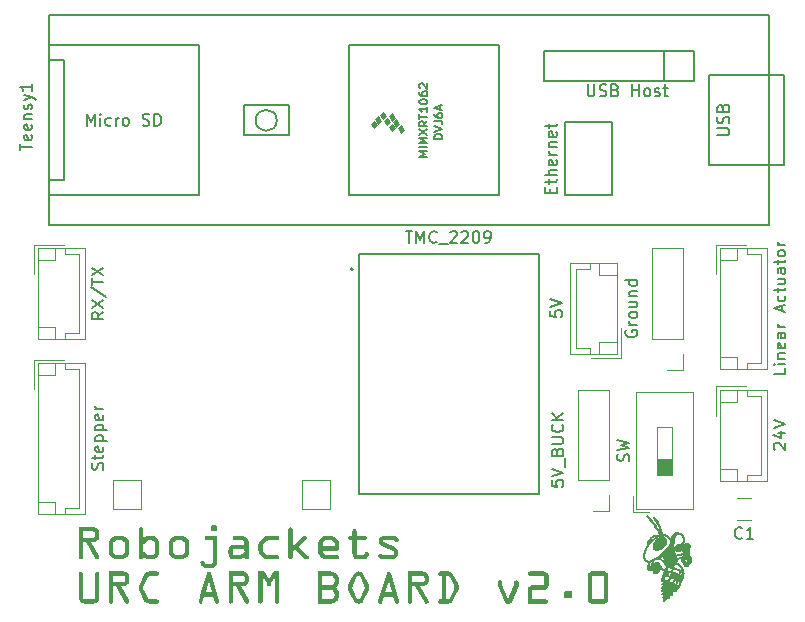
<source format=gbr>
%TF.GenerationSoftware,KiCad,Pcbnew,9.0.0*%
%TF.CreationDate,2025-04-30T22:01:28-04:00*%
%TF.ProjectId,arm,61726d2e-6b69-4636-9164-5f7063625858,rev?*%
%TF.SameCoordinates,Original*%
%TF.FileFunction,Legend,Top*%
%TF.FilePolarity,Positive*%
%FSLAX46Y46*%
G04 Gerber Fmt 4.6, Leading zero omitted, Abs format (unit mm)*
G04 Created by KiCad (PCBNEW 9.0.0) date 2025-04-30 22:01:28*
%MOMM*%
%LPD*%
G01*
G04 APERTURE LIST*
%ADD10C,0.153000*%
%ADD11C,0.600000*%
%ADD12C,0.150000*%
%ADD13C,0.120000*%
%ADD14C,0.127000*%
%ADD15C,0.200000*%
%ADD16C,0.100000*%
G04 APERTURE END LIST*
D10*
X167600267Y-120307887D02*
X167600187Y-120308920D01*
X167500837Y-120516775D02*
X167498127Y-120516574D01*
X167380004Y-121051716D02*
X167378038Y-121056311D01*
X167138622Y-120397223D02*
X167153459Y-120395716D01*
X168763287Y-119487024D02*
X168769718Y-119479076D01*
X167477402Y-121066844D02*
X167476043Y-121064955D01*
X167679587Y-120496376D02*
X167678597Y-120497145D01*
X167648484Y-120513960D02*
X167646785Y-120516844D01*
X167261587Y-120507163D02*
X167259861Y-120513403D01*
X169042538Y-120199583D02*
X169104886Y-120236773D01*
X167791780Y-118638424D02*
X167779705Y-118652280D01*
X166384549Y-118840034D02*
X166269052Y-118921237D01*
X168883691Y-119409768D02*
X168894418Y-119407592D01*
X167159941Y-120493432D02*
X167158843Y-120496912D01*
X166079350Y-121236922D02*
X166085037Y-121237861D01*
X168740118Y-119809772D02*
X168739284Y-119806022D01*
X167084325Y-121138524D02*
X167077078Y-121127572D01*
X167614006Y-120754141D02*
X167616595Y-120759491D01*
X167553626Y-119773303D02*
X167542776Y-119793869D01*
X167419568Y-120608473D02*
X167418414Y-120609377D01*
X165845126Y-121475745D02*
X165848065Y-121473967D01*
X168508322Y-121504157D02*
X168518874Y-121534631D01*
X166975296Y-120537775D02*
X166977328Y-120530554D01*
X166345406Y-121096829D02*
X166343097Y-121096829D01*
X167628266Y-120573883D02*
X167626489Y-120575076D01*
X166109871Y-121238614D02*
X166636363Y-121317656D01*
X166023527Y-121651143D02*
X166021083Y-121652429D01*
X167161696Y-120486171D02*
X167160893Y-120489851D01*
X167857329Y-120458799D02*
X167941471Y-120605868D01*
X165894539Y-121304573D02*
X165898163Y-121305589D01*
X166172708Y-118743766D02*
X166155387Y-118748895D01*
X169038053Y-120080230D02*
X169039817Y-120085790D01*
X168736465Y-119786726D02*
X168736388Y-119784908D01*
X167144809Y-120520988D02*
X167142405Y-120523507D01*
X167531490Y-120717550D02*
X167535955Y-120720030D01*
X167499784Y-119858214D02*
X167482110Y-119880582D01*
X165938350Y-121604334D02*
X165937244Y-121601098D01*
X167402696Y-120391503D02*
X167402989Y-120390160D01*
X165967964Y-121248570D02*
X165967729Y-121244410D01*
X167814994Y-121207721D02*
X167788443Y-121226358D01*
X169021755Y-120048491D02*
X169022368Y-120049989D01*
X167403911Y-120618488D02*
X167402434Y-120618103D01*
X167532982Y-120615030D02*
X167532121Y-120614124D01*
X167567154Y-120303064D02*
X167568378Y-120302374D01*
X165676332Y-121520337D02*
X165684768Y-121527195D01*
X167448772Y-120610983D02*
X167448094Y-120610547D01*
X166377422Y-121278514D02*
X166430846Y-121357168D01*
X165972450Y-121660043D02*
X165966699Y-121657022D01*
X165883893Y-121617501D02*
X165877588Y-121618895D01*
X167554287Y-120725174D02*
X167557286Y-120725101D01*
X165350779Y-120760274D02*
X165358399Y-120774693D01*
X167599667Y-120327339D02*
X167600980Y-120328569D01*
X167547678Y-120724368D02*
X167551091Y-120724946D01*
X167357648Y-120525995D02*
X167358523Y-120525200D01*
X168727759Y-119679437D02*
X168724556Y-119667367D01*
X167575254Y-120449788D02*
X167575088Y-120452407D01*
X167616497Y-120788819D02*
X167614748Y-120789942D01*
X168947200Y-120415997D02*
X168696161Y-120406463D01*
X167483519Y-120512738D02*
X167481387Y-120511688D01*
X167966456Y-122410156D02*
X168001054Y-122394679D01*
X167530159Y-119814869D02*
X167515814Y-119836314D01*
X167366068Y-122640278D02*
X166906539Y-122526381D01*
X167540129Y-120721959D02*
X167544030Y-120723389D01*
X165952629Y-121278804D02*
X165956182Y-121274869D01*
X167509265Y-120516574D02*
X167506437Y-120516775D01*
X168508723Y-119476336D02*
X168497027Y-119470484D01*
X167430097Y-120611000D02*
X167431763Y-120610994D01*
X167178168Y-120930453D02*
X167175579Y-120925103D01*
X167572163Y-120721133D02*
X167576382Y-120719661D01*
X168988748Y-119412297D02*
X168998572Y-119415347D01*
X165770707Y-121554164D02*
X165781755Y-121554632D01*
X166069734Y-121529055D02*
X166067546Y-121529141D01*
X166613272Y-120462829D02*
X166737126Y-120355778D01*
X167503617Y-120516842D02*
X167500837Y-120516775D01*
X167613757Y-120963683D02*
X167611689Y-120963615D01*
X167682663Y-120492890D02*
X167681618Y-120494267D01*
X169036515Y-120053992D02*
X169041492Y-120056591D01*
X167379786Y-120555411D02*
X167378437Y-120555467D01*
X167553731Y-120495664D02*
X167551534Y-120497674D01*
X166098323Y-120808596D02*
X165807365Y-120910870D01*
X168782399Y-119770235D02*
X168774342Y-119761880D01*
X167331429Y-121066609D02*
X167325142Y-121064046D01*
X167528985Y-121061607D02*
X167524124Y-121064053D01*
X165867995Y-121449290D02*
X165869242Y-121444655D01*
X169221429Y-120611032D02*
X169220785Y-120606109D01*
X168120241Y-118510018D02*
X168108634Y-118508704D01*
X166067546Y-121529141D02*
X166063685Y-121529178D01*
X167671826Y-118874270D02*
X167669516Y-118892866D01*
X167421677Y-120613349D02*
X167422582Y-120612793D01*
X165994182Y-121499177D02*
X165991400Y-121495879D01*
X167403507Y-120643009D02*
X167404746Y-120642100D01*
X167647842Y-120323351D02*
X167649095Y-120323912D01*
X167613322Y-121310095D02*
X167582502Y-121318873D01*
X169177765Y-120554924D02*
X169172899Y-120552983D01*
X168051897Y-119941568D02*
X167943363Y-119739337D01*
X169232330Y-120529409D02*
X169237014Y-120532892D01*
X168491581Y-122262857D02*
X168497859Y-122270289D01*
X167419639Y-119950589D02*
X167370532Y-119999788D01*
X167669516Y-118892866D02*
X167667131Y-118905942D01*
X167582502Y-121318873D02*
X167551503Y-121326031D01*
X167156066Y-120786114D02*
X167155029Y-120783964D01*
X169167811Y-120551220D02*
X169156990Y-120548227D01*
X167474580Y-120348192D02*
X167475377Y-120346943D01*
X167571504Y-120301290D02*
X167573455Y-120300912D01*
X168358642Y-120347788D02*
X168382361Y-120341971D01*
X167400580Y-120429592D02*
X167402411Y-120426925D01*
X167386634Y-121043072D02*
X167384518Y-121045097D01*
X167124630Y-120638695D02*
X167116675Y-120641233D01*
X166955032Y-123100525D02*
X166952723Y-122935489D01*
X167573468Y-120613272D02*
X167572530Y-120614443D01*
X167172751Y-120898397D02*
X167174107Y-120897008D01*
X167625168Y-120956202D02*
X167623359Y-120958640D01*
X167068182Y-121754658D02*
X167165168Y-121473394D01*
X167450645Y-120614659D02*
X167453807Y-120615638D01*
X167250969Y-120433884D02*
X167253866Y-120438423D01*
X167451484Y-120613162D02*
X167451009Y-120612726D01*
X168469860Y-119644033D02*
X168402892Y-119616142D01*
X167035028Y-121005642D02*
X167033809Y-120992480D01*
X168757243Y-119495268D02*
X168763287Y-119487024D01*
X168604954Y-119546007D02*
X168595146Y-119536876D01*
X167604349Y-120737138D02*
X167607489Y-120742249D01*
X165851355Y-121472136D02*
X165854852Y-121469882D01*
X167840396Y-119043957D02*
X167840396Y-119050930D01*
X165779446Y-120916009D02*
X165842445Y-120903542D01*
X167224501Y-120961796D02*
X167220011Y-120963460D01*
X165948140Y-121646470D02*
X165945089Y-121644271D01*
X167543945Y-120628005D02*
X167542322Y-120628141D01*
X167508784Y-120312566D02*
X167510156Y-120312628D01*
X167198400Y-120825644D02*
X167196726Y-120820967D01*
X166169281Y-117242027D02*
X166243116Y-117337454D01*
X166311161Y-117431935D01*
X166373982Y-117525895D01*
X166432149Y-117619760D01*
X166486230Y-117713955D01*
X166536794Y-117808906D01*
X166584407Y-117905038D01*
X166629639Y-118002777D01*
X166673058Y-118102550D01*
X166756730Y-118309895D01*
X166927322Y-118767707D01*
X166927322Y-118767708D01*
X166927322Y-118767709D01*
X166927321Y-118767710D01*
X166927321Y-118767711D01*
X166927321Y-118767712D01*
X166925588Y-118770291D01*
X166923844Y-118772771D01*
X166922080Y-118775109D01*
X166920285Y-118777259D01*
X166919374Y-118778251D01*
X166918450Y-118779179D01*
X166917514Y-118780038D01*
X166916565Y-118780822D01*
X166915599Y-118781527D01*
X166914618Y-118782146D01*
X166913618Y-118782674D01*
X166912600Y-118783106D01*
X166911561Y-118783435D01*
X166910501Y-118783657D01*
X166909418Y-118783766D01*
X166908311Y-118783755D01*
X166907178Y-118783621D01*
X166906019Y-118783357D01*
X166904832Y-118782957D01*
X166903616Y-118782417D01*
X166902369Y-118781730D01*
X166901091Y-118780891D01*
X166899779Y-118779895D01*
X166898433Y-118778735D01*
X166897052Y-118777407D01*
X166895634Y-118775905D01*
X166894178Y-118774224D01*
X166892683Y-118772357D01*
X166725628Y-118320683D01*
X166646781Y-118120396D01*
X166606279Y-118024591D01*
X166564201Y-117930897D01*
X166519904Y-117838729D01*
X166472745Y-117747500D01*
X166422081Y-117656625D01*
X166367271Y-117565519D01*
X166307670Y-117473596D01*
X166242638Y-117380270D01*
X166171530Y-117284955D01*
X166093704Y-117187066D01*
X166089087Y-117145227D01*
X166169281Y-117242027D01*
G36*
X166169281Y-117242027D02*
G01*
X166243116Y-117337454D01*
X166311161Y-117431935D01*
X166373982Y-117525895D01*
X166432149Y-117619760D01*
X166486230Y-117713955D01*
X166536794Y-117808906D01*
X166584407Y-117905038D01*
X166629639Y-118002777D01*
X166673058Y-118102550D01*
X166756730Y-118309895D01*
X166927322Y-118767707D01*
X166927322Y-118767708D01*
X166927322Y-118767709D01*
X166927321Y-118767710D01*
X166927321Y-118767711D01*
X166927321Y-118767712D01*
X166925588Y-118770291D01*
X166923844Y-118772771D01*
X166922080Y-118775109D01*
X166920285Y-118777259D01*
X166919374Y-118778251D01*
X166918450Y-118779179D01*
X166917514Y-118780038D01*
X166916565Y-118780822D01*
X166915599Y-118781527D01*
X166914618Y-118782146D01*
X166913618Y-118782674D01*
X166912600Y-118783106D01*
X166911561Y-118783435D01*
X166910501Y-118783657D01*
X166909418Y-118783766D01*
X166908311Y-118783755D01*
X166907178Y-118783621D01*
X166906019Y-118783357D01*
X166904832Y-118782957D01*
X166903616Y-118782417D01*
X166902369Y-118781730D01*
X166901091Y-118780891D01*
X166899779Y-118779895D01*
X166898433Y-118778735D01*
X166897052Y-118777407D01*
X166895634Y-118775905D01*
X166894178Y-118774224D01*
X166892683Y-118772357D01*
X166725628Y-118320683D01*
X166646781Y-118120396D01*
X166606279Y-118024591D01*
X166564201Y-117930897D01*
X166519904Y-117838729D01*
X166472745Y-117747500D01*
X166422081Y-117656625D01*
X166367271Y-117565519D01*
X166307670Y-117473596D01*
X166242638Y-117380270D01*
X166171530Y-117284955D01*
X166093704Y-117187066D01*
X166089087Y-117145227D01*
X166169281Y-117242027D01*
G37*
X167586027Y-120581730D02*
X167583416Y-120583753D01*
X167461998Y-120476972D02*
X167462164Y-120474353D01*
X167494379Y-120316938D02*
X167497645Y-120315560D01*
X168514598Y-119424713D02*
X168533889Y-119404841D01*
X168483538Y-121445277D02*
X168496533Y-121474360D01*
X169216295Y-120520620D02*
X169221969Y-120523257D01*
X167587669Y-120300931D02*
X167590456Y-120301287D01*
X167154304Y-120767106D02*
X167155207Y-120762196D01*
X167241082Y-120959646D02*
X167237886Y-120959418D01*
X165939097Y-121607334D02*
X165938350Y-121604334D01*
X167279457Y-120615623D02*
X167284633Y-120613752D01*
X167851942Y-118920759D02*
X167849633Y-118939357D01*
X167553112Y-122252092D02*
X167250608Y-122173059D01*
X167384413Y-120601193D02*
X167384331Y-120599978D01*
X167536416Y-120409984D02*
X167539125Y-120410185D01*
X167403959Y-121035536D02*
X167399433Y-121036607D01*
X165849661Y-121622022D02*
X165842003Y-121622157D01*
X167167694Y-120395458D02*
X167174562Y-120395785D01*
X168051897Y-119941568D02*
X167657026Y-120067089D01*
X166109813Y-121677909D02*
X166137580Y-121861583D01*
X165854852Y-121469882D02*
X165856633Y-121468482D01*
X167667856Y-120498828D02*
X167666818Y-120498852D01*
X168911875Y-119830925D02*
X168902930Y-119829906D01*
X169075101Y-120160436D02*
X169073274Y-120165646D01*
X167441267Y-120607498D02*
X167438356Y-120606548D01*
X167361738Y-120510470D02*
X167367799Y-120507395D01*
X167324574Y-120632875D02*
X167326408Y-120635145D01*
X167374348Y-120441186D02*
X167375431Y-120440797D01*
X167560376Y-120316058D02*
X167561407Y-120313569D01*
X167084130Y-120019655D02*
X167286680Y-119804415D01*
X167128451Y-121059345D02*
X167123700Y-121050716D01*
X168698470Y-120659829D02*
X168647668Y-120657502D01*
X167683732Y-120491273D02*
X167682663Y-120492890D01*
X167477559Y-120326827D02*
X167478250Y-120325900D01*
X167629649Y-120333176D02*
X167630784Y-120332515D01*
X167265240Y-121260177D02*
X167245796Y-121254397D01*
X169068805Y-120174885D02*
X169066197Y-120178962D01*
X166302951Y-118739950D02*
X166282842Y-118737162D01*
X169001931Y-120441026D02*
X168887067Y-120666082D01*
X167256814Y-120673880D02*
X167256707Y-120670737D01*
X167373861Y-120504484D02*
X167379923Y-120501764D01*
X169044575Y-119437367D02*
X169053045Y-119443050D01*
X167385253Y-120596640D02*
X167385874Y-120595597D01*
X166906539Y-122526381D02*
X167031235Y-122149817D01*
X166957521Y-122151776D02*
X166944826Y-122152928D01*
X167476043Y-121064955D02*
X167473445Y-121060796D01*
X167526548Y-120611588D02*
X167524493Y-120611312D01*
X166075735Y-121528424D02*
X166074488Y-121528612D01*
X167852532Y-118920817D02*
X167852348Y-118920785D01*
X168543071Y-120579808D02*
X168543583Y-120574298D01*
X167058691Y-121093189D02*
X167053672Y-121081260D01*
X165857258Y-121344873D02*
X165862787Y-121333920D01*
X167574201Y-120601966D02*
X167574623Y-120604302D01*
X167637914Y-120904053D02*
X167638393Y-120906874D01*
X167663549Y-120499355D02*
X167662400Y-120499729D01*
X167643854Y-121299748D02*
X167613322Y-121310095D01*
X167656065Y-120503993D02*
X167654661Y-120505455D01*
X167659335Y-121838336D02*
X167682427Y-121875528D01*
X167807122Y-121917369D02*
X167666263Y-122289283D01*
X167178695Y-120799737D02*
X167173722Y-120797273D01*
X165596626Y-119410114D02*
X165598395Y-119431235D01*
X169114860Y-119510933D02*
X169119846Y-119520137D01*
X167393180Y-120587107D02*
X167394044Y-120585881D01*
X167492440Y-120621033D02*
X167491988Y-120621715D01*
X169037483Y-119803034D02*
X169028339Y-119808053D01*
X167574623Y-120604302D02*
X167574990Y-120606557D01*
X168741546Y-119521628D02*
X168746362Y-119512586D01*
X167368771Y-120520107D02*
X167369972Y-120519356D01*
X167153459Y-120395716D02*
X167167694Y-120395458D01*
X165906408Y-121609676D02*
X165901185Y-121611955D01*
X167571302Y-120468960D02*
X167570297Y-120471681D01*
X167644159Y-120557766D02*
X167642345Y-120560129D01*
X167226903Y-121247667D02*
X167208601Y-121239987D01*
X167618913Y-120335193D02*
X167620805Y-120335271D01*
X167544308Y-121048557D02*
X167543156Y-121050600D01*
X167623463Y-120576603D02*
X167622178Y-120576989D01*
X167477169Y-120340146D02*
X167477122Y-120339109D01*
X167298266Y-121039885D02*
X167298314Y-121037767D01*
X167597538Y-120574076D02*
X167594978Y-120575566D01*
X167362755Y-120458731D02*
X167364034Y-120455457D01*
X167410116Y-120402610D02*
X167409475Y-120401677D01*
X167683732Y-120491273D02*
X167640150Y-120562752D01*
X169198598Y-120567347D02*
X169194915Y-120564497D01*
X167411046Y-120404804D02*
X167410648Y-120403646D01*
X167651802Y-121107045D02*
X167615531Y-121128093D01*
X167373271Y-120556826D02*
X167370837Y-120557812D01*
X167053672Y-121081260D02*
X167049203Y-121069118D01*
X168184988Y-118560699D02*
X168167811Y-118564672D01*
X167534267Y-120509263D02*
X167531591Y-120510529D01*
X168484870Y-122255289D02*
X168491581Y-122262857D01*
X167534697Y-120618130D02*
X167534244Y-120617050D01*
X167473597Y-120349479D02*
X167474580Y-120348192D01*
X167638393Y-120906874D02*
X167638561Y-120910113D01*
X167200159Y-120400033D02*
X167206042Y-120401806D01*
X165537384Y-119735921D02*
X165461977Y-119869628D01*
X167597064Y-120320980D02*
X167597151Y-120322265D01*
X167492919Y-120670738D02*
X167493542Y-120673881D01*
X167225297Y-120720699D02*
X167229090Y-120718087D01*
X167586827Y-120957924D02*
X167583811Y-120957958D01*
X167264463Y-120476194D02*
X167264688Y-120482322D01*
X167505893Y-120613327D02*
X167504402Y-120613711D01*
X167561407Y-120313569D02*
X167562211Y-120311127D01*
X165983996Y-121485218D02*
X165981862Y-121481428D01*
X167189415Y-120722291D02*
X167194347Y-120723952D01*
X167017645Y-120645736D02*
X167012762Y-120643853D01*
X168487583Y-118645755D02*
X168471314Y-118632259D01*
X169076334Y-120101840D02*
X169077266Y-120105705D01*
X167168816Y-121207229D02*
X167190059Y-121216678D01*
X167565766Y-120619474D02*
X167563179Y-120620846D01*
X167409475Y-120401677D02*
X167407970Y-120400041D01*
X167495326Y-120648228D02*
X167494516Y-120652562D01*
X168026497Y-120876005D02*
X168021833Y-120906035D01*
X167431763Y-120610994D02*
X167433567Y-120611083D01*
X167524493Y-120611312D02*
X167522122Y-120611213D01*
X167703210Y-123439898D02*
X167555421Y-123614232D01*
X167663550Y-118932092D02*
X167662300Y-118945167D01*
X166345364Y-118748725D02*
X166323766Y-118743809D01*
X165887954Y-121303478D02*
X165889564Y-121303521D01*
X167781062Y-121077766D02*
X167799926Y-121058698D01*
X168675376Y-120885299D02*
X168684611Y-120790001D01*
X167980971Y-121020051D02*
X167965741Y-121046763D01*
X168028689Y-120834556D02*
X168028802Y-120845788D01*
X165702273Y-121538298D02*
X165710835Y-121542151D01*
X167854247Y-118922985D02*
X167854236Y-118922870D01*
X167236319Y-118787175D02*
X167196748Y-118766964D01*
X167394124Y-120568183D02*
X167392774Y-120565655D01*
X167154260Y-120781468D02*
X167153781Y-120778579D01*
X167488351Y-120631914D02*
X167490663Y-120633993D01*
X168229661Y-119639555D02*
X168236457Y-119640056D01*
X168243155Y-119640883D01*
X168249746Y-119642028D01*
X168256222Y-119643482D01*
X168262575Y-119645239D01*
X168268796Y-119647290D01*
X168274876Y-119649628D01*
X168280808Y-119652245D01*
X168286583Y-119655134D01*
X168292191Y-119658286D01*
X168297626Y-119661695D01*
X168302878Y-119665352D01*
X168307938Y-119669251D01*
X168312800Y-119673382D01*
X168317453Y-119677739D01*
X168321889Y-119682314D01*
X168326101Y-119687099D01*
X168330080Y-119692087D01*
X168333816Y-119697270D01*
X168337302Y-119702640D01*
X168340530Y-119708190D01*
X168343490Y-119713911D01*
X168346174Y-119719797D01*
X168348575Y-119725840D01*
X168350682Y-119732031D01*
X168352489Y-119738364D01*
X168353986Y-119744830D01*
X168355165Y-119751423D01*
X168356018Y-119758133D01*
X168356536Y-119764955D01*
X168356710Y-119771879D01*
X168356536Y-119778804D01*
X168356018Y-119785625D01*
X168355165Y-119792336D01*
X168353986Y-119798929D01*
X168352489Y-119805395D01*
X168350682Y-119811728D01*
X168348575Y-119817919D01*
X168346174Y-119823962D01*
X168343490Y-119829848D01*
X168340530Y-119835569D01*
X168337302Y-119841119D01*
X168333816Y-119846489D01*
X168330080Y-119851672D01*
X168326101Y-119856660D01*
X168321889Y-119861445D01*
X168317453Y-119866020D01*
X168312800Y-119870377D01*
X168307938Y-119874508D01*
X168302878Y-119878407D01*
X168297626Y-119882064D01*
X168292191Y-119885473D01*
X168286583Y-119888625D01*
X168280808Y-119891514D01*
X168274876Y-119894131D01*
X168268796Y-119896469D01*
X168262575Y-119898520D01*
X168256222Y-119900276D01*
X168249746Y-119901731D01*
X168243155Y-119902875D01*
X168236457Y-119903702D01*
X168229661Y-119904204D01*
X168222775Y-119904373D01*
X168215890Y-119904197D01*
X168209094Y-119903676D01*
X168202396Y-119902820D01*
X168195805Y-119901635D01*
X168189329Y-119900133D01*
X168182976Y-119898321D01*
X168176755Y-119896208D01*
X168170675Y-119893804D01*
X168164743Y-119891117D01*
X168158969Y-119888157D01*
X168153360Y-119884932D01*
X168147926Y-119881451D01*
X168142674Y-119877723D01*
X168137614Y-119873757D01*
X168132753Y-119869563D01*
X168128100Y-119865148D01*
X168123663Y-119860522D01*
X168119452Y-119855694D01*
X168115474Y-119850673D01*
X168111737Y-119845467D01*
X168108251Y-119840086D01*
X168105024Y-119834539D01*
X168102064Y-119828834D01*
X168099380Y-119822981D01*
X168096980Y-119816988D01*
X168094872Y-119810864D01*
X168093066Y-119804619D01*
X168091569Y-119798261D01*
X168090390Y-119791799D01*
X168089537Y-119785242D01*
X168089019Y-119778599D01*
X168088845Y-119771879D01*
X168089019Y-119764955D01*
X168089537Y-119758133D01*
X168090390Y-119751422D01*
X168091569Y-119744830D01*
X168093066Y-119738363D01*
X168094872Y-119732031D01*
X168096980Y-119725839D01*
X168099380Y-119719797D01*
X168102064Y-119713911D01*
X168105024Y-119708189D01*
X168108251Y-119702639D01*
X168111737Y-119697269D01*
X168115474Y-119692087D01*
X168119452Y-119687099D01*
X168123663Y-119682314D01*
X168128100Y-119677739D01*
X168132753Y-119673382D01*
X168137614Y-119669250D01*
X168142674Y-119665352D01*
X168147926Y-119661695D01*
X168153360Y-119658286D01*
X168158969Y-119655133D01*
X168164743Y-119652245D01*
X168170675Y-119649628D01*
X168176755Y-119647290D01*
X168182976Y-119645239D01*
X168189329Y-119643482D01*
X168195805Y-119642028D01*
X168202396Y-119640883D01*
X168209094Y-119640056D01*
X168215890Y-119639555D01*
X168222775Y-119639386D01*
X168229661Y-119639555D01*
G36*
X168229661Y-119639555D02*
G01*
X168236457Y-119640056D01*
X168243155Y-119640883D01*
X168249746Y-119642028D01*
X168256222Y-119643482D01*
X168262575Y-119645239D01*
X168268796Y-119647290D01*
X168274876Y-119649628D01*
X168280808Y-119652245D01*
X168286583Y-119655134D01*
X168292191Y-119658286D01*
X168297626Y-119661695D01*
X168302878Y-119665352D01*
X168307938Y-119669251D01*
X168312800Y-119673382D01*
X168317453Y-119677739D01*
X168321889Y-119682314D01*
X168326101Y-119687099D01*
X168330080Y-119692087D01*
X168333816Y-119697270D01*
X168337302Y-119702640D01*
X168340530Y-119708190D01*
X168343490Y-119713911D01*
X168346174Y-119719797D01*
X168348575Y-119725840D01*
X168350682Y-119732031D01*
X168352489Y-119738364D01*
X168353986Y-119744830D01*
X168355165Y-119751423D01*
X168356018Y-119758133D01*
X168356536Y-119764955D01*
X168356710Y-119771879D01*
X168356536Y-119778804D01*
X168356018Y-119785625D01*
X168355165Y-119792336D01*
X168353986Y-119798929D01*
X168352489Y-119805395D01*
X168350682Y-119811728D01*
X168348575Y-119817919D01*
X168346174Y-119823962D01*
X168343490Y-119829848D01*
X168340530Y-119835569D01*
X168337302Y-119841119D01*
X168333816Y-119846489D01*
X168330080Y-119851672D01*
X168326101Y-119856660D01*
X168321889Y-119861445D01*
X168317453Y-119866020D01*
X168312800Y-119870377D01*
X168307938Y-119874508D01*
X168302878Y-119878407D01*
X168297626Y-119882064D01*
X168292191Y-119885473D01*
X168286583Y-119888625D01*
X168280808Y-119891514D01*
X168274876Y-119894131D01*
X168268796Y-119896469D01*
X168262575Y-119898520D01*
X168256222Y-119900276D01*
X168249746Y-119901731D01*
X168243155Y-119902875D01*
X168236457Y-119903702D01*
X168229661Y-119904204D01*
X168222775Y-119904373D01*
X168215890Y-119904197D01*
X168209094Y-119903676D01*
X168202396Y-119902820D01*
X168195805Y-119901635D01*
X168189329Y-119900133D01*
X168182976Y-119898321D01*
X168176755Y-119896208D01*
X168170675Y-119893804D01*
X168164743Y-119891117D01*
X168158969Y-119888157D01*
X168153360Y-119884932D01*
X168147926Y-119881451D01*
X168142674Y-119877723D01*
X168137614Y-119873757D01*
X168132753Y-119869563D01*
X168128100Y-119865148D01*
X168123663Y-119860522D01*
X168119452Y-119855694D01*
X168115474Y-119850673D01*
X168111737Y-119845467D01*
X168108251Y-119840086D01*
X168105024Y-119834539D01*
X168102064Y-119828834D01*
X168099380Y-119822981D01*
X168096980Y-119816988D01*
X168094872Y-119810864D01*
X168093066Y-119804619D01*
X168091569Y-119798261D01*
X168090390Y-119791799D01*
X168089537Y-119785242D01*
X168089019Y-119778599D01*
X168088845Y-119771879D01*
X168089019Y-119764955D01*
X168089537Y-119758133D01*
X168090390Y-119751422D01*
X168091569Y-119744830D01*
X168093066Y-119738363D01*
X168094872Y-119732031D01*
X168096980Y-119725839D01*
X168099380Y-119719797D01*
X168102064Y-119713911D01*
X168105024Y-119708189D01*
X168108251Y-119702639D01*
X168111737Y-119697269D01*
X168115474Y-119692087D01*
X168119452Y-119687099D01*
X168123663Y-119682314D01*
X168128100Y-119677739D01*
X168132753Y-119673382D01*
X168137614Y-119669250D01*
X168142674Y-119665352D01*
X168147926Y-119661695D01*
X168153360Y-119658286D01*
X168158969Y-119655133D01*
X168164743Y-119652245D01*
X168170675Y-119649628D01*
X168176755Y-119647290D01*
X168182976Y-119645239D01*
X168189329Y-119643482D01*
X168195805Y-119642028D01*
X168202396Y-119640883D01*
X168209094Y-119640056D01*
X168215890Y-119639555D01*
X168222775Y-119639386D01*
X168229661Y-119639555D01*
G37*
X169210293Y-120518298D02*
X169216295Y-120520620D01*
X167284633Y-120613752D02*
X167289267Y-120612345D01*
X168591081Y-120516699D02*
X168595912Y-120515317D01*
X167390585Y-120610249D02*
X167388766Y-120608481D01*
X167793123Y-120978454D02*
X167786953Y-120986577D01*
X169053511Y-120064988D02*
X169055785Y-120067016D01*
X167250608Y-121750003D02*
X167272612Y-121785445D01*
X167259069Y-120625333D02*
X167263189Y-120622985D01*
X167600187Y-120308920D02*
X167599979Y-120309997D01*
X167256436Y-120443186D02*
X167258670Y-120448168D01*
X167854251Y-118923085D02*
X167854247Y-118922985D01*
X166853428Y-123653749D02*
X166961959Y-123649103D01*
X167478250Y-120325900D02*
X167479117Y-120324965D01*
X167636243Y-123718835D02*
X166961959Y-123753701D01*
X167847623Y-121059149D02*
X167841832Y-121065531D01*
X167854058Y-118922139D02*
X167854013Y-118922031D01*
X167077078Y-121127572D02*
X167070392Y-121116357D01*
X167080016Y-122151269D02*
X167055517Y-122150218D01*
X167071502Y-122147362D02*
X166996322Y-122145821D01*
X167666263Y-122289283D02*
X167966456Y-122410156D01*
X167373362Y-120516298D02*
X167374386Y-120514933D01*
X167840507Y-121187888D02*
X167814994Y-121207721D01*
X165995236Y-121215165D02*
X166001339Y-121213044D01*
X169217088Y-120650966D02*
X169218691Y-120644668D01*
X167494714Y-120640064D02*
X167495276Y-120642073D01*
X168592399Y-120232670D02*
X168609942Y-120216852D01*
X167174444Y-120720684D02*
X167176405Y-120720101D01*
X167465739Y-120495664D02*
X167464807Y-120493575D01*
X167301053Y-121021343D02*
X167301164Y-121018636D01*
X168918037Y-121342636D02*
X168953704Y-121312494D01*
X167343806Y-121070840D02*
X167337979Y-121068969D01*
X167423575Y-120612304D02*
X167424662Y-120611885D01*
X168617181Y-120511872D02*
X168628925Y-120511370D01*
X167376861Y-120650367D02*
X167379716Y-120650172D01*
X167564990Y-120482039D02*
X167563367Y-120484481D01*
X168220079Y-118555321D02*
X168202416Y-118557575D01*
X167304878Y-121052480D02*
X167302694Y-121050339D01*
X165614634Y-119285339D02*
X165609140Y-119301121D01*
X167366330Y-120521339D02*
X167368771Y-120520107D01*
X168967745Y-119828485D02*
X168958197Y-119829956D01*
X167160893Y-120489851D02*
X167159941Y-120493432D01*
X167633933Y-120934112D02*
X167632200Y-120940018D01*
X167247866Y-122171460D02*
X167155882Y-122156122D01*
X167522794Y-120328683D02*
X167524558Y-120329120D01*
X165501465Y-120899817D02*
X165518369Y-120905853D01*
X167672806Y-120498948D02*
X167671839Y-120498955D01*
X167377604Y-120440413D02*
X167378702Y-120440366D01*
X168582034Y-120520100D02*
X168586454Y-120518292D01*
X167422582Y-120612793D02*
X167423575Y-120612304D01*
X168574125Y-120247630D02*
X168592399Y-120232670D01*
X166030667Y-121350806D02*
X166034826Y-121349405D01*
X167444707Y-120608805D02*
X167443658Y-120608369D01*
X169018904Y-119812637D02*
X169009190Y-119816770D01*
X167458724Y-121043072D02*
X167455727Y-121041184D01*
X167476005Y-120345732D02*
X167476479Y-120344554D01*
X167172529Y-120721675D02*
X167174444Y-120720684D01*
X165853274Y-121373585D02*
X165852313Y-121372328D01*
X166047415Y-121217810D02*
X166049710Y-121221330D01*
X165325648Y-120697209D02*
X165337188Y-120729794D01*
X165609140Y-119301121D02*
X165604540Y-119317482D01*
X168922160Y-120000853D02*
X168927760Y-120000713D01*
X167402411Y-120426925D02*
X167404320Y-120423863D01*
X167852704Y-118920859D02*
X167852532Y-118920817D01*
X168920933Y-119831552D02*
X168911875Y-119830925D01*
X167535360Y-121010711D02*
X167535467Y-121013854D01*
X167460745Y-123728135D02*
X167555421Y-123614232D01*
X167536210Y-121003892D02*
X167535591Y-121007394D01*
X167190933Y-121231356D02*
X167173938Y-121221775D01*
X167485472Y-120629786D02*
X167488351Y-120631914D01*
X167676649Y-120498207D02*
X167675686Y-120498537D01*
X167592368Y-119339529D02*
X167592299Y-119337757D01*
X167946179Y-120614822D02*
X167950563Y-120623925D01*
X166074488Y-121528612D02*
X166072056Y-121528888D01*
X167644567Y-120322690D02*
X167645587Y-120322753D01*
X168144263Y-122019644D02*
X168005713Y-122391562D01*
X167710136Y-122270689D01*
X167846379Y-121894122D01*
X168144263Y-122019644D01*
G36*
X168144263Y-122019644D02*
G01*
X168005713Y-122391562D01*
X167710136Y-122270689D01*
X167846379Y-121894122D01*
X168144263Y-122019644D01*
G37*
X167633323Y-120896072D02*
X167634827Y-120897660D01*
X167553462Y-120625147D02*
X167550577Y-120626243D01*
X169043517Y-120128227D02*
X169042069Y-120138202D01*
X167522042Y-120482289D02*
X167519917Y-120482953D01*
X167524558Y-120329120D02*
X167526613Y-120329396D01*
X167469267Y-120501443D02*
X167467972Y-120499601D01*
X166050255Y-121528756D02*
X166045888Y-121528153D01*
X169090647Y-120676992D02*
X168887067Y-120666082D01*
X166971084Y-120565197D02*
X166971587Y-120558430D01*
X167476194Y-120332338D02*
X167476174Y-120331415D01*
X167385874Y-120595597D02*
X167387447Y-120593558D01*
X167461369Y-121045097D02*
X167458724Y-121043072D01*
X168494320Y-119443133D02*
X168514598Y-119424713D01*
X167519780Y-120412242D02*
X167549760Y-120407209D01*
X165870773Y-121396274D02*
X165869779Y-121393003D01*
X168238264Y-119497281D02*
X168243562Y-119497596D01*
X168248846Y-119498106D01*
X168253469Y-119498758D01*
X168257477Y-119499546D01*
X168260912Y-119500464D01*
X168263817Y-119501505D01*
X168266236Y-119502661D01*
X168268213Y-119503927D01*
X168269792Y-119505294D01*
X168271015Y-119506757D01*
X168271927Y-119508308D01*
X168272570Y-119509942D01*
X168272989Y-119511650D01*
X168273227Y-119513426D01*
X168273328Y-119515263D01*
X168273291Y-119519095D01*
X168273228Y-119523091D01*
X168273294Y-119525132D01*
X168273485Y-119527195D01*
X168273843Y-119529271D01*
X168274413Y-119531354D01*
X168275236Y-119533436D01*
X168276358Y-119535513D01*
X168277821Y-119537575D01*
X168279670Y-119539617D01*
X168281947Y-119541632D01*
X168284697Y-119543612D01*
X168287962Y-119545552D01*
X168291787Y-119547444D01*
X168296215Y-119549282D01*
X168301289Y-119551059D01*
X168306449Y-119552780D01*
X168311126Y-119554045D01*
X168315351Y-119554885D01*
X168319154Y-119555335D01*
X168322567Y-119555427D01*
X168325619Y-119555195D01*
X168328343Y-119554672D01*
X168330768Y-119553891D01*
X168332927Y-119552885D01*
X168334849Y-119551688D01*
X168336565Y-119550333D01*
X168338107Y-119548852D01*
X168340790Y-119545648D01*
X168343145Y-119542341D01*
X168345418Y-119539198D01*
X168346602Y-119537771D01*
X168347858Y-119536485D01*
X168349217Y-119535371D01*
X168350710Y-119534465D01*
X168352368Y-119533799D01*
X168354222Y-119533406D01*
X168356302Y-119533320D01*
X168358640Y-119533573D01*
X168361266Y-119534199D01*
X168364212Y-119535231D01*
X168367507Y-119536702D01*
X168371184Y-119538646D01*
X168375272Y-119541096D01*
X168379803Y-119544084D01*
X168384228Y-119547233D01*
X168388003Y-119550154D01*
X168391171Y-119552865D01*
X168393771Y-119555384D01*
X168395845Y-119557727D01*
X168397435Y-119559912D01*
X168398580Y-119561956D01*
X168399323Y-119563878D01*
X168399704Y-119565694D01*
X168399763Y-119567422D01*
X168399543Y-119569079D01*
X168399084Y-119570684D01*
X168398427Y-119572252D01*
X168397613Y-119573802D01*
X168395679Y-119576917D01*
X168393609Y-119580169D01*
X168391732Y-119583696D01*
X168390968Y-119585607D01*
X168390376Y-119587638D01*
X168389996Y-119589809D01*
X168389869Y-119592136D01*
X168390037Y-119594637D01*
X168390539Y-119597328D01*
X168391418Y-119600229D01*
X168392715Y-119603355D01*
X168394470Y-119606725D01*
X168396724Y-119610355D01*
X168399518Y-119614264D01*
X168402894Y-119618469D01*
X168406473Y-119622499D01*
X168409861Y-119625907D01*
X168413067Y-119628734D01*
X168416102Y-119631024D01*
X168418977Y-119632821D01*
X168421701Y-119634167D01*
X168424286Y-119635106D01*
X168426741Y-119635682D01*
X168429079Y-119635938D01*
X168431309Y-119635917D01*
X168433441Y-119635663D01*
X168435487Y-119635219D01*
X168439360Y-119633935D01*
X168443014Y-119632413D01*
X168446533Y-119630999D01*
X168448268Y-119630442D01*
X168450001Y-119630042D01*
X168451742Y-119629844D01*
X168453502Y-119629889D01*
X168455292Y-119630222D01*
X168457122Y-119630886D01*
X168459003Y-119631925D01*
X168460945Y-119633382D01*
X168462959Y-119635300D01*
X168465056Y-119637723D01*
X168467245Y-119640694D01*
X168469538Y-119644257D01*
X168471945Y-119648455D01*
X168474477Y-119653331D01*
X168476626Y-119658288D01*
X168478329Y-119662722D01*
X168479612Y-119666669D01*
X168480503Y-119670166D01*
X168481029Y-119673246D01*
X168481216Y-119675947D01*
X168481092Y-119678305D01*
X168480684Y-119680354D01*
X168480019Y-119682130D01*
X168479124Y-119683670D01*
X168478025Y-119685010D01*
X168476751Y-119686184D01*
X168475329Y-119687228D01*
X168473784Y-119688179D01*
X168470438Y-119689943D01*
X168466929Y-119691761D01*
X168465181Y-119692780D01*
X168463474Y-119693920D01*
X168461835Y-119695217D01*
X168460290Y-119696706D01*
X168458867Y-119698423D01*
X168457593Y-119700404D01*
X168456495Y-119702684D01*
X168455599Y-119705300D01*
X168454934Y-119708287D01*
X168454526Y-119711681D01*
X168454402Y-119715518D01*
X168454589Y-119719833D01*
X168455114Y-119724662D01*
X168456005Y-119730041D01*
X168457160Y-119735374D01*
X168458451Y-119740068D01*
X168459866Y-119744166D01*
X168461394Y-119747710D01*
X168463021Y-119750744D01*
X168464736Y-119753310D01*
X168466527Y-119755451D01*
X168468380Y-119757208D01*
X168470284Y-119758624D01*
X168472226Y-119759743D01*
X168474195Y-119760606D01*
X168476178Y-119761257D01*
X168478162Y-119761737D01*
X168480136Y-119762090D01*
X168484003Y-119762582D01*
X168487680Y-119763075D01*
X168489417Y-119763427D01*
X168491070Y-119763908D01*
X168492626Y-119764558D01*
X168494074Y-119765422D01*
X168495401Y-119766540D01*
X168496595Y-119767957D01*
X168497643Y-119769714D01*
X168498534Y-119771855D01*
X168499254Y-119774421D01*
X168499793Y-119777455D01*
X168500137Y-119781000D01*
X168500274Y-119785098D01*
X168500192Y-119789792D01*
X168499879Y-119795124D01*
X168499373Y-119800444D01*
X168498724Y-119805098D01*
X168497939Y-119809131D01*
X168497024Y-119812586D01*
X168495986Y-119815506D01*
X168494831Y-119817935D01*
X168493565Y-119819917D01*
X168492194Y-119821494D01*
X168490726Y-119822710D01*
X168489165Y-119823608D01*
X168487519Y-119824233D01*
X168485794Y-119824626D01*
X168483997Y-119824833D01*
X168482133Y-119824895D01*
X168478231Y-119824762D01*
X168474140Y-119824575D01*
X168469910Y-119824680D01*
X168467759Y-119824952D01*
X168465592Y-119825426D01*
X168463416Y-119826147D01*
X168461237Y-119827159D01*
X168459062Y-119828504D01*
X168456896Y-119830227D01*
X168454746Y-119832370D01*
X168452619Y-119834977D01*
X168450520Y-119838091D01*
X168448457Y-119841756D01*
X168446435Y-119846015D01*
X168444460Y-119850912D01*
X168442750Y-119856106D01*
X168441493Y-119860814D01*
X168440658Y-119865067D01*
X168440211Y-119868895D01*
X168440119Y-119872330D01*
X168440350Y-119875403D01*
X168440869Y-119878144D01*
X168441645Y-119880586D01*
X168442644Y-119882758D01*
X168443833Y-119884693D01*
X168445180Y-119886421D01*
X168446651Y-119887973D01*
X168449834Y-119890674D01*
X168453118Y-119893044D01*
X168456241Y-119895333D01*
X168457658Y-119896524D01*
X168458936Y-119897789D01*
X168460042Y-119899157D01*
X168460942Y-119900660D01*
X168461604Y-119902329D01*
X168461994Y-119904195D01*
X168462080Y-119906289D01*
X168461829Y-119908642D01*
X168461207Y-119911286D01*
X168460181Y-119914251D01*
X168458720Y-119917568D01*
X168456789Y-119921269D01*
X168454355Y-119925384D01*
X168451386Y-119929945D01*
X168448258Y-119934392D01*
X168445355Y-119938173D01*
X168442660Y-119941330D01*
X168440155Y-119943906D01*
X168437823Y-119945941D01*
X168435646Y-119947479D01*
X168433606Y-119948562D01*
X168431685Y-119949231D01*
X168429866Y-119949529D01*
X168428130Y-119949498D01*
X168426460Y-119949181D01*
X168424838Y-119948618D01*
X168423247Y-119947853D01*
X168421669Y-119946928D01*
X168418479Y-119944764D01*
X168415127Y-119942464D01*
X168411470Y-119940366D01*
X168409484Y-119939497D01*
X168407367Y-119938805D01*
X168405104Y-119938331D01*
X168402676Y-119938119D01*
X168400065Y-119938209D01*
X168397253Y-119938645D01*
X168394224Y-119939468D01*
X168390958Y-119940721D01*
X168387439Y-119942445D01*
X168383649Y-119944682D01*
X168379569Y-119947476D01*
X168375182Y-119950868D01*
X168371177Y-119954472D01*
X168367791Y-119957882D01*
X168364982Y-119961108D01*
X168362707Y-119964160D01*
X168360923Y-119967049D01*
X168359586Y-119969785D01*
X168358652Y-119972378D01*
X168358080Y-119974838D01*
X168357826Y-119977175D01*
X168357847Y-119979401D01*
X168358100Y-119981524D01*
X168358541Y-119983555D01*
X168359816Y-119987382D01*
X168361328Y-119990964D01*
X168362732Y-119994382D01*
X168363286Y-119996056D01*
X168363683Y-119997719D01*
X168363880Y-119999383D01*
X168363835Y-120001056D01*
X168363504Y-120002750D01*
X168362844Y-120004475D01*
X168361812Y-120006241D01*
X168360365Y-120008057D01*
X168358459Y-120009935D01*
X168356052Y-120011885D01*
X168353100Y-120013916D01*
X168349561Y-120016039D01*
X168345391Y-120018264D01*
X168340546Y-120020602D01*
X168335622Y-120022765D01*
X168331217Y-120024479D01*
X168327296Y-120025770D01*
X168323823Y-120026667D01*
X168320762Y-120027196D01*
X168318079Y-120027384D01*
X168315737Y-120027259D01*
X168313701Y-120026848D01*
X168311936Y-120026178D01*
X168310407Y-120025277D01*
X168309076Y-120024171D01*
X168307910Y-120022889D01*
X168306872Y-120021456D01*
X168305928Y-120019901D01*
X168304175Y-120016532D01*
X168302369Y-120013000D01*
X168301357Y-120011241D01*
X168300224Y-120009522D01*
X168298937Y-120007872D01*
X168297457Y-120006317D01*
X168295752Y-120004885D01*
X168293784Y-120003602D01*
X168291519Y-120002497D01*
X168288920Y-120001595D01*
X168285953Y-120000926D01*
X168282581Y-120000515D01*
X168278770Y-120000390D01*
X168274484Y-120000579D01*
X168269686Y-120001108D01*
X168264343Y-120002005D01*
X168259045Y-120003167D01*
X168254382Y-120004467D01*
X168250311Y-120005892D01*
X168246789Y-120007430D01*
X168243775Y-120009068D01*
X168241226Y-120010795D01*
X168239100Y-120012597D01*
X168237354Y-120014462D01*
X168235946Y-120016379D01*
X168234835Y-120018334D01*
X168233977Y-120020316D01*
X168233331Y-120022312D01*
X168232854Y-120024309D01*
X168232503Y-120026296D01*
X168232014Y-120030189D01*
X168231524Y-120033890D01*
X168231174Y-120035639D01*
X168230697Y-120037303D01*
X168230050Y-120038869D01*
X168229192Y-120040327D01*
X168228081Y-120041663D01*
X168226673Y-120042864D01*
X168224927Y-120043919D01*
X168222801Y-120044816D01*
X168220252Y-120045541D01*
X168217237Y-120046083D01*
X168213715Y-120046429D01*
X168209644Y-120046567D01*
X168204980Y-120046485D01*
X168199683Y-120046170D01*
X168194399Y-120045660D01*
X168189775Y-120045008D01*
X168185767Y-120044219D01*
X168182333Y-120043301D01*
X168179428Y-120042261D01*
X168177008Y-120041104D01*
X168175031Y-120039839D01*
X168173453Y-120038471D01*
X168172230Y-120037008D01*
X168171318Y-120035457D01*
X168170675Y-120033823D01*
X168170255Y-120032115D01*
X168170017Y-120030339D01*
X168169917Y-120028501D01*
X168169953Y-120024669D01*
X168170017Y-120020674D01*
X168169950Y-120018632D01*
X168169759Y-120016570D01*
X168169401Y-120014494D01*
X168168832Y-120012411D01*
X168168009Y-120010328D01*
X168166887Y-120008252D01*
X168165423Y-120006190D01*
X168163575Y-120004148D01*
X168161298Y-120002133D01*
X168158548Y-120000152D01*
X168155283Y-119998212D01*
X168151458Y-119996320D01*
X168147030Y-119994482D01*
X168141956Y-119992706D01*
X168136796Y-119990984D01*
X168132119Y-119989720D01*
X168127894Y-119988879D01*
X168124091Y-119988429D01*
X168120679Y-119988337D01*
X168117626Y-119988569D01*
X168114903Y-119989092D01*
X168112477Y-119989873D01*
X168110319Y-119990879D01*
X168108397Y-119992076D01*
X168106681Y-119993432D01*
X168105139Y-119994913D01*
X168102456Y-119998117D01*
X168100101Y-120001423D01*
X168097828Y-120004566D01*
X168096644Y-120005993D01*
X168095388Y-120007280D01*
X168094029Y-120008393D01*
X168092536Y-120009299D01*
X168090878Y-120009965D01*
X168089025Y-120010358D01*
X168086944Y-120010445D01*
X168084606Y-120010192D01*
X168081980Y-120009566D01*
X168079035Y-120008533D01*
X168075739Y-120007062D01*
X168072063Y-120005118D01*
X168067974Y-120002669D01*
X168063443Y-119999681D01*
X168059025Y-119996532D01*
X168055268Y-119993610D01*
X168052131Y-119990899D01*
X168049570Y-119988380D01*
X168047543Y-119986037D01*
X168046009Y-119983852D01*
X168044925Y-119981808D01*
X168044248Y-119979886D01*
X168043936Y-119978070D01*
X168043948Y-119976342D01*
X168044240Y-119974684D01*
X168044771Y-119973080D01*
X168045498Y-119971512D01*
X168046379Y-119969962D01*
X168048433Y-119966847D01*
X168050596Y-119963595D01*
X168052529Y-119960068D01*
X168053303Y-119958158D01*
X168053893Y-119956126D01*
X168054256Y-119953955D01*
X168054351Y-119951628D01*
X168054134Y-119949128D01*
X168053564Y-119946436D01*
X168052598Y-119943536D01*
X168051194Y-119940410D01*
X168049309Y-119937040D01*
X168046902Y-119933409D01*
X168043930Y-119929500D01*
X168040351Y-119925296D01*
X168036771Y-119921264D01*
X168033383Y-119917856D01*
X168030176Y-119915029D01*
X168027141Y-119912739D01*
X168024267Y-119910942D01*
X168021542Y-119909596D01*
X168018958Y-119908657D01*
X168016502Y-119908081D01*
X168014164Y-119907825D01*
X168011935Y-119907846D01*
X168009802Y-119908100D01*
X168007757Y-119908544D01*
X168003883Y-119909828D01*
X168000229Y-119911350D01*
X167996711Y-119912763D01*
X167994976Y-119913321D01*
X167993243Y-119913720D01*
X167991501Y-119913919D01*
X167989741Y-119913874D01*
X167987951Y-119913540D01*
X167986121Y-119912876D01*
X167984240Y-119911837D01*
X167982298Y-119910380D01*
X167980284Y-119908462D01*
X167978187Y-119906039D01*
X167975998Y-119903068D01*
X167973704Y-119899505D01*
X167971297Y-119895307D01*
X167968765Y-119890431D01*
X167966616Y-119885474D01*
X167964913Y-119881040D01*
X167963630Y-119877092D01*
X167962739Y-119873596D01*
X167962214Y-119870515D01*
X167962027Y-119867814D01*
X167962151Y-119865457D01*
X167962559Y-119863408D01*
X167963224Y-119861631D01*
X167964120Y-119860091D01*
X167965218Y-119858752D01*
X167966492Y-119857579D01*
X167967915Y-119856534D01*
X167969460Y-119855583D01*
X167972806Y-119853819D01*
X167976315Y-119852001D01*
X167978063Y-119850982D01*
X167979770Y-119849843D01*
X167981410Y-119848546D01*
X167982954Y-119847057D01*
X167984377Y-119845341D01*
X167985651Y-119843360D01*
X167986750Y-119841079D01*
X167987645Y-119838464D01*
X167988310Y-119835477D01*
X167988718Y-119832083D01*
X167988843Y-119828246D01*
X167988655Y-119823931D01*
X167988130Y-119819102D01*
X167987239Y-119813723D01*
X167986085Y-119808391D01*
X167984793Y-119803697D01*
X167983378Y-119799599D01*
X167981850Y-119796054D01*
X167980223Y-119793020D01*
X167978508Y-119790454D01*
X167976717Y-119788313D01*
X167974864Y-119786556D01*
X167972960Y-119785140D01*
X167971018Y-119784021D01*
X167969049Y-119783157D01*
X167967066Y-119782507D01*
X167965082Y-119782027D01*
X167963108Y-119781674D01*
X167959241Y-119781182D01*
X167955563Y-119780689D01*
X167953826Y-119780337D01*
X167952173Y-119779856D01*
X167950617Y-119779206D01*
X167949169Y-119778342D01*
X167947842Y-119777223D01*
X167946648Y-119775807D01*
X167945600Y-119774049D01*
X167944709Y-119771909D01*
X167943988Y-119769343D01*
X167943450Y-119766309D01*
X167943106Y-119762764D01*
X167942969Y-119758665D01*
X167943051Y-119753971D01*
X167943364Y-119748639D01*
X167943871Y-119743320D01*
X167944519Y-119738665D01*
X167945304Y-119734633D01*
X167946219Y-119731178D01*
X167947257Y-119728258D01*
X167948412Y-119725829D01*
X167949678Y-119723848D01*
X167951049Y-119722271D01*
X167952518Y-119721055D01*
X167954078Y-119720156D01*
X167955724Y-119719532D01*
X167957449Y-119719138D01*
X167959246Y-119718932D01*
X167961110Y-119718869D01*
X167965012Y-119719002D01*
X167969103Y-119719189D01*
X167973333Y-119719083D01*
X167975484Y-119718812D01*
X167977651Y-119718338D01*
X167979827Y-119717616D01*
X167982006Y-119716604D01*
X167984182Y-119715259D01*
X167986348Y-119713536D01*
X167988498Y-119711393D01*
X167990625Y-119708786D01*
X167992724Y-119705672D01*
X167994788Y-119702007D01*
X167996810Y-119697748D01*
X167998785Y-119692851D01*
X168000495Y-119687656D01*
X168001751Y-119682948D01*
X168002586Y-119678696D01*
X168003033Y-119674868D01*
X168003125Y-119671433D01*
X168002894Y-119668360D01*
X168002375Y-119665618D01*
X168001599Y-119663177D01*
X168000600Y-119661004D01*
X167999410Y-119659070D01*
X167998063Y-119657342D01*
X167996592Y-119655790D01*
X167993409Y-119653090D01*
X167990125Y-119650719D01*
X167987003Y-119648431D01*
X167985585Y-119647239D01*
X167984307Y-119645975D01*
X167983201Y-119644607D01*
X167982301Y-119643105D01*
X167981640Y-119641436D01*
X167981250Y-119639570D01*
X167981164Y-119637476D01*
X167981416Y-119635123D01*
X167982038Y-119632479D01*
X167983063Y-119629515D01*
X167984525Y-119626198D01*
X167986456Y-119622497D01*
X167988890Y-119618382D01*
X167991859Y-119613821D01*
X167994987Y-119609374D01*
X167997890Y-119605593D01*
X168000585Y-119602436D01*
X168003089Y-119599860D01*
X168005421Y-119597825D01*
X168007598Y-119596287D01*
X168009639Y-119595204D01*
X168011559Y-119594535D01*
X168013379Y-119594236D01*
X168015115Y-119594267D01*
X168016784Y-119594585D01*
X168018406Y-119595147D01*
X168019997Y-119595912D01*
X168021575Y-119596838D01*
X168024765Y-119599002D01*
X168028117Y-119601302D01*
X168031773Y-119603401D01*
X168033760Y-119604270D01*
X168035877Y-119604962D01*
X168038140Y-119605435D01*
X168040568Y-119605648D01*
X168043179Y-119605557D01*
X168045990Y-119605122D01*
X168049020Y-119604298D01*
X168052286Y-119603046D01*
X168055805Y-119601322D01*
X168059596Y-119599084D01*
X168063675Y-119596290D01*
X168068062Y-119592898D01*
X168072068Y-119589294D01*
X168075454Y-119585884D01*
X168078262Y-119582658D01*
X168080538Y-119579606D01*
X168082323Y-119576717D01*
X168083660Y-119573981D01*
X168084593Y-119571388D01*
X168085165Y-119568928D01*
X168085419Y-119566590D01*
X168085399Y-119564365D01*
X168085146Y-119562242D01*
X168084705Y-119560211D01*
X168083430Y-119556384D01*
X168081918Y-119552802D01*
X168080514Y-119549383D01*
X168079961Y-119547709D01*
X168079564Y-119546046D01*
X168079366Y-119544383D01*
X168079411Y-119542709D01*
X168079742Y-119541015D01*
X168080402Y-119539290D01*
X168081434Y-119537525D01*
X168082882Y-119535708D01*
X168084787Y-119533830D01*
X168087194Y-119531881D01*
X168090146Y-119529850D01*
X168093685Y-119527727D01*
X168097855Y-119525502D01*
X168102700Y-119523164D01*
X168107624Y-119521001D01*
X168112029Y-119519287D01*
X168115950Y-119517996D01*
X168119423Y-119517100D01*
X168122484Y-119516571D01*
X168125167Y-119516383D01*
X168127508Y-119516508D01*
X168129544Y-119516919D01*
X168131309Y-119517588D01*
X168132839Y-119518490D01*
X168134169Y-119519595D01*
X168135335Y-119520878D01*
X168136373Y-119522310D01*
X168137317Y-119523865D01*
X168139069Y-119527234D01*
X168140876Y-119530766D01*
X168141888Y-119532525D01*
X168143020Y-119534243D01*
X168144308Y-119535893D01*
X168145788Y-119537448D01*
X168147493Y-119538881D01*
X168149461Y-119540163D01*
X168151727Y-119541268D01*
X168154326Y-119542169D01*
X168157293Y-119542839D01*
X168160665Y-119543250D01*
X168164476Y-119543374D01*
X168168763Y-119543186D01*
X168173561Y-119542657D01*
X168178904Y-119541760D01*
X168184202Y-119540597D01*
X168188865Y-119539297D01*
X168192936Y-119537872D01*
X168196458Y-119536335D01*
X168199472Y-119534696D01*
X168202021Y-119532970D01*
X168204147Y-119531168D01*
X168205893Y-119529302D01*
X168207300Y-119527386D01*
X168208412Y-119525430D01*
X168209269Y-119523449D01*
X168209916Y-119521453D01*
X168210393Y-119519455D01*
X168210743Y-119517469D01*
X168211233Y-119513576D01*
X168211722Y-119509874D01*
X168212072Y-119508126D01*
X168212550Y-119506462D01*
X168213196Y-119504896D01*
X168214054Y-119503438D01*
X168215165Y-119502103D01*
X168216573Y-119500901D01*
X168218318Y-119499846D01*
X168220445Y-119498950D01*
X168222994Y-119498224D01*
X168226008Y-119497682D01*
X168229530Y-119497336D01*
X168233601Y-119497198D01*
X168238264Y-119497281D01*
G36*
X168238264Y-119497281D02*
G01*
X168243562Y-119497596D01*
X168248846Y-119498106D01*
X168253469Y-119498758D01*
X168257477Y-119499546D01*
X168260912Y-119500464D01*
X168263817Y-119501505D01*
X168266236Y-119502661D01*
X168268213Y-119503927D01*
X168269792Y-119505294D01*
X168271015Y-119506757D01*
X168271927Y-119508308D01*
X168272570Y-119509942D01*
X168272989Y-119511650D01*
X168273227Y-119513426D01*
X168273328Y-119515263D01*
X168273291Y-119519095D01*
X168273228Y-119523091D01*
X168273294Y-119525132D01*
X168273485Y-119527195D01*
X168273843Y-119529271D01*
X168274413Y-119531354D01*
X168275236Y-119533436D01*
X168276358Y-119535513D01*
X168277821Y-119537575D01*
X168279670Y-119539617D01*
X168281947Y-119541632D01*
X168284697Y-119543612D01*
X168287962Y-119545552D01*
X168291787Y-119547444D01*
X168296215Y-119549282D01*
X168301289Y-119551059D01*
X168306449Y-119552780D01*
X168311126Y-119554045D01*
X168315351Y-119554885D01*
X168319154Y-119555335D01*
X168322567Y-119555427D01*
X168325619Y-119555195D01*
X168328343Y-119554672D01*
X168330768Y-119553891D01*
X168332927Y-119552885D01*
X168334849Y-119551688D01*
X168336565Y-119550333D01*
X168338107Y-119548852D01*
X168340790Y-119545648D01*
X168343145Y-119542341D01*
X168345418Y-119539198D01*
X168346602Y-119537771D01*
X168347858Y-119536485D01*
X168349217Y-119535371D01*
X168350710Y-119534465D01*
X168352368Y-119533799D01*
X168354222Y-119533406D01*
X168356302Y-119533320D01*
X168358640Y-119533573D01*
X168361266Y-119534199D01*
X168364212Y-119535231D01*
X168367507Y-119536702D01*
X168371184Y-119538646D01*
X168375272Y-119541096D01*
X168379803Y-119544084D01*
X168384228Y-119547233D01*
X168388003Y-119550154D01*
X168391171Y-119552865D01*
X168393771Y-119555384D01*
X168395845Y-119557727D01*
X168397435Y-119559912D01*
X168398580Y-119561956D01*
X168399323Y-119563878D01*
X168399704Y-119565694D01*
X168399763Y-119567422D01*
X168399543Y-119569079D01*
X168399084Y-119570684D01*
X168398427Y-119572252D01*
X168397613Y-119573802D01*
X168395679Y-119576917D01*
X168393609Y-119580169D01*
X168391732Y-119583696D01*
X168390968Y-119585607D01*
X168390376Y-119587638D01*
X168389996Y-119589809D01*
X168389869Y-119592136D01*
X168390037Y-119594637D01*
X168390539Y-119597328D01*
X168391418Y-119600229D01*
X168392715Y-119603355D01*
X168394470Y-119606725D01*
X168396724Y-119610355D01*
X168399518Y-119614264D01*
X168402894Y-119618469D01*
X168406473Y-119622499D01*
X168409861Y-119625907D01*
X168413067Y-119628734D01*
X168416102Y-119631024D01*
X168418977Y-119632821D01*
X168421701Y-119634167D01*
X168424286Y-119635106D01*
X168426741Y-119635682D01*
X168429079Y-119635938D01*
X168431309Y-119635917D01*
X168433441Y-119635663D01*
X168435487Y-119635219D01*
X168439360Y-119633935D01*
X168443014Y-119632413D01*
X168446533Y-119630999D01*
X168448268Y-119630442D01*
X168450001Y-119630042D01*
X168451742Y-119629844D01*
X168453502Y-119629889D01*
X168455292Y-119630222D01*
X168457122Y-119630886D01*
X168459003Y-119631925D01*
X168460945Y-119633382D01*
X168462959Y-119635300D01*
X168465056Y-119637723D01*
X168467245Y-119640694D01*
X168469538Y-119644257D01*
X168471945Y-119648455D01*
X168474477Y-119653331D01*
X168476626Y-119658288D01*
X168478329Y-119662722D01*
X168479612Y-119666669D01*
X168480503Y-119670166D01*
X168481029Y-119673246D01*
X168481216Y-119675947D01*
X168481092Y-119678305D01*
X168480684Y-119680354D01*
X168480019Y-119682130D01*
X168479124Y-119683670D01*
X168478025Y-119685010D01*
X168476751Y-119686184D01*
X168475329Y-119687228D01*
X168473784Y-119688179D01*
X168470438Y-119689943D01*
X168466929Y-119691761D01*
X168465181Y-119692780D01*
X168463474Y-119693920D01*
X168461835Y-119695217D01*
X168460290Y-119696706D01*
X168458867Y-119698423D01*
X168457593Y-119700404D01*
X168456495Y-119702684D01*
X168455599Y-119705300D01*
X168454934Y-119708287D01*
X168454526Y-119711681D01*
X168454402Y-119715518D01*
X168454589Y-119719833D01*
X168455114Y-119724662D01*
X168456005Y-119730041D01*
X168457160Y-119735374D01*
X168458451Y-119740068D01*
X168459866Y-119744166D01*
X168461394Y-119747710D01*
X168463021Y-119750744D01*
X168464736Y-119753310D01*
X168466527Y-119755451D01*
X168468380Y-119757208D01*
X168470284Y-119758624D01*
X168472226Y-119759743D01*
X168474195Y-119760606D01*
X168476178Y-119761257D01*
X168478162Y-119761737D01*
X168480136Y-119762090D01*
X168484003Y-119762582D01*
X168487680Y-119763075D01*
X168489417Y-119763427D01*
X168491070Y-119763908D01*
X168492626Y-119764558D01*
X168494074Y-119765422D01*
X168495401Y-119766540D01*
X168496595Y-119767957D01*
X168497643Y-119769714D01*
X168498534Y-119771855D01*
X168499254Y-119774421D01*
X168499793Y-119777455D01*
X168500137Y-119781000D01*
X168500274Y-119785098D01*
X168500192Y-119789792D01*
X168499879Y-119795124D01*
X168499373Y-119800444D01*
X168498724Y-119805098D01*
X168497939Y-119809131D01*
X168497024Y-119812586D01*
X168495986Y-119815506D01*
X168494831Y-119817935D01*
X168493565Y-119819917D01*
X168492194Y-119821494D01*
X168490726Y-119822710D01*
X168489165Y-119823608D01*
X168487519Y-119824233D01*
X168485794Y-119824626D01*
X168483997Y-119824833D01*
X168482133Y-119824895D01*
X168478231Y-119824762D01*
X168474140Y-119824575D01*
X168469910Y-119824680D01*
X168467759Y-119824952D01*
X168465592Y-119825426D01*
X168463416Y-119826147D01*
X168461237Y-119827159D01*
X168459062Y-119828504D01*
X168456896Y-119830227D01*
X168454746Y-119832370D01*
X168452619Y-119834977D01*
X168450520Y-119838091D01*
X168448457Y-119841756D01*
X168446435Y-119846015D01*
X168444460Y-119850912D01*
X168442750Y-119856106D01*
X168441493Y-119860814D01*
X168440658Y-119865067D01*
X168440211Y-119868895D01*
X168440119Y-119872330D01*
X168440350Y-119875403D01*
X168440869Y-119878144D01*
X168441645Y-119880586D01*
X168442644Y-119882758D01*
X168443833Y-119884693D01*
X168445180Y-119886421D01*
X168446651Y-119887973D01*
X168449834Y-119890674D01*
X168453118Y-119893044D01*
X168456241Y-119895333D01*
X168457658Y-119896524D01*
X168458936Y-119897789D01*
X168460042Y-119899157D01*
X168460942Y-119900660D01*
X168461604Y-119902329D01*
X168461994Y-119904195D01*
X168462080Y-119906289D01*
X168461829Y-119908642D01*
X168461207Y-119911286D01*
X168460181Y-119914251D01*
X168458720Y-119917568D01*
X168456789Y-119921269D01*
X168454355Y-119925384D01*
X168451386Y-119929945D01*
X168448258Y-119934392D01*
X168445355Y-119938173D01*
X168442660Y-119941330D01*
X168440155Y-119943906D01*
X168437823Y-119945941D01*
X168435646Y-119947479D01*
X168433606Y-119948562D01*
X168431685Y-119949231D01*
X168429866Y-119949529D01*
X168428130Y-119949498D01*
X168426460Y-119949181D01*
X168424838Y-119948618D01*
X168423247Y-119947853D01*
X168421669Y-119946928D01*
X168418479Y-119944764D01*
X168415127Y-119942464D01*
X168411470Y-119940366D01*
X168409484Y-119939497D01*
X168407367Y-119938805D01*
X168405104Y-119938331D01*
X168402676Y-119938119D01*
X168400065Y-119938209D01*
X168397253Y-119938645D01*
X168394224Y-119939468D01*
X168390958Y-119940721D01*
X168387439Y-119942445D01*
X168383649Y-119944682D01*
X168379569Y-119947476D01*
X168375182Y-119950868D01*
X168371177Y-119954472D01*
X168367791Y-119957882D01*
X168364982Y-119961108D01*
X168362707Y-119964160D01*
X168360923Y-119967049D01*
X168359586Y-119969785D01*
X168358652Y-119972378D01*
X168358080Y-119974838D01*
X168357826Y-119977175D01*
X168357847Y-119979401D01*
X168358100Y-119981524D01*
X168358541Y-119983555D01*
X168359816Y-119987382D01*
X168361328Y-119990964D01*
X168362732Y-119994382D01*
X168363286Y-119996056D01*
X168363683Y-119997719D01*
X168363880Y-119999383D01*
X168363835Y-120001056D01*
X168363504Y-120002750D01*
X168362844Y-120004475D01*
X168361812Y-120006241D01*
X168360365Y-120008057D01*
X168358459Y-120009935D01*
X168356052Y-120011885D01*
X168353100Y-120013916D01*
X168349561Y-120016039D01*
X168345391Y-120018264D01*
X168340546Y-120020602D01*
X168335622Y-120022765D01*
X168331217Y-120024479D01*
X168327296Y-120025770D01*
X168323823Y-120026667D01*
X168320762Y-120027196D01*
X168318079Y-120027384D01*
X168315737Y-120027259D01*
X168313701Y-120026848D01*
X168311936Y-120026178D01*
X168310407Y-120025277D01*
X168309076Y-120024171D01*
X168307910Y-120022889D01*
X168306872Y-120021456D01*
X168305928Y-120019901D01*
X168304175Y-120016532D01*
X168302369Y-120013000D01*
X168301357Y-120011241D01*
X168300224Y-120009522D01*
X168298937Y-120007872D01*
X168297457Y-120006317D01*
X168295752Y-120004885D01*
X168293784Y-120003602D01*
X168291519Y-120002497D01*
X168288920Y-120001595D01*
X168285953Y-120000926D01*
X168282581Y-120000515D01*
X168278770Y-120000390D01*
X168274484Y-120000579D01*
X168269686Y-120001108D01*
X168264343Y-120002005D01*
X168259045Y-120003167D01*
X168254382Y-120004467D01*
X168250311Y-120005892D01*
X168246789Y-120007430D01*
X168243775Y-120009068D01*
X168241226Y-120010795D01*
X168239100Y-120012597D01*
X168237354Y-120014462D01*
X168235946Y-120016379D01*
X168234835Y-120018334D01*
X168233977Y-120020316D01*
X168233331Y-120022312D01*
X168232854Y-120024309D01*
X168232503Y-120026296D01*
X168232014Y-120030189D01*
X168231524Y-120033890D01*
X168231174Y-120035639D01*
X168230697Y-120037303D01*
X168230050Y-120038869D01*
X168229192Y-120040327D01*
X168228081Y-120041663D01*
X168226673Y-120042864D01*
X168224927Y-120043919D01*
X168222801Y-120044816D01*
X168220252Y-120045541D01*
X168217237Y-120046083D01*
X168213715Y-120046429D01*
X168209644Y-120046567D01*
X168204980Y-120046485D01*
X168199683Y-120046170D01*
X168194399Y-120045660D01*
X168189775Y-120045008D01*
X168185767Y-120044219D01*
X168182333Y-120043301D01*
X168179428Y-120042261D01*
X168177008Y-120041104D01*
X168175031Y-120039839D01*
X168173453Y-120038471D01*
X168172230Y-120037008D01*
X168171318Y-120035457D01*
X168170675Y-120033823D01*
X168170255Y-120032115D01*
X168170017Y-120030339D01*
X168169917Y-120028501D01*
X168169953Y-120024669D01*
X168170017Y-120020674D01*
X168169950Y-120018632D01*
X168169759Y-120016570D01*
X168169401Y-120014494D01*
X168168832Y-120012411D01*
X168168009Y-120010328D01*
X168166887Y-120008252D01*
X168165423Y-120006190D01*
X168163575Y-120004148D01*
X168161298Y-120002133D01*
X168158548Y-120000152D01*
X168155283Y-119998212D01*
X168151458Y-119996320D01*
X168147030Y-119994482D01*
X168141956Y-119992706D01*
X168136796Y-119990984D01*
X168132119Y-119989720D01*
X168127894Y-119988879D01*
X168124091Y-119988429D01*
X168120679Y-119988337D01*
X168117626Y-119988569D01*
X168114903Y-119989092D01*
X168112477Y-119989873D01*
X168110319Y-119990879D01*
X168108397Y-119992076D01*
X168106681Y-119993432D01*
X168105139Y-119994913D01*
X168102456Y-119998117D01*
X168100101Y-120001423D01*
X168097828Y-120004566D01*
X168096644Y-120005993D01*
X168095388Y-120007280D01*
X168094029Y-120008393D01*
X168092536Y-120009299D01*
X168090878Y-120009965D01*
X168089025Y-120010358D01*
X168086944Y-120010445D01*
X168084606Y-120010192D01*
X168081980Y-120009566D01*
X168079035Y-120008533D01*
X168075739Y-120007062D01*
X168072063Y-120005118D01*
X168067974Y-120002669D01*
X168063443Y-119999681D01*
X168059025Y-119996532D01*
X168055268Y-119993610D01*
X168052131Y-119990899D01*
X168049570Y-119988380D01*
X168047543Y-119986037D01*
X168046009Y-119983852D01*
X168044925Y-119981808D01*
X168044248Y-119979886D01*
X168043936Y-119978070D01*
X168043948Y-119976342D01*
X168044240Y-119974684D01*
X168044771Y-119973080D01*
X168045498Y-119971512D01*
X168046379Y-119969962D01*
X168048433Y-119966847D01*
X168050596Y-119963595D01*
X168052529Y-119960068D01*
X168053303Y-119958158D01*
X168053893Y-119956126D01*
X168054256Y-119953955D01*
X168054351Y-119951628D01*
X168054134Y-119949128D01*
X168053564Y-119946436D01*
X168052598Y-119943536D01*
X168051194Y-119940410D01*
X168049309Y-119937040D01*
X168046902Y-119933409D01*
X168043930Y-119929500D01*
X168040351Y-119925296D01*
X168036771Y-119921264D01*
X168033383Y-119917856D01*
X168030176Y-119915029D01*
X168027141Y-119912739D01*
X168024267Y-119910942D01*
X168021542Y-119909596D01*
X168018958Y-119908657D01*
X168016502Y-119908081D01*
X168014164Y-119907825D01*
X168011935Y-119907846D01*
X168009802Y-119908100D01*
X168007757Y-119908544D01*
X168003883Y-119909828D01*
X168000229Y-119911350D01*
X167996711Y-119912763D01*
X167994976Y-119913321D01*
X167993243Y-119913720D01*
X167991501Y-119913919D01*
X167989741Y-119913874D01*
X167987951Y-119913540D01*
X167986121Y-119912876D01*
X167984240Y-119911837D01*
X167982298Y-119910380D01*
X167980284Y-119908462D01*
X167978187Y-119906039D01*
X167975998Y-119903068D01*
X167973704Y-119899505D01*
X167971297Y-119895307D01*
X167968765Y-119890431D01*
X167966616Y-119885474D01*
X167964913Y-119881040D01*
X167963630Y-119877092D01*
X167962739Y-119873596D01*
X167962214Y-119870515D01*
X167962027Y-119867814D01*
X167962151Y-119865457D01*
X167962559Y-119863408D01*
X167963224Y-119861631D01*
X167964120Y-119860091D01*
X167965218Y-119858752D01*
X167966492Y-119857579D01*
X167967915Y-119856534D01*
X167969460Y-119855583D01*
X167972806Y-119853819D01*
X167976315Y-119852001D01*
X167978063Y-119850982D01*
X167979770Y-119849843D01*
X167981410Y-119848546D01*
X167982954Y-119847057D01*
X167984377Y-119845341D01*
X167985651Y-119843360D01*
X167986750Y-119841079D01*
X167987645Y-119838464D01*
X167988310Y-119835477D01*
X167988718Y-119832083D01*
X167988843Y-119828246D01*
X167988655Y-119823931D01*
X167988130Y-119819102D01*
X167987239Y-119813723D01*
X167986085Y-119808391D01*
X167984793Y-119803697D01*
X167983378Y-119799599D01*
X167981850Y-119796054D01*
X167980223Y-119793020D01*
X167978508Y-119790454D01*
X167976717Y-119788313D01*
X167974864Y-119786556D01*
X167972960Y-119785140D01*
X167971018Y-119784021D01*
X167969049Y-119783157D01*
X167967066Y-119782507D01*
X167965082Y-119782027D01*
X167963108Y-119781674D01*
X167959241Y-119781182D01*
X167955563Y-119780689D01*
X167953826Y-119780337D01*
X167952173Y-119779856D01*
X167950617Y-119779206D01*
X167949169Y-119778342D01*
X167947842Y-119777223D01*
X167946648Y-119775807D01*
X167945600Y-119774049D01*
X167944709Y-119771909D01*
X167943988Y-119769343D01*
X167943450Y-119766309D01*
X167943106Y-119762764D01*
X167942969Y-119758665D01*
X167943051Y-119753971D01*
X167943364Y-119748639D01*
X167943871Y-119743320D01*
X167944519Y-119738665D01*
X167945304Y-119734633D01*
X167946219Y-119731178D01*
X167947257Y-119728258D01*
X167948412Y-119725829D01*
X167949678Y-119723848D01*
X167951049Y-119722271D01*
X167952518Y-119721055D01*
X167954078Y-119720156D01*
X167955724Y-119719532D01*
X167957449Y-119719138D01*
X167959246Y-119718932D01*
X167961110Y-119718869D01*
X167965012Y-119719002D01*
X167969103Y-119719189D01*
X167973333Y-119719083D01*
X167975484Y-119718812D01*
X167977651Y-119718338D01*
X167979827Y-119717616D01*
X167982006Y-119716604D01*
X167984182Y-119715259D01*
X167986348Y-119713536D01*
X167988498Y-119711393D01*
X167990625Y-119708786D01*
X167992724Y-119705672D01*
X167994788Y-119702007D01*
X167996810Y-119697748D01*
X167998785Y-119692851D01*
X168000495Y-119687656D01*
X168001751Y-119682948D01*
X168002586Y-119678696D01*
X168003033Y-119674868D01*
X168003125Y-119671433D01*
X168002894Y-119668360D01*
X168002375Y-119665618D01*
X168001599Y-119663177D01*
X168000600Y-119661004D01*
X167999410Y-119659070D01*
X167998063Y-119657342D01*
X167996592Y-119655790D01*
X167993409Y-119653090D01*
X167990125Y-119650719D01*
X167987003Y-119648431D01*
X167985585Y-119647239D01*
X167984307Y-119645975D01*
X167983201Y-119644607D01*
X167982301Y-119643105D01*
X167981640Y-119641436D01*
X167981250Y-119639570D01*
X167981164Y-119637476D01*
X167981416Y-119635123D01*
X167982038Y-119632479D01*
X167983063Y-119629515D01*
X167984525Y-119626198D01*
X167986456Y-119622497D01*
X167988890Y-119618382D01*
X167991859Y-119613821D01*
X167994987Y-119609374D01*
X167997890Y-119605593D01*
X168000585Y-119602436D01*
X168003089Y-119599860D01*
X168005421Y-119597825D01*
X168007598Y-119596287D01*
X168009639Y-119595204D01*
X168011559Y-119594535D01*
X168013379Y-119594236D01*
X168015115Y-119594267D01*
X168016784Y-119594585D01*
X168018406Y-119595147D01*
X168019997Y-119595912D01*
X168021575Y-119596838D01*
X168024765Y-119599002D01*
X168028117Y-119601302D01*
X168031773Y-119603401D01*
X168033760Y-119604270D01*
X168035877Y-119604962D01*
X168038140Y-119605435D01*
X168040568Y-119605648D01*
X168043179Y-119605557D01*
X168045990Y-119605122D01*
X168049020Y-119604298D01*
X168052286Y-119603046D01*
X168055805Y-119601322D01*
X168059596Y-119599084D01*
X168063675Y-119596290D01*
X168068062Y-119592898D01*
X168072068Y-119589294D01*
X168075454Y-119585884D01*
X168078262Y-119582658D01*
X168080538Y-119579606D01*
X168082323Y-119576717D01*
X168083660Y-119573981D01*
X168084593Y-119571388D01*
X168085165Y-119568928D01*
X168085419Y-119566590D01*
X168085399Y-119564365D01*
X168085146Y-119562242D01*
X168084705Y-119560211D01*
X168083430Y-119556384D01*
X168081918Y-119552802D01*
X168080514Y-119549383D01*
X168079961Y-119547709D01*
X168079564Y-119546046D01*
X168079366Y-119544383D01*
X168079411Y-119542709D01*
X168079742Y-119541015D01*
X168080402Y-119539290D01*
X168081434Y-119537525D01*
X168082882Y-119535708D01*
X168084787Y-119533830D01*
X168087194Y-119531881D01*
X168090146Y-119529850D01*
X168093685Y-119527727D01*
X168097855Y-119525502D01*
X168102700Y-119523164D01*
X168107624Y-119521001D01*
X168112029Y-119519287D01*
X168115950Y-119517996D01*
X168119423Y-119517100D01*
X168122484Y-119516571D01*
X168125167Y-119516383D01*
X168127508Y-119516508D01*
X168129544Y-119516919D01*
X168131309Y-119517588D01*
X168132839Y-119518490D01*
X168134169Y-119519595D01*
X168135335Y-119520878D01*
X168136373Y-119522310D01*
X168137317Y-119523865D01*
X168139069Y-119527234D01*
X168140876Y-119530766D01*
X168141888Y-119532525D01*
X168143020Y-119534243D01*
X168144308Y-119535893D01*
X168145788Y-119537448D01*
X168147493Y-119538881D01*
X168149461Y-119540163D01*
X168151727Y-119541268D01*
X168154326Y-119542169D01*
X168157293Y-119542839D01*
X168160665Y-119543250D01*
X168164476Y-119543374D01*
X168168763Y-119543186D01*
X168173561Y-119542657D01*
X168178904Y-119541760D01*
X168184202Y-119540597D01*
X168188865Y-119539297D01*
X168192936Y-119537872D01*
X168196458Y-119536335D01*
X168199472Y-119534696D01*
X168202021Y-119532970D01*
X168204147Y-119531168D01*
X168205893Y-119529302D01*
X168207300Y-119527386D01*
X168208412Y-119525430D01*
X168209269Y-119523449D01*
X168209916Y-119521453D01*
X168210393Y-119519455D01*
X168210743Y-119517469D01*
X168211233Y-119513576D01*
X168211722Y-119509874D01*
X168212072Y-119508126D01*
X168212550Y-119506462D01*
X168213196Y-119504896D01*
X168214054Y-119503438D01*
X168215165Y-119502103D01*
X168216573Y-119500901D01*
X168218318Y-119499846D01*
X168220445Y-119498950D01*
X168222994Y-119498224D01*
X168226008Y-119497682D01*
X168229530Y-119497336D01*
X168233601Y-119497198D01*
X168238264Y-119497281D01*
G37*
X169190984Y-120561832D02*
X169186813Y-120559348D01*
X169076634Y-120154800D02*
X169075101Y-120160436D01*
X167599926Y-120305972D02*
X167600189Y-120306903D01*
X168965195Y-121019976D02*
X168932975Y-121045175D01*
X167238210Y-120556225D02*
X167233867Y-120562093D01*
X167531446Y-120477876D02*
X167529727Y-120478902D01*
X167849633Y-118939357D02*
X167847247Y-118952432D01*
X167948720Y-121072652D02*
X167930015Y-121097665D01*
X167968473Y-118522985D02*
X167951842Y-118528599D01*
X167677618Y-120497749D02*
X167676649Y-120498207D01*
X167609605Y-120571125D02*
X167608383Y-120570924D01*
X167255641Y-120627595D02*
X167259069Y-120625333D01*
X167574116Y-120596871D02*
X167573970Y-120598211D01*
X165683682Y-121564930D02*
X165678830Y-121559086D01*
X169266482Y-120583950D02*
X169267133Y-120589319D01*
X166052743Y-121224912D02*
X166054646Y-121226680D01*
X167578503Y-121146023D02*
X167540988Y-121160826D01*
X169060317Y-120186148D02*
X169057079Y-120189305D01*
X167250608Y-120432029D02*
X167250969Y-120433884D01*
X165857049Y-121621621D02*
X165849661Y-121622022D01*
X167239062Y-122138194D02*
X167130530Y-122154464D01*
X165942583Y-121642209D02*
X165940577Y-121640267D01*
X168939368Y-119831593D02*
X168930099Y-119831777D01*
X167208363Y-120726235D02*
X167211496Y-120725960D01*
X166007490Y-121211053D02*
X166012980Y-121209424D01*
X166103555Y-121670941D02*
X166100899Y-121666551D01*
X167185744Y-121125829D02*
X167173566Y-121115413D01*
X168542687Y-119496280D02*
X168531560Y-119489244D01*
X165937882Y-121636665D02*
X165937104Y-121634968D01*
X169251561Y-120647990D02*
X169248056Y-120652856D01*
X167425850Y-120611542D02*
X167427148Y-120611277D01*
X167093940Y-120546306D02*
X167089437Y-120546993D01*
X166608653Y-121375766D02*
X166543996Y-121375766D01*
X168019567Y-120757454D02*
X168021952Y-120768687D01*
X166400826Y-121375766D02*
X166400826Y-121522519D01*
X167555052Y-120973639D02*
X167550802Y-120978277D01*
X167360009Y-120467409D02*
X167360678Y-120464895D01*
X167201550Y-120870216D02*
X167202358Y-120866045D01*
X168745014Y-121004651D02*
X168771770Y-121034613D01*
X165842003Y-121622157D02*
X165829269Y-121621948D01*
X168799720Y-119785507D02*
X168790867Y-119778114D01*
X167470739Y-121056311D02*
X167467600Y-121051716D01*
X166069816Y-121234559D02*
X166074291Y-121235815D01*
X168718860Y-119611730D02*
X168719415Y-119601128D01*
X167567966Y-120618153D02*
X167565766Y-120619474D01*
X167512248Y-120313276D02*
X167513020Y-120313828D01*
X168998572Y-119415347D02*
X169008209Y-119418863D01*
X165980343Y-121395796D02*
X165982357Y-121391978D01*
X167147069Y-120518357D02*
X167144809Y-120520988D01*
X167500000Y-122240469D02*
X167366068Y-122640278D01*
X165995895Y-121669068D02*
X165993099Y-121668516D01*
X165870603Y-121552129D02*
X165868965Y-121552093D01*
X167845267Y-118965507D02*
X167843666Y-118978582D01*
X168628925Y-120511370D02*
X168816051Y-120411136D01*
X167536218Y-120623547D02*
X167535656Y-120621445D01*
X168028802Y-120845788D02*
X168026497Y-120876005D01*
X167385688Y-120440412D02*
X167386955Y-120440224D01*
X167366507Y-120478489D02*
X167364321Y-120478235D01*
X167264052Y-120470189D02*
X167264463Y-120476194D01*
X167542023Y-120504857D02*
X167539488Y-120506424D01*
X168037654Y-118508830D02*
X168019991Y-118511085D01*
X168569265Y-119361006D02*
X168585227Y-119337172D01*
X167271412Y-121171530D02*
X167255803Y-121165908D01*
X167560175Y-120622276D02*
X167556727Y-120623768D01*
X167598870Y-120313451D02*
X167598015Y-120315897D01*
X167853768Y-118921599D02*
X167853687Y-118921495D01*
X167575700Y-120300653D02*
X167578261Y-120300520D01*
X167207570Y-120965712D02*
X167205451Y-120965166D01*
X166999592Y-120636618D02*
X166995713Y-120633680D01*
X168541444Y-122277665D02*
X168416746Y-122651902D01*
X168416712Y-122652767D01*
X168416611Y-122653617D01*
X168416442Y-122654451D01*
X168416205Y-122655270D01*
X168415901Y-122656071D01*
X168415529Y-122656855D01*
X168415089Y-122657620D01*
X168414582Y-122658365D01*
X168414007Y-122659091D01*
X168413364Y-122659794D01*
X168412654Y-122660476D01*
X168411876Y-122661135D01*
X168411031Y-122661770D01*
X168410117Y-122662381D01*
X168409137Y-122662965D01*
X168408088Y-122663524D01*
X168406972Y-122664055D01*
X168405788Y-122664558D01*
X168404537Y-122665033D01*
X168403218Y-122665477D01*
X168401831Y-122665891D01*
X168400377Y-122666273D01*
X168398855Y-122666623D01*
X168397265Y-122666940D01*
X168395608Y-122667223D01*
X168393883Y-122667470D01*
X168392090Y-122667682D01*
X168390230Y-122667858D01*
X168388302Y-122667996D01*
X168386306Y-122668095D01*
X168384243Y-122668156D01*
X168382112Y-122668176D01*
X168386729Y-122656553D01*
X168363636Y-122635635D01*
X168502189Y-122275337D01*
X168541444Y-122277665D01*
G36*
X168541444Y-122277665D02*
G01*
X168416746Y-122651902D01*
X168416712Y-122652767D01*
X168416611Y-122653617D01*
X168416442Y-122654451D01*
X168416205Y-122655270D01*
X168415901Y-122656071D01*
X168415529Y-122656855D01*
X168415089Y-122657620D01*
X168414582Y-122658365D01*
X168414007Y-122659091D01*
X168413364Y-122659794D01*
X168412654Y-122660476D01*
X168411876Y-122661135D01*
X168411031Y-122661770D01*
X168410117Y-122662381D01*
X168409137Y-122662965D01*
X168408088Y-122663524D01*
X168406972Y-122664055D01*
X168405788Y-122664558D01*
X168404537Y-122665033D01*
X168403218Y-122665477D01*
X168401831Y-122665891D01*
X168400377Y-122666273D01*
X168398855Y-122666623D01*
X168397265Y-122666940D01*
X168395608Y-122667223D01*
X168393883Y-122667470D01*
X168392090Y-122667682D01*
X168390230Y-122667858D01*
X168388302Y-122667996D01*
X168386306Y-122668095D01*
X168384243Y-122668156D01*
X168382112Y-122668176D01*
X168386729Y-122656553D01*
X168363636Y-122635635D01*
X168502189Y-122275337D01*
X168541444Y-122277665D01*
G37*
X167130530Y-122154464D02*
X167104949Y-122152756D01*
X167840865Y-119017807D02*
X167840509Y-119030882D01*
X165848065Y-121473967D02*
X165851355Y-121472136D01*
X167985385Y-118518181D02*
X167968473Y-118522985D01*
X165856633Y-121468482D02*
X165858410Y-121466838D01*
X167070392Y-121116357D02*
X167064264Y-121104892D01*
X165312698Y-120264002D02*
X165301024Y-120326794D01*
X167328471Y-120637360D02*
X167330805Y-120639494D01*
X168999206Y-119820437D02*
X168988963Y-119823622D01*
X165881913Y-121551148D02*
X165877780Y-121551384D01*
X167687791Y-118818599D02*
X167681818Y-118837586D01*
X167630784Y-120332515D02*
X167631844Y-120331798D01*
X166013757Y-121515859D02*
X166010181Y-121513478D01*
X167246894Y-120642071D02*
X167246853Y-120640062D01*
X167616546Y-120575620D02*
X167615034Y-120574374D01*
X166959651Y-123367839D02*
X167800195Y-123328323D01*
X167161711Y-120739077D02*
X167163459Y-120734555D01*
X167545320Y-121044529D02*
X167545013Y-121046537D01*
X168284768Y-122067314D02*
X168218160Y-122080076D01*
X167478857Y-121068569D02*
X167477402Y-121066844D01*
X169046400Y-120059612D02*
X169051184Y-120063079D01*
X166615581Y-121445503D02*
X167068182Y-121754658D01*
X167162437Y-120622085D02*
X167147745Y-120629470D01*
X168816239Y-119969459D02*
X168830269Y-119768884D01*
X167246665Y-120575822D02*
X167233867Y-120562093D01*
X167544499Y-120503196D02*
X167542023Y-120504857D01*
X167354736Y-120534254D02*
X167354888Y-120532349D01*
X167476722Y-120336120D02*
X167476402Y-120334207D01*
X168988331Y-120216607D02*
X168979850Y-120221264D01*
X169124400Y-119529635D02*
X169128505Y-119539414D01*
X167389610Y-120439441D02*
X167391006Y-120438791D01*
X167214751Y-120725320D02*
X167218133Y-120724264D01*
X167360830Y-120476885D02*
X167360226Y-120476217D01*
X167358740Y-120554502D02*
X167357954Y-120552641D01*
X168916541Y-120001281D02*
X168922160Y-120000853D01*
X168586454Y-120518292D02*
X168591081Y-120516699D01*
X167660280Y-118997468D02*
X167660280Y-119002116D01*
X167646992Y-120544301D02*
X167647574Y-120545104D01*
X167174107Y-120897008D02*
X167175676Y-120895774D01*
X168021833Y-120906035D02*
X168014841Y-120935508D01*
X166086239Y-118781461D02*
X166068601Y-118792691D01*
X166069746Y-121346408D02*
X166074076Y-121347004D01*
X167234510Y-121231819D02*
X167257594Y-121237538D01*
X167566877Y-120963796D02*
X167563084Y-120966448D01*
X167542270Y-120467230D02*
X167541201Y-120468790D01*
X165877780Y-121551384D02*
X165874043Y-121551838D01*
X167619023Y-120576940D02*
X167618146Y-120576607D01*
X168862958Y-119415641D02*
X168873200Y-119412456D01*
X167218133Y-120724264D02*
X167221647Y-120722741D01*
X167153781Y-120778579D02*
X167153613Y-120775252D01*
X167438356Y-120606548D02*
X167435674Y-120605864D01*
X168851914Y-119816086D02*
X168843899Y-119812584D01*
X168548355Y-120554703D02*
X168550207Y-120550405D01*
X168956978Y-121121147D02*
X168965195Y-121019976D01*
X165963580Y-121264429D02*
X165965117Y-121261362D01*
X167542322Y-120628141D02*
X167540951Y-120628079D01*
X167033707Y-120649776D02*
X167028123Y-120648699D01*
X167363213Y-120559211D02*
X167362249Y-120558792D01*
X168477725Y-122247611D02*
X168484870Y-122255289D01*
X166825717Y-122823912D02*
X167698590Y-122784398D01*
X165872193Y-121404217D02*
X165871587Y-121399998D01*
X168875409Y-120751843D02*
X169102403Y-120831001D01*
X167599296Y-120050816D02*
X167674122Y-119903185D01*
X169203963Y-120516308D02*
X169210293Y-120518298D01*
X165936726Y-121628434D02*
X165937545Y-121625058D01*
X167574420Y-120595477D02*
X167574116Y-120596871D01*
X166011336Y-121360628D02*
X166014988Y-121358308D01*
X168636155Y-119230564D02*
X168645353Y-119201417D01*
X167620532Y-120784608D02*
X167619422Y-120786196D01*
X167600757Y-119559764D02*
X167598842Y-119581975D01*
X167414067Y-120627159D02*
X167458090Y-120430530D01*
X167569280Y-120427158D02*
X167570457Y-120429085D01*
X168771770Y-121034613D02*
X168746020Y-121331813D01*
X168165992Y-118518917D02*
X168154683Y-118516152D01*
X168731605Y-119691145D02*
X168727759Y-119679437D01*
X167555865Y-120415071D02*
X167557903Y-120416230D01*
X168560119Y-120535559D02*
X168563203Y-120532424D01*
X168061133Y-123016844D02*
X168257415Y-123040089D01*
X167606089Y-120879986D02*
X167608513Y-120882082D01*
X167433567Y-120611083D02*
X167435515Y-120611269D01*
X167567890Y-120476972D02*
X167566499Y-120479535D01*
X167460745Y-123728135D02*
X167315265Y-123900144D01*
X168546431Y-118708071D02*
X168532679Y-118691325D01*
X167601469Y-120874769D02*
X167603733Y-120877563D01*
X168554325Y-121807755D02*
X168553753Y-121814992D01*
X167760109Y-121018253D02*
X167752856Y-121025933D01*
X165315977Y-120662625D02*
X165325648Y-120697209D01*
X167372304Y-120479583D02*
X167371166Y-120479206D01*
X167601401Y-120732772D02*
X167604349Y-120737138D01*
X167108885Y-120844947D02*
X167115543Y-120824238D01*
X165862785Y-121550097D02*
X165995236Y-121215165D01*
X167602759Y-120961428D02*
X167597827Y-120959887D01*
X166037197Y-121647556D02*
X166033113Y-121648166D01*
X167142405Y-120523507D02*
X167139859Y-120525913D01*
X165855179Y-121349475D02*
X165857258Y-121344873D01*
X167506840Y-120696819D02*
X167511136Y-120701437D01*
X167571513Y-120431095D02*
X167572445Y-120433184D01*
X165872022Y-121426899D02*
X165872506Y-121420273D01*
X166971574Y-120584453D02*
X166971196Y-120578473D01*
X167425221Y-120605759D02*
X167423624Y-120606263D01*
X165928462Y-121595347D02*
X165924592Y-121598581D01*
X167598015Y-120315897D02*
X167597336Y-120318418D01*
X167071528Y-120800511D02*
X167085035Y-120773032D01*
X167396599Y-120576721D02*
X167396373Y-120574804D01*
X167435515Y-120611269D02*
X167437615Y-120611558D01*
X167114391Y-120540931D02*
X167110578Y-120542260D01*
X167740823Y-121113078D02*
X167761341Y-121095897D01*
X165901185Y-121611955D02*
X165895692Y-121614024D01*
X167121601Y-120537899D02*
X167118066Y-120539477D01*
X167549261Y-120499601D02*
X167546914Y-120501443D01*
X168005713Y-122884353D02*
X168135026Y-122489189D01*
X167537461Y-120626197D02*
X167536959Y-120625403D01*
X169143303Y-119624348D02*
X169142748Y-119634950D01*
X167363316Y-120478043D02*
X167362389Y-120477771D01*
X165971317Y-121438524D02*
X165971222Y-121433969D01*
X168387650Y-122653773D02*
X168295386Y-122584065D01*
X166608653Y-121443174D02*
X166608653Y-121375766D01*
X167250608Y-122173059D02*
X167239062Y-122138194D01*
X165598395Y-119431235D02*
X165601393Y-119453364D01*
X168738887Y-121105451D02*
X168742996Y-121054867D01*
X167532329Y-122210255D02*
X167241370Y-122138197D01*
X167360424Y-120557224D02*
X167359564Y-120556021D01*
X167092135Y-121149201D02*
X167084325Y-121138524D01*
X166971196Y-120578473D02*
X166970952Y-120571883D01*
X165643133Y-121437673D02*
X165643228Y-121449496D01*
X165953901Y-118887154D02*
X165910440Y-118929317D01*
X167477029Y-120327748D02*
X167477559Y-120326827D01*
X168143279Y-118513746D02*
X168131794Y-118511700D01*
X168503242Y-118660125D02*
X168487583Y-118645755D01*
X167229410Y-120960341D02*
X167224501Y-120961796D01*
X165348123Y-120135157D02*
X165328461Y-120200061D01*
X167638394Y-120913814D02*
X167637870Y-120918021D01*
X168885399Y-119826731D02*
X168876823Y-119824592D01*
X168552132Y-119383584D02*
X168569265Y-119361006D01*
X167097079Y-120906783D02*
X167099636Y-120886278D01*
X167462783Y-120486859D02*
X167462376Y-120484481D01*
X168518278Y-118675329D02*
X168503242Y-118660125D01*
X165654535Y-121513114D02*
X165650462Y-121498696D01*
X167569819Y-120301780D02*
X167571504Y-120301290D01*
X165651010Y-121380984D02*
X165647837Y-121396695D01*
X165854395Y-121374741D02*
X165853274Y-121373585D01*
X165636005Y-119240853D02*
X165628114Y-119255266D01*
X169186813Y-120559348D02*
X169182405Y-120557046D01*
X167064264Y-121104892D02*
X167058691Y-121093189D01*
X167208601Y-121239987D02*
X167190933Y-121231356D01*
X168027706Y-120812527D02*
X168028333Y-120823487D01*
X167263258Y-120464379D02*
X167264052Y-120470189D01*
X167336447Y-120643407D02*
X167339837Y-120645133D01*
X165993099Y-121668516D02*
X165989913Y-121667618D01*
X167155207Y-120762196D02*
X167156512Y-120756668D01*
X166017857Y-121208141D02*
X166022162Y-121207184D01*
X167298314Y-121037767D02*
X167298552Y-121035614D01*
X167640328Y-120529670D02*
X167639930Y-120531506D01*
X168712511Y-119668691D02*
X168632891Y-119575237D01*
X167433208Y-120605428D02*
X167430944Y-120605219D01*
X165852261Y-121357144D02*
X165853523Y-121353551D01*
X166972459Y-120551595D02*
X166973697Y-120544706D01*
X167396022Y-120581745D02*
X167396400Y-120580183D01*
X167589411Y-120834514D02*
X167590059Y-120841134D01*
X167526047Y-120480740D02*
X167524085Y-120481551D01*
X167477409Y-120509263D02*
X167475568Y-120507894D01*
X165976874Y-121403729D02*
X165978513Y-121399715D01*
X167032967Y-120965788D02*
X167034235Y-120938688D01*
X167398823Y-120431890D02*
X167400580Y-120429592D01*
X166696403Y-121317656D02*
X166696403Y-121385064D01*
X167524085Y-120481551D02*
X167522042Y-120482289D01*
X167313317Y-120616023D02*
X167314771Y-120617748D01*
X166108838Y-121677260D02*
X166107903Y-121676510D01*
X167666818Y-120498852D02*
X167665755Y-120498935D01*
X167726301Y-120769079D02*
X167458090Y-120430530D01*
X165623094Y-119603568D02*
X165537384Y-119735921D01*
X167439875Y-120611952D02*
X167442300Y-120612455D01*
X167574876Y-120442278D02*
X167575145Y-120444721D01*
X167198579Y-121135443D02*
X167185744Y-121125829D01*
X167583416Y-120583753D02*
X167581193Y-120585677D01*
X167500530Y-120314464D02*
X167503060Y-120313634D01*
X167595448Y-120863721D02*
X167597304Y-120867892D01*
X168544804Y-120611126D02*
X168543870Y-120604353D01*
X167055517Y-122150218D02*
X166928548Y-122147147D01*
X167241371Y-120706314D02*
X167245344Y-120701436D01*
X167548237Y-120450455D02*
X167547899Y-120452551D01*
X169023191Y-120183449D02*
X169017349Y-120191239D01*
X165826894Y-121367987D02*
X165802386Y-121369044D01*
X167191943Y-120886219D02*
X167193946Y-120884407D01*
X168852974Y-119419308D02*
X168862958Y-119415641D01*
X167494533Y-120677198D02*
X167495945Y-120680701D01*
X167429494Y-121244172D02*
X167454789Y-121240503D01*
X165967729Y-121244410D02*
X165967278Y-121240648D01*
X167598842Y-119581975D02*
X167596265Y-119604302D01*
X167305740Y-120611301D02*
X167307979Y-120612100D01*
X167951842Y-118528599D02*
X167935506Y-118535006D01*
X166664525Y-120587076D02*
X166637200Y-120604258D01*
X166002354Y-121668914D02*
X166000482Y-121669241D01*
X167314959Y-121059204D02*
X167310958Y-121056902D01*
X167592827Y-120301730D02*
X167594811Y-120302255D01*
X167156071Y-118748667D02*
X167114439Y-118732372D01*
X169109380Y-120623825D02*
X169090647Y-120676992D01*
X167626489Y-120575076D02*
X167624894Y-120575974D01*
X165956182Y-121274869D02*
X165959160Y-121271170D01*
X167990691Y-121061775D02*
X168021373Y-121067726D01*
X169009190Y-119816770D02*
X168999206Y-119820437D01*
X167603733Y-120877563D02*
X167606089Y-120879986D01*
X168774342Y-119761880D02*
X168766722Y-119753064D01*
X165860166Y-121464905D02*
X165861883Y-121462636D01*
X169062218Y-120073855D02*
X169064208Y-120076395D01*
X166004001Y-121668348D02*
X166002354Y-121668914D01*
X167570297Y-120471681D02*
X167569158Y-120474353D01*
X167834834Y-121017801D02*
X167853306Y-121052665D01*
X167557731Y-123616558D02*
X167650097Y-123686291D01*
X166660903Y-118702144D02*
X166653141Y-118704183D01*
X167435708Y-121272287D02*
X167391180Y-121274943D01*
X167347707Y-121273812D02*
X167305618Y-121268891D01*
X167593773Y-120859004D02*
X167595448Y-120863721D01*
X167202115Y-120857408D02*
X167202998Y-120856020D01*
X166067121Y-121648758D02*
X166063243Y-121648205D01*
X167853306Y-121052665D02*
X167847623Y-121059149D01*
X167085035Y-120773032D02*
X167100239Y-120746313D01*
X166996322Y-122145821D02*
X166962682Y-122147958D01*
X167495531Y-120644095D02*
X167495530Y-120646142D01*
X165861883Y-121462636D02*
X165863543Y-121459987D01*
X168220644Y-118537982D02*
X168210011Y-118533481D01*
X167642345Y-120560129D02*
X167640740Y-120562047D01*
X169264159Y-120573425D02*
X169265490Y-120578646D01*
X167196726Y-120820967D02*
X167194870Y-120816844D01*
X168008021Y-122886674D02*
X168137337Y-122491513D01*
X165972337Y-121420609D02*
X165973156Y-121416277D01*
X167402989Y-120390160D02*
X167403535Y-120388651D01*
X167553927Y-120323198D02*
X167555497Y-120322087D01*
X167476815Y-120343409D02*
X167477032Y-120342294D01*
X167544835Y-120327073D02*
X167547580Y-120326205D01*
X168202416Y-118557575D02*
X168184988Y-118560699D01*
X166077000Y-121528200D02*
X166075735Y-121528424D01*
X169249076Y-120544763D02*
X169252430Y-120549140D01*
X167424662Y-120611885D02*
X167425850Y-120611542D01*
X167471287Y-120447108D02*
X167379923Y-120501764D01*
X167467600Y-121051716D02*
X167465766Y-121049446D01*
X167251293Y-120692447D02*
X167253368Y-120688312D01*
X167643608Y-120322769D02*
X167644567Y-120322690D01*
X167416322Y-120611319D02*
X167414423Y-120613308D01*
X169227314Y-120526192D02*
X169232330Y-120529409D01*
X167368376Y-122642602D02*
X168008021Y-122886674D01*
X168295386Y-122584065D02*
X168333618Y-122568216D01*
X167229090Y-120718087D02*
X167233030Y-120714853D01*
X166538014Y-120657466D02*
X166565724Y-120641194D01*
X167397561Y-121335637D02*
X167367736Y-121331950D01*
X169237014Y-120532892D02*
X169241367Y-120536622D01*
X168807308Y-119444327D02*
X168815838Y-119438483D01*
X167386955Y-120440224D02*
X167388261Y-120439909D01*
X167372172Y-120442496D02*
X167373263Y-120441744D01*
X167373969Y-121066844D02*
X167372914Y-121068569D01*
X167864243Y-118884075D02*
X167858917Y-118903414D01*
X166955032Y-123100528D02*
X166959651Y-123205125D01*
X168799101Y-119450560D02*
X168807308Y-119444327D01*
X167463326Y-120489169D02*
X167462783Y-120486859D01*
X166941419Y-118688983D02*
X166897302Y-118684027D01*
X165601393Y-119453364D02*
X165605667Y-119476563D01*
X167260557Y-120453364D02*
X167262090Y-120458769D01*
X169079391Y-120122819D02*
X169079484Y-120127525D01*
X165867363Y-121551874D02*
X165865788Y-121551424D01*
X169015411Y-120041229D02*
X169018987Y-120045520D01*
X167517571Y-119040578D02*
X167494804Y-119007128D01*
X167629738Y-120893449D02*
X167631619Y-120894683D01*
X168953704Y-121312494D02*
X168956860Y-121231727D01*
X167510156Y-120312628D02*
X167511301Y-120312870D01*
X167522122Y-120611213D02*
X167519408Y-120611307D01*
X167570527Y-120961706D02*
X167566877Y-120963796D01*
X167870047Y-122365791D02*
X167765967Y-122324424D01*
X167547580Y-120326205D02*
X167549993Y-120325265D01*
X165862787Y-121333920D02*
X165865706Y-121328198D01*
X167462834Y-119903426D02*
X167419639Y-119950589D01*
X167534779Y-120329095D02*
X167538253Y-120328561D01*
X168625483Y-119258777D02*
X168636155Y-119230564D01*
X169194915Y-120564497D02*
X169190984Y-120561832D01*
X168808933Y-119792400D02*
X168799720Y-119785507D01*
X168515257Y-120287259D02*
X168535520Y-120274935D01*
X167709434Y-118763939D02*
X167701614Y-118781757D01*
X167675686Y-120498537D02*
X167674727Y-120498758D01*
X165842684Y-121477835D02*
X165843834Y-121476728D01*
X169262078Y-120627358D02*
X169259972Y-120632658D01*
X167507541Y-121070840D02*
X167502907Y-121072247D01*
X167593529Y-120723645D02*
X167596010Y-120726075D01*
X167402763Y-120393769D02*
X167402629Y-120392699D01*
X169028508Y-120059439D02*
X169031249Y-120064409D01*
X168460624Y-122207928D02*
X168333618Y-122570544D01*
X168116555Y-122445025D01*
X168266653Y-122070785D01*
X168460624Y-122207928D01*
G36*
X168460624Y-122207928D02*
G01*
X168333618Y-122570544D01*
X168116555Y-122445025D01*
X168266653Y-122070785D01*
X168460624Y-122207928D01*
G37*
X167273700Y-121787198D02*
X167130530Y-122154464D01*
X167232069Y-120959815D02*
X167229410Y-120960341D01*
X167779705Y-118652280D02*
X167768108Y-118666698D01*
X168382111Y-121287726D02*
X168401643Y-121311790D01*
X165910440Y-118929317D02*
X165863339Y-118977017D01*
X167428561Y-120611095D02*
X167430097Y-120611000D01*
X166099117Y-120809247D02*
X166163934Y-120775899D01*
X167703626Y-121274564D02*
X167673991Y-121287887D01*
X165986915Y-121384666D02*
X165989447Y-121381184D01*
X167555067Y-119110473D02*
X167537709Y-119075056D01*
X169110565Y-119732284D02*
X169104920Y-119740809D01*
X168532679Y-118691325D02*
X168518278Y-118675329D01*
X165884695Y-121304128D02*
X165886337Y-121303666D01*
X167385296Y-120603837D02*
X167384727Y-120602477D01*
X166040061Y-121208086D02*
X166041402Y-121209081D01*
X168815838Y-119438483D02*
X168824680Y-119433044D01*
X167475568Y-120507894D02*
X167473831Y-120506424D01*
X167252816Y-120657194D02*
X167250608Y-120652560D01*
X167244495Y-120960224D02*
X167241082Y-120959646D01*
X166985680Y-120623310D02*
X166982887Y-120619338D01*
X167233867Y-120562093D02*
X167224341Y-120573533D01*
X167407633Y-123967555D02*
X167393778Y-124000096D01*
X166966578Y-124018692D01*
X166853428Y-123953607D01*
X166867283Y-123918741D01*
X167312957Y-123897818D01*
X167407633Y-123967555D01*
G36*
X167407633Y-123967555D02*
G01*
X167393778Y-124000096D01*
X166966578Y-124018692D01*
X166853428Y-123953607D01*
X166867283Y-123918741D01*
X167312957Y-123897818D01*
X167407633Y-123967555D01*
G37*
X167171997Y-120916140D02*
X167170937Y-120912439D01*
X167240682Y-121159489D02*
X167226082Y-121152273D01*
X168546040Y-120618158D02*
X168544804Y-120611126D01*
X165871274Y-121433506D02*
X165872022Y-121426899D01*
X166962763Y-123649059D02*
X167557731Y-123616558D01*
X168973253Y-121306034D02*
X168954777Y-121317657D01*
X165865788Y-121551424D02*
X165864225Y-121550694D01*
X167577801Y-120589254D02*
X167576574Y-120590918D01*
X166088989Y-121655395D02*
X166087024Y-121654394D01*
X166163934Y-120775899D02*
X166228802Y-120739174D01*
X167410338Y-120636037D02*
X167411601Y-120633855D01*
X166033194Y-121525039D02*
X166029119Y-121523586D01*
X167309961Y-120613171D02*
X167311727Y-120614488D01*
X166107903Y-121676510D02*
X166107050Y-121675702D01*
X168108634Y-118508704D02*
X168096987Y-118507762D01*
X165938593Y-121291672D02*
X165943609Y-121287428D01*
X168546762Y-120559239D02*
X168548355Y-120554703D01*
X165940577Y-121640267D02*
X165939025Y-121638425D01*
X167618641Y-120764247D02*
X167620177Y-120768453D01*
X167465766Y-121049446D02*
X167463703Y-121047231D01*
X165936644Y-121633315D02*
X165936458Y-121631687D01*
X167657420Y-120502759D02*
X167656065Y-120503993D01*
X166190196Y-118739814D02*
X166172708Y-118743766D01*
X168818480Y-119798780D02*
X168808933Y-119792400D01*
X169141762Y-119592026D02*
X169142821Y-119602871D01*
X167481974Y-120627597D02*
X167485472Y-120629786D01*
X167285739Y-120987390D02*
X167281247Y-120982951D01*
X167579332Y-120587509D02*
X167577801Y-120589254D01*
X167406292Y-120420748D02*
X167407899Y-120417926D01*
X167696028Y-121076265D02*
X167687044Y-121082884D01*
X167411174Y-120409200D02*
X167411335Y-120407562D01*
X167293400Y-120611374D02*
X167297074Y-120610811D01*
X167694395Y-118799983D02*
X167687791Y-118818599D01*
X167648475Y-120548007D02*
X167648408Y-120549204D01*
X167248143Y-120961204D02*
X167244495Y-120960224D01*
X167853013Y-118920974D02*
X167852864Y-118920912D01*
X167557903Y-120416230D02*
X167559844Y-120417496D01*
X165936501Y-121630067D02*
X165936726Y-121628434D01*
X167439409Y-121035536D02*
X167434044Y-121034737D01*
X166358278Y-120656659D02*
X166486712Y-120563833D01*
X167139105Y-121076113D02*
X167133585Y-121067813D01*
X165729322Y-121548135D02*
X165739173Y-121550333D01*
X168117932Y-118581496D02*
X168101908Y-118588676D01*
X166045502Y-121214498D02*
X166047415Y-121217810D01*
X165839874Y-121484427D02*
X165840272Y-121482363D01*
X167168921Y-120795224D02*
X167164472Y-120793230D01*
X167564541Y-120305634D02*
X167565261Y-120304702D01*
X167410756Y-120616803D02*
X167409785Y-120617462D01*
X167829925Y-121078016D02*
X167817586Y-121090174D01*
X169078046Y-120109733D02*
X169078664Y-120113926D01*
X167220011Y-120963460D02*
X167215792Y-120964932D01*
X167395901Y-120572748D02*
X167395159Y-120570544D01*
X167256311Y-120667755D02*
X167255675Y-120664922D01*
X166801457Y-118681908D02*
X166782131Y-118683155D01*
X168894844Y-120509635D02*
X169109380Y-120623825D01*
X167621236Y-120772154D02*
X167621852Y-120775393D01*
X167354226Y-121248357D02*
X167379151Y-121248112D01*
X167316961Y-122651454D02*
X167384623Y-122670816D01*
X167451938Y-120613598D02*
X167451484Y-120613162D01*
X166961959Y-123753701D02*
X166839573Y-123688614D01*
X165375401Y-120801819D02*
X165384827Y-120814501D01*
X167461980Y-120479535D02*
X167461998Y-120476972D01*
X167673768Y-120498889D02*
X167672806Y-120498948D01*
X167599853Y-120572903D02*
X167597538Y-120574076D01*
X165611266Y-119500891D02*
X165618236Y-119526411D01*
X169217065Y-120592495D02*
X169215246Y-120588339D01*
X166041402Y-121209081D02*
X166042573Y-121210239D01*
X167170118Y-120906379D02*
X167170292Y-120903932D01*
X166488575Y-121454797D02*
X166698712Y-121454797D01*
X167572169Y-120466192D02*
X167571302Y-120468960D01*
X168600941Y-120514146D02*
X168606166Y-120513182D01*
X167786953Y-120986577D02*
X167780567Y-120994626D01*
X167540051Y-120470286D02*
X167538820Y-120471718D01*
X167417670Y-120617886D02*
X167418204Y-120617006D01*
X169218598Y-120596842D02*
X169217065Y-120592495D01*
X167233867Y-120562093D02*
X167263189Y-120622985D01*
X167535955Y-120720030D02*
X167540129Y-120721959D01*
X167511301Y-120312870D02*
X167512248Y-120313276D01*
X169067916Y-120081885D02*
X169069619Y-120084840D01*
X167037594Y-120911277D02*
X167043023Y-120883655D01*
X166153274Y-119014211D02*
X166038727Y-119117468D01*
X167411691Y-120616039D02*
X167410756Y-120616803D01*
X167592530Y-120958586D02*
X167589732Y-120958150D01*
X167507162Y-120312702D02*
X167508784Y-120312566D01*
X167462376Y-120484481D02*
X167462107Y-120482039D01*
X166973387Y-120132059D02*
X167084130Y-120019655D01*
X167202201Y-120594939D02*
X167189742Y-120604735D01*
X166169528Y-121391452D02*
X166172835Y-121391931D01*
X166176097Y-121392580D01*
X166179312Y-121393394D01*
X166182474Y-121394369D01*
X166185579Y-121395503D01*
X166188622Y-121396791D01*
X166191600Y-121398229D01*
X166194508Y-121399813D01*
X166197341Y-121401540D01*
X166200096Y-121403406D01*
X166202767Y-121405406D01*
X166205351Y-121407538D01*
X166207843Y-121409797D01*
X166210238Y-121412179D01*
X166212533Y-121414681D01*
X166214722Y-121417299D01*
X166216802Y-121420029D01*
X166218768Y-121422867D01*
X166220616Y-121425809D01*
X166222341Y-121428851D01*
X166223939Y-121431991D01*
X166225406Y-121435223D01*
X166226737Y-121438543D01*
X166227927Y-121441950D01*
X166228974Y-121445437D01*
X166229871Y-121449002D01*
X166230615Y-121452640D01*
X166231201Y-121456349D01*
X166231625Y-121460123D01*
X166231883Y-121463959D01*
X166231970Y-121467854D01*
X166231883Y-121471755D01*
X166231625Y-121475610D01*
X166231201Y-121479414D01*
X166230615Y-121483162D01*
X166229871Y-121486849D01*
X166228974Y-121490469D01*
X166227927Y-121494018D01*
X166226737Y-121497490D01*
X166225406Y-121500881D01*
X166223939Y-121504184D01*
X166222341Y-121507396D01*
X166220616Y-121510511D01*
X166218768Y-121513523D01*
X166216802Y-121516428D01*
X166214722Y-121519221D01*
X166212533Y-121521897D01*
X166210238Y-121524450D01*
X166207843Y-121526875D01*
X166205351Y-121529167D01*
X166202767Y-121531322D01*
X166200096Y-121533333D01*
X166197341Y-121535196D01*
X166194508Y-121536906D01*
X166191600Y-121538458D01*
X166188622Y-121539847D01*
X166185579Y-121541066D01*
X166182474Y-121542113D01*
X166179312Y-121542980D01*
X166176097Y-121543664D01*
X166172835Y-121544158D01*
X166169528Y-121544459D01*
X166166183Y-121544560D01*
X166162837Y-121544459D01*
X166159530Y-121544158D01*
X166156268Y-121543664D01*
X166153053Y-121542980D01*
X166149891Y-121542113D01*
X166146786Y-121541066D01*
X166143743Y-121539847D01*
X166140765Y-121538458D01*
X166137857Y-121536906D01*
X166135024Y-121535196D01*
X166132269Y-121533333D01*
X166129598Y-121531322D01*
X166127014Y-121529167D01*
X166124522Y-121526875D01*
X166122127Y-121524450D01*
X166119833Y-121521897D01*
X166117643Y-121519221D01*
X166115563Y-121516428D01*
X166113597Y-121513523D01*
X166111749Y-121510511D01*
X166110024Y-121507396D01*
X166108426Y-121504184D01*
X166106959Y-121500881D01*
X166105629Y-121497490D01*
X166104438Y-121494018D01*
X166103392Y-121490469D01*
X166102494Y-121486849D01*
X166101750Y-121483162D01*
X166101164Y-121479414D01*
X166100740Y-121475610D01*
X166100482Y-121471755D01*
X166100395Y-121467854D01*
X166100482Y-121463953D01*
X166100740Y-121460097D01*
X166101164Y-121456293D01*
X166101750Y-121452545D01*
X166102494Y-121448858D01*
X166103392Y-121445238D01*
X166104438Y-121441689D01*
X166105629Y-121438217D01*
X166106959Y-121434826D01*
X166108426Y-121431522D01*
X166110024Y-121428311D01*
X166111749Y-121425196D01*
X166113597Y-121422183D01*
X166115563Y-121419278D01*
X166117643Y-121416485D01*
X166119833Y-121413810D01*
X166122127Y-121411257D01*
X166124522Y-121408832D01*
X166127014Y-121406539D01*
X166129598Y-121404385D01*
X166132269Y-121402373D01*
X166135024Y-121400510D01*
X166137857Y-121398800D01*
X166140765Y-121397248D01*
X166143743Y-121395860D01*
X166146786Y-121394640D01*
X166149891Y-121393594D01*
X166153053Y-121392726D01*
X166156268Y-121392043D01*
X166159530Y-121391548D01*
X166162837Y-121391248D01*
X166166183Y-121391146D01*
X166169528Y-121391452D01*
G36*
X166169528Y-121391452D02*
G01*
X166172835Y-121391931D01*
X166176097Y-121392580D01*
X166179312Y-121393394D01*
X166182474Y-121394369D01*
X166185579Y-121395503D01*
X166188622Y-121396791D01*
X166191600Y-121398229D01*
X166194508Y-121399813D01*
X166197341Y-121401540D01*
X166200096Y-121403406D01*
X166202767Y-121405406D01*
X166205351Y-121407538D01*
X166207843Y-121409797D01*
X166210238Y-121412179D01*
X166212533Y-121414681D01*
X166214722Y-121417299D01*
X166216802Y-121420029D01*
X166218768Y-121422867D01*
X166220616Y-121425809D01*
X166222341Y-121428851D01*
X166223939Y-121431991D01*
X166225406Y-121435223D01*
X166226737Y-121438543D01*
X166227927Y-121441950D01*
X166228974Y-121445437D01*
X166229871Y-121449002D01*
X166230615Y-121452640D01*
X166231201Y-121456349D01*
X166231625Y-121460123D01*
X166231883Y-121463959D01*
X166231970Y-121467854D01*
X166231883Y-121471755D01*
X166231625Y-121475610D01*
X166231201Y-121479414D01*
X166230615Y-121483162D01*
X166229871Y-121486849D01*
X166228974Y-121490469D01*
X166227927Y-121494018D01*
X166226737Y-121497490D01*
X166225406Y-121500881D01*
X166223939Y-121504184D01*
X166222341Y-121507396D01*
X166220616Y-121510511D01*
X166218768Y-121513523D01*
X166216802Y-121516428D01*
X166214722Y-121519221D01*
X166212533Y-121521897D01*
X166210238Y-121524450D01*
X166207843Y-121526875D01*
X166205351Y-121529167D01*
X166202767Y-121531322D01*
X166200096Y-121533333D01*
X166197341Y-121535196D01*
X166194508Y-121536906D01*
X166191600Y-121538458D01*
X166188622Y-121539847D01*
X166185579Y-121541066D01*
X166182474Y-121542113D01*
X166179312Y-121542980D01*
X166176097Y-121543664D01*
X166172835Y-121544158D01*
X166169528Y-121544459D01*
X166166183Y-121544560D01*
X166162837Y-121544459D01*
X166159530Y-121544158D01*
X166156268Y-121543664D01*
X166153053Y-121542980D01*
X166149891Y-121542113D01*
X166146786Y-121541066D01*
X166143743Y-121539847D01*
X166140765Y-121538458D01*
X166137857Y-121536906D01*
X166135024Y-121535196D01*
X166132269Y-121533333D01*
X166129598Y-121531322D01*
X166127014Y-121529167D01*
X166124522Y-121526875D01*
X166122127Y-121524450D01*
X166119833Y-121521897D01*
X166117643Y-121519221D01*
X166115563Y-121516428D01*
X166113597Y-121513523D01*
X166111749Y-121510511D01*
X166110024Y-121507396D01*
X166108426Y-121504184D01*
X166106959Y-121500881D01*
X166105629Y-121497490D01*
X166104438Y-121494018D01*
X166103392Y-121490469D01*
X166102494Y-121486849D01*
X166101750Y-121483162D01*
X166101164Y-121479414D01*
X166100740Y-121475610D01*
X166100482Y-121471755D01*
X166100395Y-121467854D01*
X166100482Y-121463953D01*
X166100740Y-121460097D01*
X166101164Y-121456293D01*
X166101750Y-121452545D01*
X166102494Y-121448858D01*
X166103392Y-121445238D01*
X166104438Y-121441689D01*
X166105629Y-121438217D01*
X166106959Y-121434826D01*
X166108426Y-121431522D01*
X166110024Y-121428311D01*
X166111749Y-121425196D01*
X166113597Y-121422183D01*
X166115563Y-121419278D01*
X166117643Y-121416485D01*
X166119833Y-121413810D01*
X166122127Y-121411257D01*
X166124522Y-121408832D01*
X166127014Y-121406539D01*
X166129598Y-121404385D01*
X166132269Y-121402373D01*
X166135024Y-121400510D01*
X166137857Y-121398800D01*
X166140765Y-121397248D01*
X166143743Y-121395860D01*
X166146786Y-121394640D01*
X166149891Y-121393594D01*
X166153053Y-121392726D01*
X166156268Y-121392043D01*
X166159530Y-121391548D01*
X166162837Y-121391248D01*
X166166183Y-121391146D01*
X166169528Y-121391452D01*
G37*
X167530430Y-121222851D02*
X167580042Y-121205673D01*
X166250730Y-121861583D02*
X166313078Y-121861583D01*
X167599671Y-120311114D02*
X167598870Y-120313451D01*
X167604631Y-120330954D02*
X167607026Y-120332100D01*
X168485155Y-119465049D02*
X168473114Y-119460038D01*
X167594978Y-120575566D02*
X167592157Y-120577401D01*
X167463575Y-120466192D02*
X167464360Y-120463380D01*
X167248617Y-120648226D02*
X167247825Y-120646141D01*
X167586723Y-120719428D02*
X167588904Y-120720371D01*
X169071211Y-120087940D02*
X169072686Y-120091186D01*
X167247161Y-120638054D02*
X167247866Y-120636035D01*
X167437615Y-120611558D02*
X167439875Y-120611952D01*
X166255348Y-121422253D02*
X166285367Y-121231646D01*
X167376980Y-120509492D02*
X167377649Y-120507153D01*
X168398274Y-121701193D02*
X167758630Y-121466423D01*
X166982232Y-120516876D02*
X166985246Y-120509918D01*
X166524113Y-120658685D02*
X166495503Y-120668836D01*
X167103578Y-120865646D02*
X167108885Y-120844947D01*
X167444899Y-120613071D02*
X167447678Y-120613804D01*
X167003730Y-120639293D02*
X166999592Y-120636618D01*
X167637144Y-120901607D02*
X167637914Y-120904053D01*
X167520033Y-120327399D02*
X167521294Y-120328104D01*
X165977605Y-121662588D02*
X165972450Y-121660043D01*
X167645587Y-120322753D02*
X167646676Y-120322969D01*
X166401963Y-121836625D02*
X166476717Y-121796872D01*
X167384774Y-120597711D02*
X167385253Y-120596640D01*
X167451433Y-122691635D02*
X167517897Y-122714082D01*
X167320821Y-121183624D02*
X167303955Y-121180388D01*
X167256583Y-120677197D02*
X167256814Y-120673880D01*
X167071720Y-120650514D02*
X167058224Y-120651368D01*
X167545844Y-120627655D02*
X167543945Y-120628005D01*
X167205347Y-120726198D02*
X167208363Y-120726235D01*
X168454066Y-121389390D02*
X168469371Y-121416942D01*
X165850975Y-121369343D02*
X165850650Y-121367530D01*
X167255675Y-120664922D02*
X167254848Y-120662226D01*
X167462480Y-120471681D02*
X167462949Y-120468960D01*
X165848727Y-121523696D02*
X165846621Y-121517552D01*
X165967242Y-121233925D02*
X165967690Y-121232338D01*
X168451032Y-120318798D02*
X168472979Y-120309201D01*
X166017445Y-121518066D02*
X166013757Y-121515859D01*
X167531073Y-120613309D02*
X167529812Y-120612604D01*
X167163459Y-120734555D02*
X167165222Y-120730751D01*
X167386830Y-120558178D02*
X167385384Y-120557130D01*
X167531591Y-120510529D02*
X167528877Y-120511688D01*
X167447356Y-120610112D02*
X167446550Y-120609676D01*
X165982207Y-121664680D02*
X165977605Y-121662588D01*
X167745387Y-121033505D02*
X167737702Y-121040961D01*
X165977858Y-121222666D02*
X165981242Y-121220913D01*
X167500477Y-120615052D02*
X167499341Y-120615555D01*
X167448260Y-122219312D02*
X167345857Y-122192737D01*
X165965117Y-121261362D02*
X165966268Y-121258481D01*
X168021952Y-120768687D02*
X168023932Y-120779756D01*
X167199123Y-120877094D02*
X167200461Y-120873884D01*
X168137337Y-123112146D02*
X167970523Y-123447941D01*
X168724136Y-119570054D02*
X168726693Y-119559991D01*
X165976543Y-121469434D02*
X165975151Y-121465247D01*
X167671826Y-118876596D02*
X167671826Y-118874270D01*
X167830725Y-118600423D02*
X167817305Y-118612477D01*
X167417173Y-120618806D02*
X167417670Y-120617886D01*
X165398386Y-120003203D02*
X165371494Y-120069476D01*
X167573970Y-120598211D02*
X167573955Y-120599503D01*
X165684768Y-121527195D02*
X165694215Y-121533825D01*
X167360678Y-120464895D02*
X167361589Y-120462011D01*
X166698712Y-121454797D02*
X166696403Y-121517559D01*
X168055537Y-118507463D02*
X168037654Y-118508830D01*
X168873320Y-120752211D02*
X168637961Y-120798095D01*
X167480084Y-121235718D02*
X167530430Y-121222851D01*
X167804813Y-121102060D02*
X167791607Y-121113728D01*
X167367799Y-120507395D02*
X167373861Y-120504484D01*
X167355277Y-120541641D02*
X167354919Y-120538877D01*
X169008209Y-119418863D02*
X169017643Y-119422834D01*
X168868381Y-119822099D02*
X168860076Y-119819261D01*
X165921810Y-121302748D02*
X165925551Y-121300773D01*
X167281169Y-121242038D02*
X167305173Y-121245332D01*
X166259967Y-121517559D02*
X166340475Y-121469120D01*
X169128947Y-119695677D02*
X169125003Y-119705173D01*
X168304937Y-122591281D02*
X168001054Y-122394679D01*
X167199644Y-120725392D02*
X167202442Y-120725900D01*
X167265457Y-120970121D02*
X167260683Y-120967042D01*
X168769718Y-119479076D02*
X168776525Y-119471441D01*
X167903784Y-118550119D02*
X167888428Y-118558787D01*
X166906539Y-122526381D02*
X166793389Y-122547302D01*
X165970053Y-120864747D02*
X166034455Y-120838952D01*
X167569808Y-120616877D02*
X167567966Y-120618153D01*
X165605667Y-119476563D02*
X165611266Y-119500891D01*
X166581171Y-120634284D02*
X166552710Y-120647176D01*
X167113520Y-121173933D02*
X167100511Y-121159591D01*
X167597151Y-120322265D02*
X167597427Y-120323548D01*
X167597336Y-120318418D02*
X167597135Y-120319696D01*
X167378919Y-120498246D02*
X167379036Y-120494967D01*
X167589815Y-120818548D02*
X167589322Y-120823265D01*
X167493513Y-120619700D02*
X167492948Y-120620361D01*
X167505262Y-120313052D02*
X167507162Y-120312702D01*
X166098323Y-120808596D02*
X165913103Y-121362605D01*
X167307979Y-120612100D02*
X167309961Y-120613171D01*
X165864225Y-121550694D02*
X165862663Y-121549637D01*
X165717595Y-119474058D02*
X165623094Y-119603568D01*
X167630463Y-120945130D02*
X167628715Y-120949498D01*
X167647569Y-120552055D02*
X167646745Y-120553749D01*
X167420851Y-120613969D02*
X167421677Y-120613349D01*
X167455727Y-121041184D02*
X167452337Y-121039458D01*
X167621021Y-120577156D02*
X167619976Y-120577132D01*
X165596583Y-119370651D02*
X165596038Y-119389940D01*
X166054681Y-121529132D02*
X166050255Y-121528756D01*
X166400826Y-121522519D02*
X166488575Y-121454797D01*
X168712511Y-119668691D02*
X168724556Y-119667367D01*
X167458497Y-121337243D02*
X167427851Y-121337384D01*
X167574163Y-120612126D02*
X167573468Y-120613272D01*
X167368376Y-121775575D02*
X167659336Y-121838336D01*
X169026859Y-119427248D02*
X169035841Y-119432097D01*
X167799077Y-120970263D02*
X167793123Y-120978454D01*
X167365276Y-120452593D02*
X167366486Y-120450111D01*
X167290622Y-121788358D02*
X167313245Y-121791844D01*
X168595146Y-119536876D02*
X168585101Y-119528069D01*
X167589732Y-120958150D02*
X167586827Y-120957924D01*
X168065895Y-122454176D02*
X167970556Y-122409255D01*
X167580832Y-119183774D02*
X167569492Y-119146742D01*
X167489901Y-120628036D02*
X167489792Y-120629409D01*
X167116675Y-120641233D02*
X167100987Y-120645457D01*
X167502907Y-121072247D02*
X167498774Y-121073218D01*
X167567985Y-120425316D02*
X167569280Y-120427158D01*
X167697642Y-121144539D02*
X167719570Y-121129296D01*
X166352334Y-121726764D02*
X166292295Y-121726764D01*
X167264503Y-120488493D02*
X167263918Y-120494697D01*
X167516164Y-120706315D02*
X167521613Y-120710743D01*
X167512098Y-120516243D02*
X167509265Y-120516574D01*
X165967081Y-121255774D02*
X165967603Y-121253228D01*
X167446550Y-120609676D02*
X167445669Y-120609241D01*
X167217125Y-120406172D02*
X167222305Y-120408756D01*
X167574912Y-120594024D02*
X167574420Y-120595477D01*
X167548494Y-120448303D02*
X167548237Y-120450455D01*
X165938554Y-121621410D02*
X165939390Y-121617340D01*
X168645851Y-120657963D02*
X168697826Y-120659626D01*
X167627702Y-120892327D02*
X167629738Y-120893449D01*
X167382740Y-121047231D02*
X167381251Y-121049446D01*
X167535467Y-121013854D02*
X167535863Y-121016836D01*
X168543583Y-120574298D02*
X168544372Y-120569034D01*
X166668692Y-118700297D02*
X166705639Y-118693325D01*
X167376515Y-120440548D02*
X167377604Y-120440413D01*
X167858917Y-118903414D02*
X167854251Y-118923085D01*
X167919482Y-118542186D02*
X167903784Y-118550119D01*
X167584604Y-120718881D02*
X167586723Y-120719428D01*
X166553234Y-121582644D02*
X166617891Y-121582644D01*
X168550207Y-120550405D02*
X168552313Y-120546344D01*
X166980377Y-120615111D02*
X166978158Y-120610630D01*
X167464807Y-120493575D02*
X167464001Y-120491409D01*
X169130287Y-120397168D02*
X169079486Y-120420412D01*
X167590456Y-120301287D02*
X167592827Y-120301730D01*
X168873200Y-119412456D02*
X168883691Y-119409768D01*
X167095921Y-120927104D02*
X167097079Y-120906783D01*
X167273700Y-120617984D02*
X167279457Y-120615623D01*
X165706867Y-121586037D02*
X165700489Y-121581123D01*
X165915126Y-121305384D02*
X165918341Y-121304270D01*
X168167811Y-118564672D02*
X168150899Y-118569475D01*
X166552710Y-120647176D02*
X166524113Y-120658685D01*
X167659992Y-120500900D02*
X167658728Y-120501734D01*
X167033960Y-121035211D02*
X167123533Y-120803576D01*
X167937855Y-122892476D02*
X168098083Y-122972679D01*
X166959651Y-123367839D02*
X166957325Y-123203995D01*
X167190705Y-120810084D02*
X167188441Y-120807356D01*
X165863339Y-118977017D02*
X165811983Y-119030372D01*
X168098083Y-122972679D02*
X168037886Y-123044633D01*
X167386144Y-120605285D02*
X167385296Y-120603837D01*
X167000715Y-120482498D02*
X167005420Y-120475813D01*
X166012980Y-121209424D02*
X166017857Y-121208141D01*
X169182405Y-120557046D02*
X169177765Y-120554924D01*
X166006782Y-121666600D02*
X166005464Y-121667567D01*
X167516862Y-120323658D02*
X167517426Y-120324697D01*
X166010285Y-121662837D02*
X166007998Y-121665471D01*
X166978158Y-120610630D02*
X166976232Y-120605895D01*
X166401963Y-121836625D02*
X166340475Y-121469120D01*
X168905241Y-119405964D02*
X168916014Y-119404898D01*
X167132466Y-120635881D02*
X167124630Y-120638695D01*
X167428226Y-121186414D02*
X167153514Y-121203102D01*
X165904432Y-121306672D02*
X165906818Y-121306734D01*
X167427851Y-121337384D02*
X167397561Y-121335637D01*
X167394821Y-120584585D02*
X167395488Y-120583210D01*
X167841832Y-121065531D02*
X167835933Y-121071818D01*
X169255449Y-120553699D02*
X169258132Y-120558424D01*
X165868630Y-121390143D02*
X165867352Y-121387650D01*
X168697826Y-120659626D02*
X168880523Y-120667919D01*
X168860076Y-119819261D02*
X168851914Y-119816086D01*
X167286680Y-119804415D02*
X167458435Y-119616142D01*
X165841750Y-121500980D02*
X165840799Y-121496686D01*
X166092392Y-121657497D02*
X166090774Y-121656431D01*
X167170322Y-120909200D02*
X167170118Y-120906379D01*
X167355676Y-120513680D02*
X167361738Y-120510470D01*
X167399067Y-120616584D02*
X167397149Y-120615412D01*
X167617326Y-120576159D02*
X167616546Y-120575620D01*
X167388261Y-120439909D02*
X167389610Y-120439441D01*
X167151158Y-120512764D02*
X167149186Y-120515615D01*
X166982887Y-120619338D02*
X166980377Y-120615111D01*
X167508078Y-120485131D02*
X167505467Y-120485332D01*
X167578436Y-120719120D02*
X167580479Y-120718777D01*
X165909383Y-121306570D02*
X165912146Y-121306135D01*
X167384623Y-122670816D02*
X167451433Y-122691635D01*
X167404112Y-120396405D02*
X167403530Y-120395602D01*
X167409785Y-120617462D02*
X167408765Y-120617996D01*
X167767144Y-121010470D02*
X167760109Y-121018253D01*
X168978473Y-119826309D02*
X168967745Y-119828485D01*
X166052687Y-121647241D02*
X166046943Y-121647067D01*
X166017076Y-121655283D02*
X166015431Y-121656799D01*
X167005420Y-120475813D02*
X167010453Y-120469224D01*
X167406945Y-120382940D02*
X167408759Y-120380578D01*
X167574469Y-120439900D02*
X167574876Y-120442278D01*
X167516327Y-120611613D02*
X167512852Y-120612147D01*
X167848688Y-121891800D02*
X167809569Y-121915863D01*
X167175676Y-120895774D02*
X167177425Y-120894651D01*
X167414423Y-120613308D02*
X167412605Y-120615188D01*
X167514147Y-120315304D02*
X167514553Y-120316193D01*
X167502309Y-122240469D02*
X167368376Y-122642602D01*
X169197308Y-120514665D02*
X169203963Y-120516308D01*
X167562989Y-120308795D02*
X167563430Y-120307689D01*
X167592302Y-120853696D02*
X167593773Y-120859004D01*
X166979568Y-120523847D02*
X166982232Y-120516876D01*
X166082159Y-121526860D02*
X166080860Y-121527268D01*
X167473445Y-121060796D02*
X167470739Y-121056311D01*
X167490111Y-120626635D02*
X167489901Y-120628036D01*
X169088723Y-119760260D02*
X169074865Y-120015951D01*
X167627123Y-120334280D02*
X167628432Y-120333768D01*
X167515425Y-120484054D02*
X167513057Y-120484491D01*
X167732651Y-121259833D02*
X167703626Y-121274564D01*
X165991400Y-121495879D02*
X165988771Y-121492449D01*
X167148308Y-121196511D02*
X167168816Y-121207229D01*
X169109456Y-119502032D02*
X169114860Y-119510933D01*
X166026319Y-121649986D02*
X166023527Y-121651143D01*
X167355188Y-120530686D02*
X167355625Y-120529241D01*
X167299781Y-121046140D02*
X167298948Y-121044061D01*
X167527928Y-120479856D02*
X167526047Y-120480740D01*
X167043363Y-122149924D02*
X167031235Y-122149820D01*
X165937244Y-121601098D02*
X165935732Y-121597607D01*
X167399433Y-121036607D02*
X167395486Y-121037924D01*
X168736758Y-119790476D02*
X168736465Y-119786726D01*
X167760959Y-121243746D02*
X167732651Y-121259833D01*
X169003600Y-120029478D02*
X169007708Y-120033202D01*
X167115343Y-121033000D02*
X167111732Y-121023928D01*
X169028339Y-119808053D02*
X169018904Y-119812637D01*
X167613468Y-120573073D02*
X167612620Y-120572466D01*
X167477144Y-120341207D02*
X167477169Y-120340146D01*
X168566519Y-120529514D02*
X168570065Y-120526830D01*
X167476174Y-120331415D02*
X167476230Y-120330497D01*
X167383955Y-120556355D02*
X167382546Y-120555829D01*
X167409164Y-120415380D02*
X167410115Y-120413090D01*
X167246007Y-120544250D02*
X167242259Y-120550274D01*
X165794074Y-121618902D02*
X165783317Y-121617119D01*
X168401643Y-121311790D02*
X168420169Y-121336779D01*
X167389135Y-121041184D02*
X167386634Y-121043072D01*
X166255348Y-121422253D02*
X166340475Y-121469120D01*
X166617891Y-121515236D02*
X166407755Y-121515236D01*
X165973156Y-121416277D02*
X165974189Y-121412015D01*
X168551907Y-121695928D02*
X168554338Y-121729726D01*
X167498288Y-120616084D02*
X167497313Y-120616637D01*
X168013150Y-118646912D02*
X167999730Y-118658966D01*
X166130652Y-121096829D02*
X166091496Y-121350212D01*
X167462107Y-120482039D02*
X167461980Y-120479535D01*
X165773033Y-121614971D02*
X165763216Y-121612470D01*
X169083976Y-119469680D02*
X169090895Y-119477259D01*
X168820795Y-120043665D02*
X168825274Y-120044036D01*
X168829698Y-120044643D01*
X168834061Y-120045480D01*
X168838356Y-120046542D01*
X168842576Y-120047823D01*
X168846714Y-120049318D01*
X168850766Y-120051020D01*
X168854723Y-120052925D01*
X168858580Y-120055027D01*
X168862329Y-120057320D01*
X168865965Y-120059799D01*
X168869481Y-120062457D01*
X168872870Y-120065290D01*
X168876127Y-120068292D01*
X168879244Y-120071456D01*
X168882214Y-120074779D01*
X168885032Y-120078253D01*
X168887691Y-120081874D01*
X168890185Y-120085635D01*
X168892507Y-120089532D01*
X168894649Y-120093558D01*
X168896607Y-120097708D01*
X168898374Y-120101977D01*
X168899942Y-120106358D01*
X168901306Y-120110847D01*
X168902459Y-120115437D01*
X168903394Y-120120123D01*
X168904098Y-120124844D01*
X168904562Y-120129537D01*
X168904792Y-120134198D01*
X168904792Y-120138819D01*
X168904567Y-120143394D01*
X168904120Y-120147917D01*
X168903456Y-120152381D01*
X168902580Y-120156780D01*
X168901496Y-120161108D01*
X168900208Y-120165359D01*
X168898721Y-120169526D01*
X168897039Y-120173602D01*
X168895167Y-120177582D01*
X168893109Y-120181459D01*
X168890870Y-120185226D01*
X168888453Y-120188878D01*
X168885864Y-120192408D01*
X168883107Y-120195810D01*
X168880185Y-120199077D01*
X168877105Y-120202203D01*
X168873869Y-120205182D01*
X168870483Y-120208007D01*
X168866950Y-120210673D01*
X168863276Y-120213172D01*
X168859465Y-120215498D01*
X168855520Y-120217646D01*
X168851447Y-120219608D01*
X168847250Y-120221378D01*
X168842934Y-120222951D01*
X168838502Y-120224319D01*
X168833959Y-120225477D01*
X168829310Y-120226417D01*
X168824620Y-120227125D01*
X168819957Y-120227593D01*
X168815327Y-120227824D01*
X168810736Y-120227824D01*
X168806191Y-120227597D01*
X168801698Y-120227147D01*
X168797263Y-120226479D01*
X168792893Y-120225597D01*
X168788593Y-120224506D01*
X168784370Y-120223210D01*
X168780231Y-120221713D01*
X168776181Y-120220020D01*
X168772228Y-120218136D01*
X168768376Y-120216064D01*
X168764634Y-120213810D01*
X168761006Y-120211377D01*
X168757499Y-120208771D01*
X168754119Y-120205995D01*
X168750874Y-120203055D01*
X168747768Y-120199953D01*
X168744809Y-120196696D01*
X168742002Y-120193288D01*
X168739354Y-120189732D01*
X168736872Y-120186033D01*
X168734560Y-120182196D01*
X168732427Y-120178226D01*
X168730478Y-120174126D01*
X168728719Y-120169901D01*
X168727157Y-120165556D01*
X168725798Y-120161094D01*
X168724648Y-120156521D01*
X168723714Y-120151841D01*
X168723010Y-120147121D01*
X168722546Y-120142427D01*
X168722316Y-120137766D01*
X168722316Y-120133145D01*
X168722541Y-120128570D01*
X168722988Y-120124048D01*
X168723652Y-120119583D01*
X168724528Y-120115184D01*
X168725612Y-120110856D01*
X168726900Y-120106605D01*
X168728387Y-120102439D01*
X168730069Y-120098362D01*
X168731941Y-120094383D01*
X168733999Y-120090506D01*
X168736238Y-120086738D01*
X168738655Y-120083086D01*
X168741244Y-120079556D01*
X168744001Y-120076154D01*
X168746923Y-120072887D01*
X168750003Y-120069761D01*
X168753239Y-120066782D01*
X168756625Y-120063957D01*
X168760158Y-120061292D01*
X168763832Y-120058793D01*
X168767644Y-120056466D01*
X168771588Y-120054319D01*
X168775661Y-120052357D01*
X168779858Y-120050586D01*
X168784175Y-120049014D01*
X168788607Y-120047645D01*
X168793149Y-120046488D01*
X168797799Y-120045547D01*
X168802456Y-120044654D01*
X168807091Y-120044025D01*
X168811697Y-120043654D01*
X168816267Y-120043536D01*
X168820795Y-120043665D01*
G36*
X168820795Y-120043665D02*
G01*
X168825274Y-120044036D01*
X168829698Y-120044643D01*
X168834061Y-120045480D01*
X168838356Y-120046542D01*
X168842576Y-120047823D01*
X168846714Y-120049318D01*
X168850766Y-120051020D01*
X168854723Y-120052925D01*
X168858580Y-120055027D01*
X168862329Y-120057320D01*
X168865965Y-120059799D01*
X168869481Y-120062457D01*
X168872870Y-120065290D01*
X168876127Y-120068292D01*
X168879244Y-120071456D01*
X168882214Y-120074779D01*
X168885032Y-120078253D01*
X168887691Y-120081874D01*
X168890185Y-120085635D01*
X168892507Y-120089532D01*
X168894649Y-120093558D01*
X168896607Y-120097708D01*
X168898374Y-120101977D01*
X168899942Y-120106358D01*
X168901306Y-120110847D01*
X168902459Y-120115437D01*
X168903394Y-120120123D01*
X168904098Y-120124844D01*
X168904562Y-120129537D01*
X168904792Y-120134198D01*
X168904792Y-120138819D01*
X168904567Y-120143394D01*
X168904120Y-120147917D01*
X168903456Y-120152381D01*
X168902580Y-120156780D01*
X168901496Y-120161108D01*
X168900208Y-120165359D01*
X168898721Y-120169526D01*
X168897039Y-120173602D01*
X168895167Y-120177582D01*
X168893109Y-120181459D01*
X168890870Y-120185226D01*
X168888453Y-120188878D01*
X168885864Y-120192408D01*
X168883107Y-120195810D01*
X168880185Y-120199077D01*
X168877105Y-120202203D01*
X168873869Y-120205182D01*
X168870483Y-120208007D01*
X168866950Y-120210673D01*
X168863276Y-120213172D01*
X168859465Y-120215498D01*
X168855520Y-120217646D01*
X168851447Y-120219608D01*
X168847250Y-120221378D01*
X168842934Y-120222951D01*
X168838502Y-120224319D01*
X168833959Y-120225477D01*
X168829310Y-120226417D01*
X168824620Y-120227125D01*
X168819957Y-120227593D01*
X168815327Y-120227824D01*
X168810736Y-120227824D01*
X168806191Y-120227597D01*
X168801698Y-120227147D01*
X168797263Y-120226479D01*
X168792893Y-120225597D01*
X168788593Y-120224506D01*
X168784370Y-120223210D01*
X168780231Y-120221713D01*
X168776181Y-120220020D01*
X168772228Y-120218136D01*
X168768376Y-120216064D01*
X168764634Y-120213810D01*
X168761006Y-120211377D01*
X168757499Y-120208771D01*
X168754119Y-120205995D01*
X168750874Y-120203055D01*
X168747768Y-120199953D01*
X168744809Y-120196696D01*
X168742002Y-120193288D01*
X168739354Y-120189732D01*
X168736872Y-120186033D01*
X168734560Y-120182196D01*
X168732427Y-120178226D01*
X168730478Y-120174126D01*
X168728719Y-120169901D01*
X168727157Y-120165556D01*
X168725798Y-120161094D01*
X168724648Y-120156521D01*
X168723714Y-120151841D01*
X168723010Y-120147121D01*
X168722546Y-120142427D01*
X168722316Y-120137766D01*
X168722316Y-120133145D01*
X168722541Y-120128570D01*
X168722988Y-120124048D01*
X168723652Y-120119583D01*
X168724528Y-120115184D01*
X168725612Y-120110856D01*
X168726900Y-120106605D01*
X168728387Y-120102439D01*
X168730069Y-120098362D01*
X168731941Y-120094383D01*
X168733999Y-120090506D01*
X168736238Y-120086738D01*
X168738655Y-120083086D01*
X168741244Y-120079556D01*
X168744001Y-120076154D01*
X168746923Y-120072887D01*
X168750003Y-120069761D01*
X168753239Y-120066782D01*
X168756625Y-120063957D01*
X168760158Y-120061292D01*
X168763832Y-120058793D01*
X168767644Y-120056466D01*
X168771588Y-120054319D01*
X168775661Y-120052357D01*
X168779858Y-120050586D01*
X168784175Y-120049014D01*
X168788607Y-120047645D01*
X168793149Y-120046488D01*
X168797799Y-120045547D01*
X168802456Y-120044654D01*
X168807091Y-120044025D01*
X168811697Y-120043654D01*
X168816267Y-120043536D01*
X168820795Y-120043665D01*
G37*
X167395159Y-120570544D02*
X167394124Y-120568183D01*
X167622564Y-120335206D02*
X167624197Y-120335011D01*
X166814171Y-122858780D02*
X166825717Y-122823912D01*
X168536972Y-120898301D02*
X168547582Y-120625450D01*
X167598656Y-120326089D02*
X167599667Y-120327339D01*
X167575151Y-119714108D02*
X167569854Y-119733434D01*
X167600980Y-120328569D02*
X167602626Y-120329776D01*
X167555844Y-120493575D02*
X167553731Y-120495664D01*
X167561049Y-119456915D02*
X167575566Y-119417023D01*
X167361589Y-120462011D02*
X167362755Y-120458731D01*
X167297283Y-121003028D02*
X167295257Y-120999414D01*
X168193552Y-121132749D02*
X168219954Y-121148143D01*
X165959160Y-121271170D02*
X165961610Y-121267694D01*
X167384981Y-120649567D02*
X167387399Y-120649162D01*
X167842417Y-118991657D02*
X167841492Y-119004732D01*
X166840542Y-118681155D02*
X166820918Y-118681232D01*
X167259861Y-120513403D02*
X167257773Y-120519634D01*
X167311535Y-118832983D02*
X167274632Y-118809211D01*
X169043789Y-120107730D02*
X169044061Y-120112908D01*
X167358523Y-120525200D02*
X167359480Y-120524511D01*
X168471314Y-118632259D02*
X168454451Y-118619681D01*
X168626721Y-120200186D02*
X168642701Y-120182683D01*
X167366486Y-120450111D02*
X167367666Y-120447985D01*
X167200461Y-120873884D02*
X167201550Y-120870216D01*
X167909239Y-118776098D02*
X167891859Y-118810429D01*
X167364090Y-120650354D02*
X167370686Y-120650526D01*
X167899490Y-123398056D02*
X167885636Y-123430600D01*
X167391006Y-120438791D02*
X167392452Y-120437933D01*
X167631619Y-120894683D02*
X167633323Y-120896072D01*
X168980190Y-120292564D02*
X169070249Y-120301858D01*
X167445669Y-120609241D02*
X167444707Y-120608805D01*
X167428867Y-120605217D02*
X167426964Y-120605403D01*
X166018752Y-121356160D02*
X166022624Y-121354189D01*
X167202998Y-120856020D02*
X167202763Y-120850078D01*
X167158851Y-120789551D02*
X167157347Y-120787961D01*
X167658728Y-120501734D02*
X167657420Y-120502759D01*
X167202442Y-120725900D02*
X167205347Y-120726198D01*
X165967603Y-121253228D02*
X165967881Y-121250831D01*
X169078664Y-120113926D02*
X169079115Y-120118287D01*
X165873269Y-121315237D02*
X165875454Y-121312166D01*
X167489294Y-120650826D02*
X167451938Y-120613598D01*
X166056757Y-121345547D02*
X166058922Y-121345574D01*
X169137983Y-119570334D02*
X169140144Y-119581132D01*
X167356188Y-120527993D02*
X167356866Y-120526918D01*
X169050093Y-120194866D02*
X169046378Y-120197318D01*
X166000482Y-121669241D02*
X165998342Y-121669301D01*
X168790867Y-119778114D02*
X168782399Y-119770235D01*
X168334563Y-120352635D02*
X168358642Y-120347788D01*
X168555011Y-121793010D02*
X168554736Y-121800410D01*
X166330378Y-120702545D02*
X166305083Y-120703853D01*
X167580479Y-120718777D02*
X167582529Y-120718681D01*
X167233030Y-120714853D02*
X167237122Y-120710946D01*
X168747438Y-119918103D02*
X168747795Y-119905355D01*
X167300362Y-121026432D02*
X167301053Y-121021343D01*
X166103660Y-118771482D02*
X166086239Y-118781461D01*
X168696161Y-120406463D02*
X168698470Y-120292564D01*
X166636363Y-121317654D02*
X166543996Y-121375766D01*
X166345406Y-121096829D01*
X166437773Y-121038716D01*
X166636363Y-121317654D01*
G36*
X166636363Y-121317654D02*
G01*
X166543996Y-121375766D01*
X166345406Y-121096829D01*
X166437773Y-121038716D01*
X166636363Y-121317654D01*
G37*
X167853501Y-118921299D02*
X167853394Y-118921208D01*
X167175579Y-120925103D02*
X167173533Y-120920347D01*
X165978513Y-121399715D02*
X165980343Y-121395796D01*
X168026782Y-120801621D02*
X168027706Y-120812527D01*
X169031516Y-120595240D02*
X169003284Y-121064288D01*
X167255964Y-120680699D02*
X167256583Y-120677197D01*
X165982357Y-121391978D02*
X165984550Y-121388266D01*
X167463703Y-121047231D02*
X167461369Y-121045097D01*
X168910914Y-120002003D02*
X168983191Y-119992729D01*
X168663487Y-119109028D02*
X168666176Y-119076798D01*
X166021239Y-121520094D02*
X166017445Y-121518066D01*
X168636121Y-120799298D02*
X168624576Y-120910870D01*
X167884039Y-118828246D02*
X167876820Y-118846472D01*
X167162352Y-120482393D02*
X167161696Y-120486171D01*
X167591167Y-120721760D02*
X167593529Y-120723645D01*
X167250665Y-120631912D02*
X167252856Y-120629784D01*
X167396600Y-120578511D02*
X167396599Y-120576721D01*
X165763216Y-121612470D02*
X165753857Y-121609627D01*
X167405269Y-120618651D02*
X167403911Y-120618488D01*
X167119332Y-121041931D02*
X167115343Y-121033000D01*
X167495530Y-120646142D02*
X167495326Y-120648228D01*
X168795454Y-121292085D02*
X168818550Y-121008499D01*
X167999730Y-118658966D02*
X167986744Y-118671640D01*
X167139859Y-120525913D02*
X167137170Y-120528204D01*
X167178417Y-120719875D02*
X167180485Y-120719954D01*
X167608383Y-120570924D02*
X167607024Y-120570887D01*
X167353484Y-121073218D02*
X167348958Y-121072247D01*
X167509168Y-120612662D02*
X167507481Y-120612977D01*
X166097457Y-121661970D02*
X166096376Y-121660830D01*
X167517426Y-120324697D02*
X167518125Y-120325678D01*
X168776525Y-119471441D02*
X168783699Y-119464132D01*
X165694504Y-121575960D02*
X165688904Y-121570558D01*
X167536553Y-120624514D02*
X167536218Y-120623547D01*
X168626665Y-120906312D02*
X168738887Y-121105451D01*
X167585932Y-119377274D02*
X167592299Y-119337757D01*
X168275886Y-122070785D02*
X168273579Y-122070785D01*
X167153780Y-120771443D02*
X167154304Y-120767106D01*
X167301048Y-121015806D02*
X167300654Y-121012841D01*
X169140099Y-119655803D02*
X169138026Y-119666024D01*
X169140144Y-119581132D02*
X169141762Y-119592026D01*
X167268050Y-120620540D02*
X167273700Y-120617984D01*
X166617577Y-121589994D02*
X166617890Y-121580320D01*
X167202358Y-120866045D02*
X167202852Y-120861328D01*
X167628715Y-120949498D02*
X167626952Y-120953172D01*
X169041315Y-120091483D02*
X169042538Y-120097305D01*
X168543753Y-122321826D02*
X168416745Y-122654225D01*
X168400580Y-122637956D01*
X168541444Y-122277662D01*
X168543753Y-122321826D01*
G36*
X168543753Y-122321826D02*
G01*
X168416745Y-122654225D01*
X168400580Y-122637956D01*
X168541444Y-122277662D01*
X168543753Y-122321826D01*
G37*
X167315843Y-120051108D02*
X167255904Y-120104634D01*
X168041227Y-118624741D02*
X168026987Y-118635497D01*
X167494804Y-119007128D02*
X167469562Y-118974796D01*
X166006723Y-121510929D02*
X166003388Y-121508219D01*
X169063362Y-120182708D02*
X169060317Y-120186148D01*
X167337979Y-121068969D02*
X167331429Y-121066609D01*
X168454451Y-118619681D02*
X168437006Y-118608060D01*
X168070854Y-118605277D02*
X168055854Y-118614661D01*
X167610841Y-120792030D02*
X167606610Y-120794199D01*
X168533889Y-119404841D02*
X168552132Y-119383584D01*
X167392774Y-120565655D02*
X167391265Y-120563240D01*
X167975403Y-120711477D02*
X167976539Y-120721705D01*
X167407899Y-120417926D02*
X167409164Y-120415380D01*
X167551503Y-121326031D02*
X167520430Y-121331514D01*
X167422158Y-120606896D02*
X167420811Y-120607639D01*
X167022608Y-120300309D02*
X167104852Y-120404812D01*
X166410810Y-120691375D02*
X166383363Y-120696329D01*
X167512717Y-121068969D02*
X167507541Y-121070840D01*
X165997982Y-121371510D02*
X166001121Y-121368561D01*
X167640150Y-120562752D02*
X167637548Y-120565657D01*
X167482212Y-121071420D02*
X167480447Y-121070103D01*
X168955186Y-120004148D02*
X168960493Y-120005623D01*
X167602928Y-119493622D02*
X167602759Y-119515608D01*
X167194347Y-120723952D02*
X167199644Y-120725392D01*
X169115801Y-119723492D02*
X169110565Y-119732284D01*
X167418414Y-120609377D02*
X167416322Y-120611319D01*
X168299735Y-118557061D02*
X168278123Y-118554611D01*
X167713347Y-121062565D02*
X167704796Y-121069490D01*
X167058224Y-120651368D02*
X167045539Y-120651119D01*
X166323766Y-118743809D02*
X166302951Y-118739950D01*
X168743037Y-119966918D02*
X168744638Y-119955041D01*
X165618236Y-119526411D02*
X165626627Y-119553185D01*
X167188441Y-120807356D02*
X167186085Y-120805002D01*
X168740980Y-119813359D02*
X168740118Y-119809772D01*
X167605509Y-120571041D02*
X167603820Y-120571412D01*
X167464001Y-120491409D02*
X167463326Y-120489169D01*
X167384331Y-120599978D02*
X167384459Y-120598820D01*
X169222655Y-120927145D02*
X169000973Y-121210731D01*
X167414560Y-120624961D02*
X167416260Y-120620752D01*
X167413433Y-120629393D02*
X167414067Y-120627159D01*
X166724695Y-118690059D02*
X166705639Y-118693325D01*
X166263362Y-118735461D02*
X166244435Y-118734860D01*
X167420811Y-120607639D02*
X167419568Y-120608473D01*
X167318729Y-120623795D02*
X167321435Y-120628280D01*
X167493793Y-120638056D02*
X167494714Y-120640064D01*
X166793389Y-122547302D02*
X166948670Y-122631287D01*
X167566124Y-120303842D02*
X167567154Y-120303064D01*
X165843834Y-121476728D02*
X165845126Y-121475745D01*
X167190059Y-121216678D02*
X167211978Y-121224870D01*
X167489792Y-120629409D02*
X167489294Y-120650826D01*
X165620975Y-119270074D02*
X165614634Y-119285339D01*
X167381156Y-120555523D02*
X167379786Y-120555411D01*
X167536114Y-120474384D02*
X167534639Y-120475616D01*
X169215144Y-120657463D02*
X169217088Y-120650966D01*
X167519408Y-120611307D02*
X167516327Y-120611613D01*
X165604540Y-119317482D02*
X165600882Y-119334483D01*
X167434044Y-121034737D02*
X167428084Y-121034237D01*
X166080860Y-121527268D02*
X166079566Y-121527625D01*
X169262488Y-120568304D02*
X169264159Y-120573425D01*
X167503225Y-120692449D02*
X167506840Y-120696819D01*
X166269052Y-118921237D02*
X166153274Y-119014211D01*
X169033760Y-120069534D02*
X169036030Y-120074810D01*
X167375807Y-120555973D02*
X167373271Y-120556826D01*
X168934731Y-119522792D02*
X168939499Y-119523186D01*
X168944209Y-119523832D01*
X168948853Y-119524723D01*
X168953425Y-119525854D01*
X168957917Y-119527217D01*
X168962323Y-119528808D01*
X168966635Y-119530621D01*
X168970848Y-119532649D01*
X168974953Y-119534886D01*
X168978944Y-119537327D01*
X168982815Y-119539965D01*
X168986558Y-119542795D01*
X168990166Y-119545811D01*
X168993632Y-119549006D01*
X168996950Y-119552375D01*
X169000112Y-119555912D01*
X169003112Y-119559611D01*
X169005943Y-119563465D01*
X169008597Y-119567469D01*
X169011068Y-119571617D01*
X169013349Y-119575903D01*
X169015434Y-119580321D01*
X169017314Y-119584865D01*
X169018983Y-119589528D01*
X169020435Y-119594306D01*
X169021662Y-119599192D01*
X169022658Y-119604181D01*
X169023407Y-119609206D01*
X169023901Y-119614202D01*
X169024146Y-119619163D01*
X169024146Y-119624082D01*
X169023906Y-119628952D01*
X169023430Y-119633767D01*
X169022724Y-119638519D01*
X169021791Y-119643202D01*
X169020637Y-119647809D01*
X169019266Y-119652334D01*
X169017683Y-119656769D01*
X169015893Y-119661109D01*
X169013900Y-119665345D01*
X169011710Y-119669472D01*
X169009326Y-119673483D01*
X169006754Y-119677370D01*
X169003997Y-119681128D01*
X169001062Y-119684749D01*
X168997952Y-119688227D01*
X168994673Y-119691555D01*
X168991229Y-119694726D01*
X168987624Y-119697734D01*
X168983864Y-119700571D01*
X168979953Y-119703232D01*
X168975895Y-119705708D01*
X168971696Y-119707994D01*
X168967361Y-119710083D01*
X168962893Y-119711968D01*
X168958298Y-119713642D01*
X168953580Y-119715098D01*
X168948744Y-119716331D01*
X168943795Y-119717332D01*
X168938803Y-119718086D01*
X168933839Y-119718584D01*
X168928911Y-119718830D01*
X168924024Y-119718830D01*
X168919186Y-119718588D01*
X168914403Y-119718109D01*
X168909682Y-119717398D01*
X168905029Y-119716459D01*
X168900452Y-119715297D01*
X168895957Y-119713917D01*
X168891551Y-119712324D01*
X168887240Y-119710522D01*
X168883032Y-119708516D01*
X168878932Y-119706310D01*
X168874948Y-119703911D01*
X168871086Y-119701321D01*
X168867353Y-119698547D01*
X168863755Y-119695592D01*
X168860300Y-119692461D01*
X168856994Y-119689160D01*
X168853844Y-119685693D01*
X168850857Y-119682064D01*
X168848038Y-119678279D01*
X168845395Y-119674342D01*
X168842935Y-119670258D01*
X168840664Y-119666031D01*
X168838590Y-119661667D01*
X168836717Y-119657169D01*
X168835054Y-119652544D01*
X168833608Y-119647795D01*
X168832384Y-119642927D01*
X168831389Y-119637945D01*
X168830640Y-119632920D01*
X168830146Y-119627923D01*
X168829901Y-119622962D01*
X168829901Y-119618043D01*
X168830141Y-119613173D01*
X168830617Y-119608358D01*
X168831324Y-119603606D01*
X168832256Y-119598923D01*
X168833410Y-119594316D01*
X168834781Y-119589791D01*
X168836364Y-119585355D01*
X168838154Y-119581016D01*
X168840147Y-119576780D01*
X168842338Y-119572653D01*
X168844721Y-119568642D01*
X168847294Y-119564755D01*
X168850050Y-119560997D01*
X168852985Y-119557376D01*
X168856095Y-119553898D01*
X168859374Y-119550570D01*
X168862819Y-119547399D01*
X168866423Y-119544391D01*
X168870184Y-119541554D01*
X168874095Y-119538894D01*
X168878152Y-119536418D01*
X168882351Y-119534132D01*
X168886687Y-119532043D01*
X168891154Y-119530159D01*
X168895749Y-119528485D01*
X168900467Y-119527028D01*
X168905303Y-119525796D01*
X168910252Y-119524795D01*
X168915210Y-119523844D01*
X168920144Y-119523175D01*
X168925046Y-119522780D01*
X168929911Y-119522654D01*
X168934731Y-119522792D01*
G36*
X168934731Y-119522792D02*
G01*
X168939499Y-119523186D01*
X168944209Y-119523832D01*
X168948853Y-119524723D01*
X168953425Y-119525854D01*
X168957917Y-119527217D01*
X168962323Y-119528808D01*
X168966635Y-119530621D01*
X168970848Y-119532649D01*
X168974953Y-119534886D01*
X168978944Y-119537327D01*
X168982815Y-119539965D01*
X168986558Y-119542795D01*
X168990166Y-119545811D01*
X168993632Y-119549006D01*
X168996950Y-119552375D01*
X169000112Y-119555912D01*
X169003112Y-119559611D01*
X169005943Y-119563465D01*
X169008597Y-119567469D01*
X169011068Y-119571617D01*
X169013349Y-119575903D01*
X169015434Y-119580321D01*
X169017314Y-119584865D01*
X169018983Y-119589528D01*
X169020435Y-119594306D01*
X169021662Y-119599192D01*
X169022658Y-119604181D01*
X169023407Y-119609206D01*
X169023901Y-119614202D01*
X169024146Y-119619163D01*
X169024146Y-119624082D01*
X169023906Y-119628952D01*
X169023430Y-119633767D01*
X169022724Y-119638519D01*
X169021791Y-119643202D01*
X169020637Y-119647809D01*
X169019266Y-119652334D01*
X169017683Y-119656769D01*
X169015893Y-119661109D01*
X169013900Y-119665345D01*
X169011710Y-119669472D01*
X169009326Y-119673483D01*
X169006754Y-119677370D01*
X169003997Y-119681128D01*
X169001062Y-119684749D01*
X168997952Y-119688227D01*
X168994673Y-119691555D01*
X168991229Y-119694726D01*
X168987624Y-119697734D01*
X168983864Y-119700571D01*
X168979953Y-119703232D01*
X168975895Y-119705708D01*
X168971696Y-119707994D01*
X168967361Y-119710083D01*
X168962893Y-119711968D01*
X168958298Y-119713642D01*
X168953580Y-119715098D01*
X168948744Y-119716331D01*
X168943795Y-119717332D01*
X168938803Y-119718086D01*
X168933839Y-119718584D01*
X168928911Y-119718830D01*
X168924024Y-119718830D01*
X168919186Y-119718588D01*
X168914403Y-119718109D01*
X168909682Y-119717398D01*
X168905029Y-119716459D01*
X168900452Y-119715297D01*
X168895957Y-119713917D01*
X168891551Y-119712324D01*
X168887240Y-119710522D01*
X168883032Y-119708516D01*
X168878932Y-119706310D01*
X168874948Y-119703911D01*
X168871086Y-119701321D01*
X168867353Y-119698547D01*
X168863755Y-119695592D01*
X168860300Y-119692461D01*
X168856994Y-119689160D01*
X168853844Y-119685693D01*
X168850857Y-119682064D01*
X168848038Y-119678279D01*
X168845395Y-119674342D01*
X168842935Y-119670258D01*
X168840664Y-119666031D01*
X168838590Y-119661667D01*
X168836717Y-119657169D01*
X168835054Y-119652544D01*
X168833608Y-119647795D01*
X168832384Y-119642927D01*
X168831389Y-119637945D01*
X168830640Y-119632920D01*
X168830146Y-119627923D01*
X168829901Y-119622962D01*
X168829901Y-119618043D01*
X168830141Y-119613173D01*
X168830617Y-119608358D01*
X168831324Y-119603606D01*
X168832256Y-119598923D01*
X168833410Y-119594316D01*
X168834781Y-119589791D01*
X168836364Y-119585355D01*
X168838154Y-119581016D01*
X168840147Y-119576780D01*
X168842338Y-119572653D01*
X168844721Y-119568642D01*
X168847294Y-119564755D01*
X168850050Y-119560997D01*
X168852985Y-119557376D01*
X168856095Y-119553898D01*
X168859374Y-119550570D01*
X168862819Y-119547399D01*
X168866423Y-119544391D01*
X168870184Y-119541554D01*
X168874095Y-119538894D01*
X168878152Y-119536418D01*
X168882351Y-119534132D01*
X168886687Y-119532043D01*
X168891154Y-119530159D01*
X168895749Y-119528485D01*
X168900467Y-119527028D01*
X168905303Y-119525796D01*
X168910252Y-119524795D01*
X168915210Y-119523844D01*
X168920144Y-119523175D01*
X168925046Y-119522780D01*
X168929911Y-119522654D01*
X168934731Y-119522792D01*
G37*
X167371070Y-120443469D02*
X167372172Y-120442496D01*
X167096181Y-120947184D02*
X167095921Y-120927104D01*
X167397149Y-120615412D02*
X167395056Y-120613939D01*
X165931313Y-121589783D02*
X165928315Y-121585413D01*
X167356866Y-120526918D02*
X167357648Y-120525995D01*
X167678597Y-120497145D02*
X167677618Y-120497749D01*
X166093857Y-121658589D02*
X166092392Y-121657497D01*
X167540880Y-120992144D02*
X167538806Y-120996278D01*
X167131365Y-120532438D02*
X167128251Y-120534379D01*
X167491508Y-120318015D02*
X167494379Y-120316938D01*
X167352765Y-120649055D02*
X167358130Y-120649854D01*
X165971648Y-121447718D02*
X165971317Y-121443170D01*
X165939691Y-121612698D02*
X165939529Y-121610116D01*
X167535863Y-121016836D02*
X167536499Y-121019669D01*
X165966268Y-121258481D02*
X165967081Y-121255774D01*
X167391829Y-120648165D02*
X167393849Y-120647578D01*
X166743777Y-118687257D02*
X166724695Y-118690059D01*
X167491846Y-121073963D02*
X167488971Y-121073790D01*
X167517752Y-120515202D02*
X167514928Y-120515784D01*
X167541761Y-120410516D02*
X167544320Y-120410974D01*
X167618066Y-120787585D02*
X167616497Y-120788819D01*
X168138648Y-121105727D02*
X168166439Y-121118599D01*
X165856179Y-121541188D02*
X165854437Y-121537782D01*
X165970886Y-121227610D02*
X165972728Y-121226002D01*
X167123257Y-120400018D02*
X167138622Y-120397223D01*
X167648341Y-120546938D02*
X167648475Y-120548007D01*
X166107050Y-121675702D02*
X166106265Y-121674839D01*
X165872506Y-121420273D02*
X165872679Y-121414312D01*
X166860355Y-118681703D02*
X166840542Y-118681155D01*
X167533636Y-120409916D02*
X167536416Y-120409984D01*
X166970952Y-120571883D02*
X166971084Y-120565197D01*
X165968415Y-121230765D02*
X165969465Y-121229193D01*
X168571931Y-118743645D02*
X168546431Y-118708071D01*
X167379036Y-120494967D02*
X167378966Y-120492082D01*
X167202852Y-120861328D02*
X167202998Y-120856020D01*
X167128598Y-121184510D02*
X167148308Y-121196511D01*
X165844643Y-121511367D02*
X165843025Y-121505859D01*
X167574990Y-120606557D02*
X167575082Y-120607667D01*
X166022624Y-121354189D02*
X166026598Y-121352403D01*
X167473831Y-120506424D02*
X167472199Y-120504857D01*
X165656924Y-121497747D02*
X165662427Y-121505678D01*
X167514553Y-120316193D02*
X167514889Y-120317161D01*
X167377773Y-120485541D02*
X167377097Y-120483977D01*
X167476641Y-120328665D02*
X167477029Y-120327748D01*
X167211496Y-120725960D02*
X167214751Y-120725320D01*
X166078406Y-121347708D02*
X166082736Y-121348493D01*
X165777770Y-121369611D02*
X165753099Y-121369661D01*
X166005464Y-121667567D02*
X166004001Y-121668348D01*
X167145014Y-121084235D02*
X167139105Y-121076113D01*
X165975036Y-121224358D02*
X165977858Y-121222666D01*
X167457171Y-120616745D02*
X167460745Y-120617985D01*
X167298552Y-121035614D02*
X167299389Y-121031159D01*
X167285245Y-121375766D02*
X167162859Y-121750003D01*
X169044103Y-120118053D02*
X169043920Y-120123162D01*
X168101062Y-122967778D02*
X167800195Y-123328323D01*
X169141676Y-119645440D02*
X169140099Y-119655803D01*
X167419410Y-120615384D02*
X167420098Y-120614649D01*
X167574041Y-120960127D02*
X167570527Y-120961706D01*
X165911948Y-121566584D02*
X165908039Y-121563007D01*
X167302694Y-121050339D02*
X167301013Y-121048230D01*
X167389311Y-120591516D02*
X167391283Y-120589392D01*
X167451009Y-120612726D02*
X167450507Y-120612290D01*
X166948104Y-122935489D02*
X166814171Y-122858780D01*
X168933334Y-120000856D02*
X168938873Y-120001277D01*
X167190773Y-120951822D02*
X167187825Y-120947456D01*
X168545434Y-120564015D02*
X168546762Y-120559239D01*
X165802386Y-121369044D02*
X165777770Y-121369611D01*
X167389291Y-120726960D02*
X167395109Y-120727254D01*
X167400899Y-120727830D01*
X167406654Y-120728683D01*
X167412364Y-120729804D01*
X167418021Y-120731190D01*
X167423617Y-120732834D01*
X167429141Y-120734729D01*
X167434585Y-120736871D01*
X167439940Y-120739252D01*
X167445198Y-120741868D01*
X167450349Y-120744712D01*
X167455384Y-120747778D01*
X167465074Y-120754552D01*
X167474195Y-120762144D01*
X167478520Y-120766231D01*
X167482677Y-120770505D01*
X167486656Y-120774959D01*
X167490448Y-120779588D01*
X167494045Y-120784385D01*
X167497438Y-120789345D01*
X167500618Y-120794462D01*
X167503576Y-120799729D01*
X167506303Y-120805141D01*
X167508790Y-120810692D01*
X167511029Y-120816376D01*
X167513010Y-120822186D01*
X167514725Y-120828118D01*
X167516164Y-120834164D01*
X167517302Y-120840237D01*
X167518121Y-120846248D01*
X167518628Y-120852190D01*
X167518830Y-120858053D01*
X167518732Y-120863832D01*
X167518341Y-120869518D01*
X167517664Y-120875104D01*
X167516706Y-120880581D01*
X167515474Y-120885943D01*
X167513974Y-120891181D01*
X167512214Y-120896288D01*
X167510198Y-120901256D01*
X167507933Y-120906078D01*
X167505427Y-120910746D01*
X167502684Y-120915252D01*
X167499712Y-120919589D01*
X167496516Y-120923749D01*
X167493104Y-120927723D01*
X167489481Y-120931506D01*
X167485654Y-120935089D01*
X167481628Y-120938463D01*
X167477412Y-120941623D01*
X167473010Y-120944559D01*
X167468429Y-120947265D01*
X167463676Y-120949732D01*
X167458757Y-120951954D01*
X167453678Y-120953921D01*
X167448445Y-120955627D01*
X167443065Y-120957065D01*
X167437545Y-120958225D01*
X167431890Y-120959102D01*
X167426106Y-120959686D01*
X167420053Y-120959973D01*
X167414022Y-120959966D01*
X167408022Y-120959671D01*
X167402063Y-120959095D01*
X167396152Y-120958243D01*
X167390300Y-120957121D01*
X167384514Y-120955735D01*
X167378804Y-120954092D01*
X167373179Y-120952196D01*
X167367647Y-120950055D01*
X167362217Y-120947673D01*
X167356898Y-120945057D01*
X167351700Y-120942213D01*
X167346630Y-120939147D01*
X167341699Y-120935865D01*
X167336914Y-120932373D01*
X167332285Y-120928676D01*
X167327820Y-120924781D01*
X167323528Y-120920694D01*
X167319419Y-120916420D01*
X167315501Y-120911966D01*
X167311783Y-120907337D01*
X167308274Y-120902539D01*
X167304982Y-120897579D01*
X167301917Y-120892463D01*
X167299088Y-120887196D01*
X167296503Y-120881784D01*
X167294171Y-120876233D01*
X167292102Y-120870549D01*
X167290303Y-120864739D01*
X167288785Y-120858808D01*
X167287555Y-120852761D01*
X167286418Y-120846688D01*
X167285598Y-120840677D01*
X167285091Y-120834736D01*
X167284890Y-120828872D01*
X167284988Y-120823093D01*
X167285378Y-120817407D01*
X167286056Y-120811821D01*
X167287014Y-120806344D01*
X167288246Y-120800982D01*
X167289745Y-120795744D01*
X167291506Y-120790637D01*
X167293522Y-120785668D01*
X167295786Y-120780846D01*
X167298293Y-120776178D01*
X167301036Y-120771672D01*
X167304008Y-120767336D01*
X167307204Y-120763176D01*
X167310616Y-120759201D01*
X167314239Y-120755418D01*
X167318066Y-120751836D01*
X167322091Y-120748461D01*
X167326308Y-120745302D01*
X167330710Y-120742365D01*
X167335290Y-120739660D01*
X167340043Y-120737193D01*
X167344963Y-120734971D01*
X167350042Y-120733004D01*
X167355274Y-120731298D01*
X167360654Y-120729860D01*
X167366175Y-120728700D01*
X167371830Y-120727824D01*
X167377613Y-120727240D01*
X167383457Y-120726953D01*
X167389291Y-120726960D01*
G36*
X167389291Y-120726960D02*
G01*
X167395109Y-120727254D01*
X167400899Y-120727830D01*
X167406654Y-120728683D01*
X167412364Y-120729804D01*
X167418021Y-120731190D01*
X167423617Y-120732834D01*
X167429141Y-120734729D01*
X167434585Y-120736871D01*
X167439940Y-120739252D01*
X167445198Y-120741868D01*
X167450349Y-120744712D01*
X167455384Y-120747778D01*
X167465074Y-120754552D01*
X167474195Y-120762144D01*
X167478520Y-120766231D01*
X167482677Y-120770505D01*
X167486656Y-120774959D01*
X167490448Y-120779588D01*
X167494045Y-120784385D01*
X167497438Y-120789345D01*
X167500618Y-120794462D01*
X167503576Y-120799729D01*
X167506303Y-120805141D01*
X167508790Y-120810692D01*
X167511029Y-120816376D01*
X167513010Y-120822186D01*
X167514725Y-120828118D01*
X167516164Y-120834164D01*
X167517302Y-120840237D01*
X167518121Y-120846248D01*
X167518628Y-120852190D01*
X167518830Y-120858053D01*
X167518732Y-120863832D01*
X167518341Y-120869518D01*
X167517664Y-120875104D01*
X167516706Y-120880581D01*
X167515474Y-120885943D01*
X167513974Y-120891181D01*
X167512214Y-120896288D01*
X167510198Y-120901256D01*
X167507933Y-120906078D01*
X167505427Y-120910746D01*
X167502684Y-120915252D01*
X167499712Y-120919589D01*
X167496516Y-120923749D01*
X167493104Y-120927723D01*
X167489481Y-120931506D01*
X167485654Y-120935089D01*
X167481628Y-120938463D01*
X167477412Y-120941623D01*
X167473010Y-120944559D01*
X167468429Y-120947265D01*
X167463676Y-120949732D01*
X167458757Y-120951954D01*
X167453678Y-120953921D01*
X167448445Y-120955627D01*
X167443065Y-120957065D01*
X167437545Y-120958225D01*
X167431890Y-120959102D01*
X167426106Y-120959686D01*
X167420053Y-120959973D01*
X167414022Y-120959966D01*
X167408022Y-120959671D01*
X167402063Y-120959095D01*
X167396152Y-120958243D01*
X167390300Y-120957121D01*
X167384514Y-120955735D01*
X167378804Y-120954092D01*
X167373179Y-120952196D01*
X167367647Y-120950055D01*
X167362217Y-120947673D01*
X167356898Y-120945057D01*
X167351700Y-120942213D01*
X167346630Y-120939147D01*
X167341699Y-120935865D01*
X167336914Y-120932373D01*
X167332285Y-120928676D01*
X167327820Y-120924781D01*
X167323528Y-120920694D01*
X167319419Y-120916420D01*
X167315501Y-120911966D01*
X167311783Y-120907337D01*
X167308274Y-120902539D01*
X167304982Y-120897579D01*
X167301917Y-120892463D01*
X167299088Y-120887196D01*
X167296503Y-120881784D01*
X167294171Y-120876233D01*
X167292102Y-120870549D01*
X167290303Y-120864739D01*
X167288785Y-120858808D01*
X167287555Y-120852761D01*
X167286418Y-120846688D01*
X167285598Y-120840677D01*
X167285091Y-120834736D01*
X167284890Y-120828872D01*
X167284988Y-120823093D01*
X167285378Y-120817407D01*
X167286056Y-120811821D01*
X167287014Y-120806344D01*
X167288246Y-120800982D01*
X167289745Y-120795744D01*
X167291506Y-120790637D01*
X167293522Y-120785668D01*
X167295786Y-120780846D01*
X167298293Y-120776178D01*
X167301036Y-120771672D01*
X167304008Y-120767336D01*
X167307204Y-120763176D01*
X167310616Y-120759201D01*
X167314239Y-120755418D01*
X167318066Y-120751836D01*
X167322091Y-120748461D01*
X167326308Y-120745302D01*
X167330710Y-120742365D01*
X167335290Y-120739660D01*
X167340043Y-120737193D01*
X167344963Y-120734971D01*
X167350042Y-120733004D01*
X167355274Y-120731298D01*
X167360654Y-120729860D01*
X167366175Y-120728700D01*
X167371830Y-120727824D01*
X167377613Y-120727240D01*
X167383457Y-120726953D01*
X167389291Y-120726960D01*
G37*
X167637892Y-120326241D02*
X167639432Y-120324851D01*
X167375431Y-120440797D02*
X167376515Y-120440548D01*
X169135312Y-119559774D02*
X169137983Y-119570334D01*
X165666409Y-121540377D02*
X165659829Y-121527039D01*
X167389771Y-120561207D02*
X167388292Y-120559529D01*
X166038727Y-119117468D02*
X165926924Y-119229521D01*
X167800195Y-123328323D02*
X167899490Y-123398056D01*
X169078464Y-119771945D02*
X169070936Y-119778911D01*
X167255226Y-121296733D02*
X167109753Y-121171219D01*
X168564327Y-119511467D02*
X168553612Y-119503691D01*
X165900911Y-121557544D02*
X165897667Y-121555561D01*
X166105537Y-121673927D02*
X166104851Y-121672970D01*
X167598725Y-120304284D02*
X167599447Y-120305097D01*
X167442513Y-120607934D02*
X167441267Y-120607498D01*
X168251432Y-118553494D02*
X168177193Y-118522035D01*
X167263189Y-120622985D02*
X167268050Y-120620540D01*
X168198712Y-122068677D02*
X168510728Y-122214353D01*
X167589055Y-120579605D02*
X167586027Y-120581730D01*
X168218160Y-122080076D02*
X168070369Y-122458967D01*
X168257415Y-123040089D02*
X168137337Y-123112146D01*
X166737126Y-120355778D02*
X166857442Y-120244810D01*
X168061133Y-123016844D02*
X168038041Y-123044738D01*
X168720401Y-119644051D02*
X168719342Y-119633207D01*
X169042069Y-120138202D02*
X169039795Y-120147933D01*
X169098876Y-119749054D02*
X169092445Y-119757002D01*
X167622056Y-120778214D02*
X167621882Y-120780661D01*
X165975430Y-121407831D02*
X165976874Y-121403729D01*
X167256218Y-120964562D02*
X167252045Y-120962633D01*
X167976539Y-120721705D02*
X167977351Y-120732007D01*
X168722019Y-119654945D02*
X168720401Y-119644051D01*
X165862663Y-121549637D02*
X165861090Y-121548206D01*
X166950414Y-122819264D02*
X166952723Y-122935489D01*
X167952602Y-120706318D02*
X168035733Y-120862059D01*
X167897182Y-121057315D01*
X167793268Y-120857411D01*
X167657026Y-120067089D01*
X167853307Y-120004329D01*
X167952602Y-120706318D01*
G36*
X167952602Y-120706318D02*
G01*
X168035733Y-120862059D01*
X167897182Y-121057315D01*
X167793268Y-120857411D01*
X167657026Y-120067089D01*
X167853307Y-120004329D01*
X167952602Y-120706318D01*
G37*
X168738671Y-119990017D02*
X168816239Y-119969459D01*
X167392452Y-120437933D02*
X167393954Y-120436841D01*
X165728429Y-121369165D02*
X165703812Y-121368098D01*
X165719864Y-121545419D02*
X165729322Y-121548135D01*
X165966990Y-121237186D02*
X165967024Y-121235536D01*
X167231899Y-120414701D02*
X167236293Y-120418053D01*
X167375419Y-120481612D02*
X167374446Y-120480760D01*
X168585227Y-119337172D02*
X168599958Y-119312146D01*
X168237962Y-118553954D02*
X168220079Y-118555321D01*
X167226082Y-121152273D02*
X167212036Y-121144258D01*
X167596010Y-120726075D02*
X167598628Y-120729101D01*
X165839346Y-121552448D02*
X165862785Y-121550097D01*
X167604420Y-121195499D02*
X167628430Y-121184286D01*
X167599447Y-120305097D02*
X167599926Y-120305972D01*
X167556835Y-120320934D02*
X167557967Y-120319747D01*
X165536144Y-120911151D02*
X165554813Y-120915699D01*
X168497859Y-122270289D02*
X168503704Y-122277557D01*
X167601941Y-120572024D02*
X167599853Y-120572903D01*
X167359566Y-120469581D02*
X167360009Y-120467409D01*
X169138026Y-119666024D02*
X169135470Y-119676086D01*
X167609838Y-120333209D02*
X167612350Y-120333981D01*
X165384827Y-120814501D02*
X165394901Y-120826577D01*
X167494139Y-120619054D02*
X167493513Y-120619700D01*
X167078004Y-121756087D02*
X167359139Y-121798820D01*
X165694215Y-121533825D02*
X165702273Y-121538298D01*
X167181190Y-120801238D02*
X167178695Y-120799737D01*
X165843025Y-121505859D02*
X165841750Y-121500980D01*
X167378702Y-120440366D02*
X167380939Y-120440425D01*
X165301531Y-120587884D02*
X165307998Y-120626148D01*
X166051112Y-121223122D02*
X166052743Y-121224912D01*
X166065417Y-121345948D02*
X166069746Y-121346408D01*
X166068601Y-118792691D02*
X166050669Y-118805185D01*
X167477804Y-120625334D02*
X167481974Y-120627597D01*
X166717185Y-120548254D02*
X166691227Y-120568416D01*
X167973942Y-120701331D02*
X167975403Y-120711477D01*
X167372278Y-120517474D02*
X167373362Y-120516298D01*
X167354742Y-120536422D02*
X167354736Y-120534254D01*
X167632437Y-120570512D02*
X167630243Y-120572371D01*
X166476717Y-121796872D02*
X166617577Y-121589994D01*
X166961959Y-123649103D02*
X166958134Y-123367902D01*
X167614694Y-120334560D02*
X167616878Y-120334960D01*
X168245613Y-121164743D02*
X168270496Y-121182516D01*
X167254848Y-120662226D02*
X167252816Y-120657194D01*
X165925551Y-121300773D02*
X165929582Y-121298299D01*
X167374446Y-120480760D02*
X167373403Y-120480093D01*
X167250608Y-120432029D02*
X167414560Y-120624961D01*
X167935506Y-118535006D02*
X167919482Y-118542186D01*
X167168815Y-120725087D02*
X167170654Y-120723126D01*
X167852152Y-118920766D02*
X167851942Y-118920759D01*
X167360226Y-120476217D02*
X167359760Y-120475365D01*
X167650118Y-120511398D02*
X167648484Y-120513960D01*
X165989883Y-121217174D02*
X165995251Y-121215159D01*
X166029501Y-121648985D02*
X166026319Y-121649986D01*
X167775947Y-121904619D02*
X167809569Y-121915863D01*
X167247825Y-120646141D02*
X167247235Y-120644093D01*
X167462949Y-120468960D02*
X167463575Y-120466192D01*
X166138157Y-118755213D02*
X166120940Y-118762737D01*
X167628430Y-121184286D02*
X167652011Y-121172047D01*
X169104886Y-120236773D02*
X169070249Y-120301858D01*
X169257518Y-120637874D02*
X169254714Y-120642990D01*
X167476380Y-120329581D02*
X167476641Y-120328665D01*
X168742996Y-121054867D02*
X168745014Y-121004651D01*
X165678830Y-121559086D02*
X165674339Y-121553038D01*
X168916014Y-119404898D02*
X168926722Y-119404384D01*
X167964850Y-120661702D02*
X167967610Y-120671453D01*
X168655865Y-118952331D02*
X168645248Y-118907597D01*
X165886337Y-121303666D02*
X165887954Y-121303478D01*
X168536131Y-121597470D02*
X168542770Y-121629765D01*
X166992304Y-120496099D02*
X166996342Y-120489264D01*
X167359334Y-120471436D02*
X167359566Y-120469581D01*
X167170292Y-120903932D02*
X167170810Y-120901815D01*
X167244229Y-120425493D02*
X167247753Y-120429572D01*
X168653014Y-119171403D02*
X168659079Y-119140585D01*
X167602626Y-120329776D02*
X167604631Y-120330954D01*
X167153514Y-121203102D02*
X166939813Y-120980568D01*
X167562666Y-119753162D02*
X167553626Y-119773303D01*
X167378966Y-120492082D02*
X167378722Y-120489568D01*
X165883009Y-121304911D02*
X165884695Y-121304128D01*
X167536532Y-121056997D02*
X167533104Y-121059259D01*
X167185564Y-120890394D02*
X167187719Y-120889169D01*
X165793009Y-121554754D02*
X165804433Y-121554562D01*
X167513020Y-120313828D02*
X167513645Y-120314510D01*
X167518125Y-120325678D02*
X167518985Y-120326584D01*
X167476479Y-120344554D02*
X167476815Y-120343409D01*
X166637200Y-120604258D02*
X166609375Y-120619986D01*
X167556727Y-120623768D02*
X167553462Y-120625147D01*
X167537507Y-120473084D02*
X167536114Y-120474384D01*
X168470148Y-122239852D02*
X168477725Y-122247611D01*
X167255803Y-121165908D02*
X167240682Y-121159489D01*
X168724556Y-119667367D02*
X168713755Y-119614481D01*
X168542770Y-121629765D02*
X168548040Y-121662596D01*
X168542839Y-120585566D02*
X168543071Y-120579808D01*
X167560105Y-120724777D02*
X167562763Y-120724252D01*
X167553477Y-122250545D02*
X167448260Y-122219312D01*
X166442393Y-121375766D02*
X166400826Y-121375766D01*
X165296397Y-120547937D02*
X165301531Y-120587884D01*
X165647545Y-121483876D02*
X165645875Y-121470018D01*
X167854181Y-118922545D02*
X167854129Y-118922349D01*
X167142135Y-121199758D02*
X167127408Y-121187322D01*
X167416260Y-120620752D02*
X167417173Y-120618806D01*
X167518474Y-121066609D02*
X167512717Y-121068969D01*
X167247235Y-120644093D02*
X167246894Y-120642071D01*
X166025132Y-121521935D02*
X166021239Y-121520094D01*
X166099328Y-121664265D02*
X166098437Y-121663116D01*
X167551534Y-120497674D02*
X167549261Y-120499601D01*
X169135470Y-119676086D02*
X169132440Y-119685976D01*
X168830269Y-119768884D02*
X168497570Y-119809071D01*
X169077856Y-120148715D02*
X169076634Y-120154800D01*
X167382421Y-120649904D02*
X167384981Y-120649567D01*
X167559802Y-120489169D02*
X167557869Y-120491409D01*
X167609561Y-120963305D02*
X167607366Y-120962804D01*
X166996342Y-120489264D02*
X167000715Y-120482498D01*
X169215246Y-120588339D02*
X169213145Y-120584372D01*
X165898163Y-121305589D02*
X165902206Y-121306430D01*
X167221647Y-120722741D02*
X167225297Y-120720699D01*
X167637870Y-120918021D02*
X167636967Y-120922777D01*
X169043283Y-120102527D02*
X169043789Y-120107730D01*
X167488971Y-121073790D02*
X167486434Y-121073291D01*
X167574937Y-120609882D02*
X167574643Y-120610998D01*
X167402170Y-120643880D02*
X167403507Y-120643009D01*
X167962130Y-118698769D02*
X167950534Y-118713187D01*
X167749392Y-121147970D02*
X167706663Y-121177034D01*
X168210011Y-118533481D02*
X168199216Y-118529321D01*
X168256050Y-118553494D02*
X168237962Y-118553954D01*
X169220785Y-120606109D02*
X169219839Y-120601379D01*
X168081168Y-121083958D02*
X168110214Y-121094168D01*
X165717123Y-120923501D02*
X165779446Y-120916009D01*
X167133243Y-120782127D02*
X166957524Y-120590256D01*
X167590059Y-120841134D02*
X167591056Y-120847754D01*
X167536901Y-120507894D02*
X167534267Y-120509263D01*
X165897667Y-121555561D02*
X165894621Y-121554014D01*
X167631844Y-120331798D02*
X167632838Y-120331037D01*
X168751598Y-119503794D02*
X168757243Y-119495268D01*
X167475377Y-120346943D02*
X167476005Y-120345732D01*
X167572343Y-121241638D02*
X167526617Y-121255632D01*
X167544030Y-120723389D02*
X167547678Y-120724368D01*
X168086210Y-118596609D02*
X168070854Y-118605277D01*
X169265247Y-120616575D02*
X169263836Y-120621992D01*
X167777969Y-121125233D02*
X167763897Y-121136629D01*
X167521294Y-120328104D02*
X167522794Y-120328683D01*
X167864872Y-121166913D02*
X167840507Y-121187888D01*
X167453807Y-120615638D02*
X167457171Y-120616745D01*
X167549760Y-120407209D02*
X167565053Y-120421902D01*
X167173722Y-120797273D02*
X167168921Y-120795224D01*
X167250969Y-120433884D02*
X167162859Y-120478518D01*
X167582529Y-120718681D02*
X167584604Y-120718881D01*
X167521613Y-120710743D02*
X167526716Y-120714471D01*
X167255904Y-120104634D02*
X167191047Y-120160453D01*
X167379151Y-121248112D02*
X167404261Y-121246713D01*
X167191047Y-120160453D02*
X167022608Y-120300309D01*
X167569158Y-120474353D02*
X167567890Y-120476972D01*
X167391265Y-120563240D02*
X167389771Y-120561207D01*
X166015431Y-121656799D02*
X166012653Y-121659876D01*
X168085313Y-118507194D02*
X168073625Y-118507003D01*
X167567673Y-120722796D02*
X167572163Y-120721133D01*
X167542230Y-119496861D02*
X167561049Y-119456915D01*
X169221767Y-120616148D02*
X169221429Y-120611032D01*
X168494399Y-120298685D02*
X168515257Y-120287259D01*
X168980836Y-120013967D02*
X168985655Y-120016636D01*
X167573251Y-120435350D02*
X167573926Y-120437590D01*
X167636967Y-120922777D02*
X167635662Y-120928126D01*
X167593649Y-119259771D02*
X167588935Y-119221479D01*
X167393849Y-120647578D02*
X167395745Y-120646937D01*
X165865127Y-121456910D02*
X165866617Y-121453359D01*
X165703812Y-121368098D02*
X165679304Y-121366432D01*
X168554736Y-121800410D02*
X168554325Y-121807755D01*
X165967690Y-121232338D02*
X165968415Y-121230765D01*
X167835933Y-121071818D02*
X167829925Y-121078016D01*
X167299389Y-121031159D02*
X167300362Y-121026432D01*
X167153613Y-120775252D02*
X167153780Y-120771443D01*
X167518956Y-119536773D02*
X167542230Y-119496861D01*
X167031235Y-122149820D02*
X167031235Y-122149817D01*
X167388766Y-120608481D02*
X167387293Y-120606830D01*
X167645617Y-120555646D02*
X167644159Y-120557766D01*
X168400424Y-118587862D02*
X168381315Y-118579368D01*
X167158843Y-120496912D02*
X167157598Y-120500291D01*
X165674339Y-121553038D02*
X165670201Y-121546798D01*
X167565261Y-120304702D02*
X167566124Y-120303842D01*
X169260478Y-120563298D02*
X169262488Y-120568304D01*
X169213145Y-120584372D02*
X169210769Y-120580593D01*
X167273700Y-120088011D02*
X167548494Y-120448303D01*
X167584148Y-119672181D02*
X167578513Y-119695175D01*
X167528877Y-120511688D02*
X167526131Y-120512738D01*
X167526131Y-120512738D02*
X167523358Y-120513676D01*
X166090774Y-121656431D02*
X166088989Y-121655395D01*
X166841882Y-123372488D02*
X166958134Y-123367902D01*
X167486434Y-121073291D02*
X167484195Y-121072491D01*
X167137170Y-120528204D02*
X167134338Y-120530380D01*
X167411601Y-120633855D02*
X167412622Y-120631632D01*
X167651821Y-122764539D02*
X167720296Y-122792890D01*
X166437773Y-121378090D02*
X166400826Y-121378090D01*
X168788528Y-120978280D02*
X168728817Y-121020712D01*
X167404261Y-121246713D02*
X167429494Y-121244172D01*
X167620177Y-120768453D02*
X167621236Y-120772154D01*
X167159973Y-120744367D02*
X167161711Y-120739077D01*
X167224341Y-120573533D02*
X167213759Y-120584510D01*
X167853277Y-118921123D02*
X167853150Y-118921044D01*
X167986744Y-118671640D02*
X167974205Y-118684914D01*
X169028394Y-120175176D02*
X169023191Y-120183449D01*
X167640059Y-120535902D02*
X167640457Y-120537060D01*
X167491075Y-119576563D02*
X167518956Y-119536773D01*
X167241370Y-122138197D02*
X167368376Y-121775575D01*
X165926924Y-119229521D02*
X165819376Y-119348880D01*
X166012653Y-121659876D02*
X166010285Y-121662837D01*
X167788443Y-121226358D02*
X167760959Y-121243746D01*
X167492572Y-120664924D02*
X167492614Y-120667756D01*
X167374386Y-120514933D02*
X167375337Y-120513360D01*
X167281247Y-120982951D02*
X167276009Y-120978277D01*
X167406944Y-120640184D02*
X167408796Y-120638155D01*
X167844562Y-118589008D02*
X167830725Y-118600423D01*
X167481446Y-120323062D02*
X167482941Y-120322090D01*
X165292416Y-120506414D02*
X165296397Y-120547937D01*
X165850724Y-121529083D02*
X165848727Y-121523696D01*
X167418781Y-120616171D02*
X167419410Y-120615384D01*
X168766722Y-119753064D02*
X168759564Y-119743797D01*
X167377649Y-120507153D02*
X167378203Y-120504514D01*
X167526613Y-120329396D02*
X167528984Y-120329496D01*
X167682427Y-121875528D02*
X167698013Y-121879990D01*
X167853687Y-118921495D02*
X167853599Y-118921395D01*
X167470677Y-120503196D02*
X167469267Y-120501443D01*
X167853150Y-118921044D02*
X167853013Y-118920974D01*
X167497830Y-120684402D02*
X167500239Y-120688314D01*
X167245344Y-120701436D02*
X167248635Y-120696818D01*
X167246665Y-120575822D02*
X167343553Y-120520401D01*
X168958197Y-119829956D02*
X168948736Y-119830989D01*
X167256707Y-120670737D02*
X167256311Y-120667755D01*
X169102403Y-120831001D02*
X169097741Y-120940214D01*
X167400825Y-120617474D02*
X167399067Y-120616584D01*
X167852864Y-118920912D02*
X167852704Y-118920859D01*
X165805313Y-121620309D02*
X165794074Y-121618902D01*
X165981242Y-121220913D02*
X165985235Y-121219086D01*
X167211978Y-121224870D02*
X167234510Y-121231819D01*
X167414560Y-120373918D02*
X167229118Y-120131939D01*
X167581166Y-120300522D02*
X167584438Y-120300666D01*
X165783317Y-121617119D02*
X165773033Y-121614971D01*
X167377097Y-120483977D02*
X167376308Y-120482676D01*
X166043388Y-121347215D02*
X166047781Y-121346437D01*
X165728446Y-121599163D02*
X165720838Y-121595068D01*
X167329546Y-121247434D02*
X167354226Y-121248357D01*
X165871012Y-121620051D02*
X165864166Y-121620962D01*
X168543234Y-120597837D02*
X168542892Y-120591575D01*
X167022767Y-120647351D02*
X167017645Y-120645736D01*
X167495276Y-120642073D02*
X167495531Y-120644095D01*
X166350024Y-121096829D02*
X166130651Y-121094500D01*
X166216091Y-121036393D01*
X166440083Y-121036393D01*
X166350024Y-121096829D01*
G36*
X166350024Y-121096829D02*
G01*
X166130651Y-121094500D01*
X166216091Y-121036393D01*
X166440083Y-121036393D01*
X166350024Y-121096829D01*
G37*
X167384459Y-120598820D02*
X167384774Y-120597711D01*
X167583811Y-120957958D02*
X167580678Y-120958304D01*
X167253368Y-120688312D02*
X167254909Y-120684401D01*
X165668891Y-121513186D02*
X165676332Y-121520337D01*
X169267033Y-120605657D02*
X169266313Y-120611125D01*
X167252045Y-120962633D02*
X167248143Y-120961204D01*
X167492460Y-120636036D02*
X167493793Y-120638056D01*
X166039068Y-121348206D02*
X166043388Y-121347215D01*
X167197569Y-120879888D02*
X167199123Y-120877094D01*
X167641840Y-120323301D02*
X167642702Y-120322977D01*
X167559713Y-120317301D02*
X167560376Y-120316058D01*
X167380939Y-120440425D02*
X167383258Y-120440512D01*
X167472910Y-120622987D02*
X167477804Y-120625334D01*
X167612620Y-120572466D02*
X167611705Y-120571922D01*
X167887984Y-121144848D02*
X167864872Y-121166913D01*
X167240406Y-120421652D02*
X167244229Y-120425493D01*
X168816051Y-120411136D02*
X168818548Y-120411111D01*
X168028333Y-120823487D02*
X168028689Y-120834556D01*
X167376459Y-121060796D02*
X167374879Y-121064955D01*
X167309908Y-121318541D02*
X167282121Y-121308714D01*
X165749378Y-121552048D02*
X165759902Y-121553313D01*
X167885636Y-123430600D02*
X166961959Y-123479413D01*
X165518369Y-120905853D02*
X165536144Y-120911151D01*
X165594919Y-120922491D02*
X165655579Y-120925750D01*
X167355625Y-120529241D02*
X167356188Y-120527993D01*
X167491587Y-120622406D02*
X167490931Y-120623807D01*
X165428610Y-119936525D02*
X165398386Y-120003203D01*
X167537709Y-119075056D02*
X167517571Y-119040578D01*
X167399181Y-120645500D02*
X167400729Y-120644712D01*
X168712511Y-119668691D02*
X168720487Y-119590638D01*
X169055785Y-120067016D02*
X169057999Y-120069168D01*
X167495587Y-120617808D02*
X167494830Y-120618422D01*
X168420169Y-121336779D02*
X168437654Y-121362658D01*
X166171199Y-121354102D02*
X166176150Y-121354543D01*
X166181030Y-121355269D01*
X166185834Y-121356273D01*
X166190554Y-121357548D01*
X166195185Y-121359086D01*
X166199720Y-121360881D01*
X166204153Y-121362924D01*
X166208479Y-121365209D01*
X166212690Y-121367729D01*
X166216780Y-121370476D01*
X166220744Y-121373443D01*
X166224575Y-121376623D01*
X166228267Y-121380009D01*
X166231814Y-121383593D01*
X166235209Y-121387368D01*
X166238447Y-121391326D01*
X166241520Y-121395462D01*
X166244424Y-121399767D01*
X166247151Y-121404234D01*
X166249696Y-121408856D01*
X166252052Y-121413626D01*
X166254213Y-121418536D01*
X166256172Y-121423579D01*
X166257925Y-121428748D01*
X166259464Y-121434037D01*
X166260783Y-121439436D01*
X166261877Y-121444940D01*
X166262738Y-121450541D01*
X166263361Y-121456232D01*
X166263739Y-121462005D01*
X166263866Y-121467854D01*
X166263739Y-121473703D01*
X166263361Y-121479476D01*
X166262738Y-121485166D01*
X166261877Y-121490767D01*
X166260783Y-121496271D01*
X166259464Y-121501671D01*
X166257925Y-121506959D01*
X166256172Y-121512128D01*
X166254213Y-121517171D01*
X166252052Y-121522081D01*
X166249696Y-121526851D01*
X166247151Y-121531473D01*
X166244424Y-121535940D01*
X166241520Y-121540245D01*
X166238447Y-121544380D01*
X166235209Y-121548339D01*
X166231814Y-121552114D01*
X166228267Y-121555698D01*
X166224575Y-121559083D01*
X166220744Y-121562263D01*
X166216780Y-121565230D01*
X166212690Y-121567977D01*
X166208479Y-121570497D01*
X166204153Y-121572782D01*
X166199720Y-121574826D01*
X166195185Y-121576620D01*
X166190554Y-121578158D01*
X166185834Y-121579433D01*
X166181030Y-121580437D01*
X166176150Y-121581164D01*
X166171199Y-121581605D01*
X166166183Y-121581753D01*
X166161167Y-121581605D01*
X166156215Y-121581164D01*
X166151335Y-121580437D01*
X166146531Y-121579433D01*
X166141811Y-121578158D01*
X166137180Y-121576620D01*
X166132645Y-121574826D01*
X166128212Y-121572782D01*
X166123886Y-121570497D01*
X166119675Y-121567977D01*
X166115585Y-121565230D01*
X166111621Y-121562263D01*
X166107790Y-121559083D01*
X166104098Y-121555698D01*
X166100551Y-121552114D01*
X166097156Y-121548339D01*
X166093918Y-121544380D01*
X166090845Y-121540245D01*
X166087941Y-121535940D01*
X166085214Y-121531473D01*
X166082669Y-121526851D01*
X166080313Y-121522081D01*
X166078152Y-121517171D01*
X166076193Y-121512128D01*
X166074440Y-121506959D01*
X166072901Y-121501671D01*
X166071582Y-121496271D01*
X166070488Y-121490767D01*
X166069627Y-121485166D01*
X166069004Y-121479476D01*
X166068626Y-121473703D01*
X166068499Y-121467854D01*
X166068626Y-121462005D01*
X166069004Y-121456232D01*
X166069627Y-121450541D01*
X166070488Y-121444940D01*
X166071582Y-121439436D01*
X166072901Y-121434037D01*
X166074440Y-121428748D01*
X166076193Y-121423579D01*
X166078152Y-121418536D01*
X166080313Y-121413626D01*
X166082669Y-121408856D01*
X166085214Y-121404234D01*
X166087941Y-121399767D01*
X166090845Y-121395462D01*
X166093918Y-121391326D01*
X166097156Y-121387368D01*
X166100551Y-121383593D01*
X166104098Y-121380009D01*
X166107790Y-121376623D01*
X166111621Y-121373443D01*
X166115585Y-121370476D01*
X166119675Y-121367729D01*
X166123886Y-121365209D01*
X166128212Y-121362924D01*
X166132645Y-121360881D01*
X166137180Y-121359086D01*
X166141811Y-121357548D01*
X166146531Y-121356273D01*
X166151335Y-121355269D01*
X166156215Y-121354543D01*
X166161167Y-121354102D01*
X166166183Y-121353953D01*
X166171199Y-121354102D01*
G36*
X166171199Y-121354102D02*
G01*
X166176150Y-121354543D01*
X166181030Y-121355269D01*
X166185834Y-121356273D01*
X166190554Y-121357548D01*
X166195185Y-121359086D01*
X166199720Y-121360881D01*
X166204153Y-121362924D01*
X166208479Y-121365209D01*
X166212690Y-121367729D01*
X166216780Y-121370476D01*
X166220744Y-121373443D01*
X166224575Y-121376623D01*
X166228267Y-121380009D01*
X166231814Y-121383593D01*
X166235209Y-121387368D01*
X166238447Y-121391326D01*
X166241520Y-121395462D01*
X166244424Y-121399767D01*
X166247151Y-121404234D01*
X166249696Y-121408856D01*
X166252052Y-121413626D01*
X166254213Y-121418536D01*
X166256172Y-121423579D01*
X166257925Y-121428748D01*
X166259464Y-121434037D01*
X166260783Y-121439436D01*
X166261877Y-121444940D01*
X166262738Y-121450541D01*
X166263361Y-121456232D01*
X166263739Y-121462005D01*
X166263866Y-121467854D01*
X166263739Y-121473703D01*
X166263361Y-121479476D01*
X166262738Y-121485166D01*
X166261877Y-121490767D01*
X166260783Y-121496271D01*
X166259464Y-121501671D01*
X166257925Y-121506959D01*
X166256172Y-121512128D01*
X166254213Y-121517171D01*
X166252052Y-121522081D01*
X166249696Y-121526851D01*
X166247151Y-121531473D01*
X166244424Y-121535940D01*
X166241520Y-121540245D01*
X166238447Y-121544380D01*
X166235209Y-121548339D01*
X166231814Y-121552114D01*
X166228267Y-121555698D01*
X166224575Y-121559083D01*
X166220744Y-121562263D01*
X166216780Y-121565230D01*
X166212690Y-121567977D01*
X166208479Y-121570497D01*
X166204153Y-121572782D01*
X166199720Y-121574826D01*
X166195185Y-121576620D01*
X166190554Y-121578158D01*
X166185834Y-121579433D01*
X166181030Y-121580437D01*
X166176150Y-121581164D01*
X166171199Y-121581605D01*
X166166183Y-121581753D01*
X166161167Y-121581605D01*
X166156215Y-121581164D01*
X166151335Y-121580437D01*
X166146531Y-121579433D01*
X166141811Y-121578158D01*
X166137180Y-121576620D01*
X166132645Y-121574826D01*
X166128212Y-121572782D01*
X166123886Y-121570497D01*
X166119675Y-121567977D01*
X166115585Y-121565230D01*
X166111621Y-121562263D01*
X166107790Y-121559083D01*
X166104098Y-121555698D01*
X166100551Y-121552114D01*
X166097156Y-121548339D01*
X166093918Y-121544380D01*
X166090845Y-121540245D01*
X166087941Y-121535940D01*
X166085214Y-121531473D01*
X166082669Y-121526851D01*
X166080313Y-121522081D01*
X166078152Y-121517171D01*
X166076193Y-121512128D01*
X166074440Y-121506959D01*
X166072901Y-121501671D01*
X166071582Y-121496271D01*
X166070488Y-121490767D01*
X166069627Y-121485166D01*
X166069004Y-121479476D01*
X166068626Y-121473703D01*
X166068499Y-121467854D01*
X166068626Y-121462005D01*
X166069004Y-121456232D01*
X166069627Y-121450541D01*
X166070488Y-121444940D01*
X166071582Y-121439436D01*
X166072901Y-121434037D01*
X166074440Y-121428748D01*
X166076193Y-121423579D01*
X166078152Y-121418536D01*
X166080313Y-121413626D01*
X166082669Y-121408856D01*
X166085214Y-121404234D01*
X166087941Y-121399767D01*
X166090845Y-121395462D01*
X166093918Y-121391326D01*
X166097156Y-121387368D01*
X166100551Y-121383593D01*
X166104098Y-121380009D01*
X166107790Y-121376623D01*
X166111621Y-121373443D01*
X166115585Y-121370476D01*
X166119675Y-121367729D01*
X166123886Y-121365209D01*
X166128212Y-121362924D01*
X166132645Y-121360881D01*
X166137180Y-121359086D01*
X166141811Y-121357548D01*
X166146531Y-121356273D01*
X166151335Y-121355269D01*
X166156215Y-121354543D01*
X166161167Y-121354102D01*
X166166183Y-121353953D01*
X166171199Y-121354102D01*
G37*
X165981862Y-121481428D02*
X165979904Y-121477530D01*
X167396373Y-120574804D02*
X167395901Y-120572748D01*
X169145342Y-120545939D02*
X169001931Y-120441026D01*
X167395056Y-120613939D02*
X167392774Y-120612144D01*
X168747907Y-119892389D02*
X168740980Y-119813359D01*
X169054855Y-119791751D02*
X169046325Y-119797595D01*
X166637807Y-118708723D02*
X166630289Y-118711171D01*
X167857329Y-120458799D02*
X168334563Y-120352635D01*
X165840272Y-121482363D02*
X165840885Y-121480607D01*
X168462138Y-122232038D02*
X168470148Y-122239852D01*
X167492744Y-120662227D02*
X167492572Y-120664924D01*
X169069130Y-119455606D02*
X169076716Y-119462459D01*
X168131794Y-118511700D02*
X168120241Y-118510018D01*
X165872566Y-121408974D02*
X165872193Y-121404217D01*
X167618452Y-120888069D02*
X167623253Y-120890239D01*
X167282121Y-121308714D02*
X167255226Y-121296733D01*
X167580678Y-120958304D02*
X167577423Y-120959010D01*
X167539805Y-120627837D02*
X167538859Y-120627431D01*
X168843259Y-119423441D02*
X168852974Y-119419308D01*
X166495503Y-120668836D02*
X166467001Y-120677652D01*
X167853599Y-118921395D02*
X167853501Y-118921299D01*
X168135026Y-122489189D02*
X168137337Y-122491513D01*
X167909734Y-121121748D02*
X167887984Y-121144848D01*
X165889564Y-121303521D02*
X165891186Y-121303748D01*
X166608653Y-118718893D02*
X166553961Y-118743555D01*
X167562211Y-120311127D02*
X167562989Y-120308795D01*
X167369954Y-120444690D02*
X167371070Y-120443469D01*
X167529727Y-120478902D02*
X167527928Y-120479856D01*
X167041907Y-121044244D02*
X167039075Y-121031537D01*
X168927760Y-120000713D02*
X168933334Y-120000856D01*
X168738504Y-119802162D02*
X168737805Y-119798249D01*
X167181333Y-120936439D02*
X167178168Y-120930453D01*
X165989913Y-121667618D02*
X165986296Y-121666349D01*
X166047781Y-121346437D02*
X166052239Y-121345880D01*
X167642702Y-120322977D02*
X167643608Y-120322769D01*
X168021373Y-121067726D02*
X168051543Y-121075132D01*
X167765967Y-122324424D02*
X167659911Y-122285796D01*
X168428590Y-120327466D02*
X168451032Y-120318798D01*
X167316131Y-120619636D02*
X167318729Y-120623795D01*
X167384727Y-120602477D02*
X167384413Y-120601193D01*
X167561636Y-120486859D02*
X167559802Y-120489169D01*
X167147745Y-120629470D02*
X167140174Y-120632803D01*
X168555154Y-120261722D02*
X168574125Y-120247630D01*
X167575272Y-120447225D02*
X167575254Y-120449788D01*
X167641940Y-120525326D02*
X167640990Y-120527617D01*
X169142821Y-119602871D02*
X169143331Y-119613650D01*
X167411335Y-120407562D02*
X167411283Y-120406103D01*
X166950414Y-122819264D02*
X166948670Y-122631287D01*
X167505467Y-120485332D02*
X167502774Y-120485454D01*
X167249017Y-120633992D02*
X167250665Y-120631912D01*
X167513057Y-120484491D02*
X167510608Y-120484850D01*
X167252554Y-120532024D02*
X167249441Y-120538163D01*
X166244435Y-118734860D02*
X166225982Y-118735375D01*
X165429226Y-120859043D02*
X165442111Y-120868567D01*
X167247866Y-120636035D02*
X167249017Y-120633992D01*
X167566575Y-120423563D02*
X167567985Y-120425316D01*
X167189742Y-120604735D02*
X167176461Y-120613812D01*
X166438730Y-120685157D02*
X166410810Y-120691375D01*
X167791607Y-121113728D02*
X167777969Y-121125233D01*
X169210769Y-120580593D02*
X169208121Y-120577002D01*
X166050669Y-118805185D02*
X166032366Y-118818960D01*
X165628114Y-119255266D02*
X165620975Y-119270074D01*
X167659911Y-122285796D02*
X167553477Y-122250545D01*
X168783699Y-119464132D02*
X168791228Y-119457167D01*
X165971222Y-121433969D02*
X165971364Y-121429460D01*
X167541201Y-120468790D02*
X167540051Y-120470286D01*
X167211695Y-120965816D02*
X167209645Y-120965912D01*
X168554670Y-120542518D02*
X168557274Y-120538923D01*
X167479349Y-120510529D02*
X167477409Y-120509263D01*
X165854437Y-121537782D02*
X165852623Y-121533763D01*
X168737160Y-119530905D02*
X168741546Y-119521628D01*
X168341526Y-118565797D02*
X168320874Y-118560804D01*
X169208121Y-120577002D02*
X169205206Y-120573598D01*
X167174562Y-120395785D02*
X167181252Y-120396412D01*
X166407755Y-121582644D02*
X166449320Y-121582644D01*
X169142748Y-119634950D02*
X169141676Y-119645440D01*
X166961959Y-123479413D02*
X166825717Y-123405029D01*
X167303955Y-121180388D02*
X167287473Y-121176356D01*
X167407970Y-120400041D02*
X167406340Y-120398585D01*
X167374879Y-121064955D02*
X167373969Y-121066844D01*
X167557967Y-120319747D02*
X167558918Y-120318533D01*
X166543996Y-121375766D02*
X166345406Y-121096829D01*
X167404791Y-120397157D02*
X167404112Y-120396405D01*
X168270496Y-121182516D02*
X168294570Y-121201426D01*
X167111732Y-121023928D02*
X167105634Y-121005394D01*
X167544164Y-120463921D02*
X167543258Y-120465607D01*
X169077266Y-120105705D02*
X169078046Y-120109733D01*
X165654958Y-121364138D02*
X165651010Y-121380984D01*
X165643881Y-121424975D02*
X165643133Y-121437673D01*
X165650462Y-121498696D02*
X165647545Y-121483876D01*
X167618146Y-120576607D02*
X167617326Y-120576159D01*
X166029119Y-121523586D02*
X166025132Y-121521935D01*
X167254909Y-120684401D02*
X167255964Y-120680699D01*
X168836038Y-119808765D02*
X168828335Y-119804637D01*
X167537265Y-121000190D02*
X167536210Y-121003892D01*
X168818550Y-121008499D02*
X168788528Y-120978280D01*
X167370002Y-120478934D02*
X167368828Y-120478742D01*
X169156990Y-120548227D02*
X169145342Y-120545939D01*
X165574397Y-120919483D02*
X165594919Y-120922491D01*
X165985235Y-121219086D02*
X165989883Y-121217174D01*
X169033066Y-120292544D02*
X169130287Y-120297215D01*
X167621852Y-120775393D02*
X167622056Y-120778214D01*
X167085988Y-120648548D02*
X167071720Y-120650514D01*
X167611689Y-120963615D02*
X167609561Y-120963305D01*
X166400826Y-121378090D02*
X166430846Y-121357168D01*
X167619645Y-120961935D02*
X167617730Y-120962893D01*
X165881261Y-121306061D02*
X165883009Y-121304911D01*
X167314771Y-120617748D02*
X167316131Y-120619636D01*
X167072006Y-118718167D02*
X167028924Y-118706142D01*
X169221505Y-120626966D02*
X169221794Y-120621460D01*
X167193546Y-120955493D02*
X167190773Y-120951822D01*
X167467972Y-120499601D02*
X167466795Y-120497674D01*
X166988752Y-120627025D02*
X166985680Y-120623310D01*
X165992139Y-121377827D02*
X165994986Y-121374600D01*
X167512852Y-120612147D02*
X167510957Y-120612385D01*
X167597427Y-120323548D02*
X167597918Y-120324824D01*
X166096376Y-121660830D02*
X166095180Y-121659701D01*
X167539358Y-121027397D02*
X167541566Y-121032031D01*
X168543870Y-120604353D02*
X168543234Y-120597837D01*
X165877588Y-121618895D02*
X165871012Y-121620051D01*
X167248635Y-120696818D02*
X167251293Y-120692447D01*
X168666176Y-119076798D02*
X168667086Y-119043957D01*
X168970860Y-120009318D02*
X168975901Y-120011526D01*
X167194870Y-120816844D02*
X167192856Y-120813232D01*
X167588958Y-119649384D02*
X167584148Y-119672181D01*
X168998654Y-121271170D02*
X168973253Y-121306034D01*
X167371666Y-121070103D02*
X167370177Y-121071420D01*
X167599979Y-120309997D02*
X167599671Y-120311114D01*
X165935732Y-121597607D02*
X165933770Y-121593841D01*
X167410954Y-120377954D02*
X167413556Y-120375050D01*
X167164472Y-120793230D02*
X167162436Y-120792140D01*
X169032920Y-120166468D02*
X169028394Y-120175176D01*
X167225207Y-124007068D02*
X167315265Y-123900144D01*
X165554813Y-120915699D02*
X165574397Y-120919483D01*
X165894621Y-121554014D02*
X165891759Y-121552855D01*
X167378319Y-120487396D02*
X167377773Y-120485541D01*
X167303203Y-120610802D02*
X167305740Y-120611301D01*
X168652306Y-120596124D02*
X168645851Y-120657963D01*
X167602597Y-119471670D02*
X167602928Y-119493622D01*
X169221794Y-120621460D02*
X169221767Y-120616148D01*
X168177193Y-118522035D02*
X168165992Y-118518917D01*
X165906818Y-121306734D02*
X165909383Y-121306570D01*
X169266313Y-120611125D02*
X169265247Y-120616575D01*
X167378203Y-120504514D02*
X167378630Y-120501553D01*
X167103786Y-122600409D02*
X167177050Y-122616421D01*
X166164298Y-120704663D02*
X165995251Y-121215159D01*
X167423624Y-120606263D02*
X167422158Y-120606896D01*
X166653141Y-118704183D02*
X166645434Y-118706385D01*
X167357206Y-120550411D02*
X167356496Y-120547785D01*
X168199216Y-118529321D02*
X168188272Y-118525504D01*
X165913103Y-121362605D02*
X165826894Y-121367987D01*
X167574772Y-120455078D02*
X167574303Y-120457800D01*
X167180485Y-120719954D02*
X167182613Y-120720286D01*
X165891759Y-121552855D02*
X165889069Y-121552037D01*
X169245388Y-120540585D02*
X169249076Y-120544763D01*
X167970045Y-120681312D02*
X167972156Y-120691274D01*
X167460745Y-120617985D02*
X167467241Y-120620541D01*
X167918768Y-118759622D02*
X167909239Y-118776098D01*
X168531560Y-119489244D02*
X168520236Y-119482592D01*
X167638561Y-120910113D02*
X167638394Y-120913814D01*
X167634662Y-120329432D02*
X167637892Y-120326241D01*
X166059451Y-121230078D02*
X166062441Y-121231673D01*
X165710835Y-121542151D02*
X165719864Y-121545419D01*
X165662427Y-121505678D02*
X165668891Y-121513186D01*
X169044061Y-120112908D02*
X169044103Y-120118053D01*
X167203270Y-120964223D02*
X167201007Y-120962834D01*
X165653847Y-119212966D02*
X165644598Y-119226773D01*
X168188272Y-118525504D02*
X168177193Y-118522035D01*
X167173566Y-121115413D02*
X167162077Y-121104195D01*
X167804814Y-120962010D02*
X167758568Y-121028538D01*
X168554338Y-121729726D02*
X168555299Y-121763954D01*
X168738671Y-119990017D02*
X168741057Y-119978576D01*
X167569854Y-119733434D02*
X167562666Y-119753162D01*
X167768108Y-118666698D02*
X167757006Y-118681659D01*
X167854215Y-118922721D02*
X167854181Y-118922545D01*
X167780567Y-120994626D02*
X167773964Y-121002592D01*
X167301013Y-121048230D02*
X167299781Y-121046140D01*
X168729723Y-119550102D02*
X168733215Y-119540401D01*
X167804318Y-118625150D02*
X167791780Y-118638424D01*
X168917304Y-121338429D02*
X168918037Y-121342636D01*
X165945089Y-121644271D02*
X165942583Y-121642209D01*
X167639770Y-120533144D02*
X167639821Y-120534603D01*
X168594671Y-118781718D02*
X168571931Y-118743645D01*
X167550802Y-120978277D02*
X167546830Y-120983155D01*
X167592983Y-119626765D02*
X167588958Y-119649384D01*
X167181252Y-120396412D02*
X167187755Y-120397331D01*
X165596038Y-119389940D02*
X165596626Y-119410114D01*
X166356512Y-120700045D02*
X166330378Y-120702545D01*
X167387399Y-120649162D02*
X167389680Y-120648694D01*
X167615769Y-120963460D02*
X167613757Y-120963683D01*
X168640739Y-121889473D02*
X168509117Y-122284634D01*
X167343553Y-120520401D02*
X167349614Y-120517000D01*
X167939431Y-118728148D02*
X167928838Y-118743633D01*
X167954622Y-120633172D02*
X167958356Y-120642555D01*
X167961765Y-120652067D02*
X167964850Y-120661702D01*
X166974606Y-120600909D02*
X166973284Y-120595672D01*
X167247939Y-122633379D02*
X167316961Y-122651454D01*
X167853963Y-118921922D02*
X167853905Y-118921813D01*
X167355827Y-120544737D02*
X167355277Y-120541641D01*
X167504402Y-120613711D02*
X167503004Y-120614128D01*
X167494830Y-120618422D02*
X167494139Y-120619054D01*
X169205206Y-120573598D02*
X169202031Y-120570380D01*
X168948736Y-119830989D02*
X168939368Y-119831593D01*
X167406340Y-120398585D02*
X167404791Y-120397157D01*
X167597918Y-120324824D02*
X167598656Y-120326089D01*
X167202115Y-120857408D02*
X167100239Y-120746313D01*
X168965721Y-120007348D02*
X168970860Y-120009318D01*
X167202998Y-120856020D02*
X167115543Y-120824238D01*
X167516409Y-120322578D02*
X167516862Y-120323658D01*
X167633933Y-121833686D02*
X167636243Y-121833688D01*
X167573926Y-120437590D02*
X167574469Y-120439900D01*
X168014841Y-120935508D02*
X168005629Y-120964370D01*
X166004397Y-121365761D02*
X166007804Y-121363114D01*
X167213759Y-120584510D02*
X167202201Y-120594939D01*
X167368828Y-120478742D02*
X167366507Y-120478489D01*
X167548046Y-120627073D02*
X167545844Y-120627655D01*
X166056868Y-121228408D02*
X166059451Y-121230078D01*
X167592157Y-120577401D02*
X167589055Y-120579605D01*
X167648408Y-120549204D02*
X167648115Y-120550547D01*
X168980190Y-120292564D02*
X169002346Y-120212274D01*
X167659336Y-121838336D02*
X167682427Y-121875528D01*
X169130287Y-120297215D02*
X169130287Y-120397168D01*
X167616878Y-120334960D02*
X167618913Y-120335193D01*
X169190326Y-120513388D02*
X169197308Y-120514665D01*
X167790454Y-122823550D02*
X167937855Y-122892476D01*
X165648733Y-121480360D02*
X165652365Y-121489330D01*
X167123700Y-121050716D02*
X167119332Y-121041931D01*
X168726693Y-119559991D02*
X168729723Y-119550102D01*
X168719342Y-119633207D02*
X168718832Y-119622428D01*
X167367390Y-120559070D02*
X167366300Y-120559323D01*
X166062441Y-121231673D02*
X166065881Y-121233172D01*
X166782131Y-118683155D02*
X166762914Y-118684947D01*
X167539488Y-120506424D02*
X167536901Y-120507894D01*
X167632838Y-120331037D02*
X167634662Y-120329432D01*
X167183661Y-120802978D02*
X167181190Y-120801238D01*
X167201007Y-120962834D02*
X167198645Y-120960949D01*
X166018946Y-121653818D02*
X166017076Y-121655283D01*
X169042538Y-120097305D02*
X169043283Y-120102527D01*
X167537326Y-121022365D02*
X167539358Y-121027397D01*
X166077099Y-121650833D02*
X166074036Y-121650077D01*
X167649095Y-120323912D02*
X167563421Y-120420334D01*
X166383363Y-120696329D02*
X166356512Y-120700045D01*
X167598228Y-120800186D02*
X167596341Y-120802282D01*
X168713986Y-121296281D02*
X168721689Y-121216879D01*
X167891859Y-118810429D02*
X167884039Y-118828246D01*
X167008122Y-120641705D02*
X167003730Y-120639293D01*
X167369972Y-120519356D02*
X167371145Y-120518486D01*
X168654594Y-120592418D02*
X168647668Y-120657502D01*
X166966578Y-123914090D02*
X166966578Y-124018692D01*
X165884158Y-121551231D02*
X165881913Y-121551148D01*
X167363783Y-121073790D02*
X167360848Y-121073963D01*
X165659829Y-121527039D02*
X165654535Y-121513114D01*
X167565053Y-120421902D02*
X167566575Y-120423563D01*
X167028924Y-118706142D02*
X166985344Y-118696385D01*
X169031529Y-120051792D02*
X169036515Y-120053992D01*
X167127408Y-121187322D02*
X167113520Y-121173933D01*
X167646745Y-120553749D02*
X167645617Y-120555646D01*
X167647574Y-120545104D02*
X167648032Y-120545976D01*
X167387293Y-120606830D02*
X167386144Y-120605285D01*
X167403072Y-120394730D02*
X167402763Y-120393769D01*
X166049710Y-121221330D02*
X166051112Y-121223122D01*
X168037886Y-123044633D02*
X168137337Y-123112146D01*
X167665151Y-118919017D02*
X167663550Y-118932092D01*
X169079115Y-120118287D02*
X169079391Y-120122819D01*
X167511136Y-120701437D02*
X167516164Y-120706315D01*
X165655579Y-120925750D02*
X165717123Y-120923501D01*
X165943609Y-121287428D02*
X165948454Y-121282986D01*
X168958303Y-119406050D02*
X168968598Y-119407638D01*
X168843899Y-119812584D02*
X168836038Y-119808765D01*
X165685048Y-119172565D02*
X165663704Y-119199370D01*
X167098306Y-120545488D02*
X167093940Y-120546306D01*
X167547479Y-120454592D02*
X167546979Y-120456575D01*
X166025942Y-121206534D02*
X166029240Y-121206175D01*
X167184684Y-120942345D02*
X167181333Y-120936439D01*
X167597076Y-119383794D02*
X167600594Y-119427786D01*
X167410115Y-120413090D02*
X167410776Y-120411036D01*
X165937545Y-121625058D02*
X165938554Y-121621410D01*
X168121171Y-123144688D02*
X166959651Y-123205125D01*
X168876823Y-119824592D02*
X168868381Y-119822099D01*
X167151313Y-121092175D02*
X167145014Y-121084235D01*
X167799926Y-121058698D02*
X167817870Y-121038705D01*
X165865972Y-121385483D02*
X165864516Y-121383598D01*
X165869242Y-121444655D02*
X165870341Y-121439409D01*
X167571319Y-120615643D02*
X167569808Y-120616877D01*
X167084797Y-120547547D02*
X167080021Y-120547968D01*
X167187755Y-120397331D02*
X167194060Y-120398540D01*
X167397521Y-120646243D02*
X167399181Y-120645500D01*
X167598628Y-120729101D02*
X167601401Y-120732772D01*
X167099636Y-120886278D02*
X167103578Y-120865646D01*
X167584525Y-122738327D02*
X167651821Y-122764539D01*
X167543258Y-120465607D02*
X167542270Y-120467230D01*
X167541509Y-121052680D02*
X167539318Y-121054808D01*
X167298460Y-121041979D02*
X167298266Y-121039885D01*
X168134267Y-118575090D02*
X168117932Y-118581496D01*
X167257594Y-121237538D02*
X167281169Y-121242038D01*
X168975901Y-120011526D02*
X168980836Y-120013967D01*
X167289267Y-120612345D02*
X167293400Y-120611374D01*
X166449320Y-121582644D02*
X166352334Y-121726764D01*
X169088723Y-119760260D02*
X169063321Y-119783503D01*
X167640213Y-120324251D02*
X167641013Y-120323730D01*
X168025533Y-120790716D02*
X168026782Y-120801621D01*
X167361556Y-120477394D02*
X167360830Y-120476885D01*
X167477032Y-120342294D02*
X167477144Y-120341207D01*
X166957325Y-123203995D02*
X166825717Y-123140043D01*
X165819376Y-119348880D02*
X165717595Y-119474058D01*
X167444739Y-121190024D02*
X167355576Y-121187719D01*
X168968598Y-119407638D02*
X168978751Y-119409724D01*
X168381315Y-118579368D02*
X168361677Y-118571999D01*
X167519917Y-120482953D02*
X167517712Y-120483541D01*
X167701614Y-118781757D02*
X167694395Y-118799983D01*
X166955977Y-120950348D02*
X166565724Y-120641194D01*
X167490446Y-120625221D02*
X167490111Y-120626635D01*
X168894418Y-119407592D02*
X168905241Y-119405964D01*
X167467241Y-120620541D02*
X167472910Y-120622987D01*
X167615034Y-120574374D02*
X167613468Y-120573073D01*
X167362249Y-120558792D02*
X167361319Y-120558139D01*
X166155387Y-118748895D02*
X166138157Y-118755213D01*
X167852348Y-118920785D02*
X167852152Y-118920766D01*
X165895692Y-121614024D02*
X165889928Y-121615875D01*
X168637961Y-120798095D02*
X168626665Y-120906312D01*
X169000973Y-121210731D02*
X168998654Y-121271170D01*
X167557869Y-120491409D02*
X167555844Y-120493575D01*
X166022162Y-121207184D02*
X166025942Y-121206534D01*
X167614748Y-120789942D02*
X167610841Y-120792030D01*
X167559844Y-120417496D02*
X167561684Y-120418865D01*
X168613397Y-119285992D02*
X168625483Y-119258777D01*
X167449395Y-120611419D02*
X167448772Y-120610983D01*
X167177050Y-122616421D02*
X167247939Y-122633379D01*
X167761341Y-121095897D02*
X167781062Y-121077766D01*
X168418992Y-118597440D02*
X168400424Y-118587862D01*
X169026590Y-120049966D02*
X169031529Y-120051792D01*
X165851370Y-121360295D02*
X165852261Y-121357144D01*
X168320874Y-118560804D02*
X168299735Y-118557061D01*
X165872679Y-121414312D02*
X165872566Y-121408974D01*
X167573955Y-120599503D02*
X167574201Y-120601966D01*
X167402434Y-120618103D02*
X167400825Y-120617474D01*
X167298824Y-121006463D02*
X167297283Y-121003028D01*
X167359760Y-120475365D02*
X167359446Y-120474301D01*
X167674727Y-120498758D02*
X167673768Y-120498889D01*
X167640990Y-120527617D02*
X167640328Y-120529670D01*
X167534244Y-120617050D02*
X167533681Y-120616011D01*
X169248056Y-120652856D02*
X169222655Y-120927145D01*
X169017349Y-120191239D02*
X169010904Y-120198497D01*
X166042573Y-121210239D02*
X166043616Y-121211539D01*
X167485743Y-120513676D02*
X167483519Y-120512738D01*
X167298948Y-121044061D02*
X167298460Y-121041979D01*
X167349614Y-120517000D02*
X167355676Y-120513680D01*
X165920515Y-121575663D02*
X165916102Y-121570786D01*
X167215792Y-120964932D02*
X167213737Y-120965473D01*
X167255334Y-120525844D02*
X167252554Y-120532024D01*
X168005629Y-120964370D02*
X167994303Y-120992569D01*
X169051184Y-120063079D02*
X169053511Y-120064988D01*
X168497027Y-119470484D02*
X168485155Y-119465049D01*
X166696403Y-121517559D02*
X166617890Y-121580320D01*
X167617730Y-120962893D02*
X167615769Y-120963460D01*
X166084865Y-121653433D02*
X166082500Y-121652516D01*
X168645353Y-119201417D02*
X168653014Y-119171403D01*
X167246853Y-120640062D02*
X167247161Y-120638054D01*
X165974189Y-121412015D02*
X165975430Y-121407831D01*
X167680593Y-120495423D02*
X167679587Y-120496376D01*
X167078004Y-121756087D02*
X167444739Y-121190024D01*
X167610984Y-120883895D02*
X167613479Y-120885467D01*
X168741120Y-119713420D02*
X168736067Y-119702476D01*
X168667086Y-119043957D02*
X168663180Y-118997896D01*
X169259972Y-120632658D02*
X169257518Y-120637874D01*
X167354888Y-120532349D02*
X167355188Y-120530686D01*
X166104851Y-121672970D02*
X166103555Y-121670941D01*
X167162859Y-121750003D02*
X167285245Y-121375766D01*
X167262090Y-120458769D02*
X167263258Y-120464379D01*
X169060145Y-120071447D02*
X169062218Y-120073855D01*
X167494516Y-120652562D02*
X167493517Y-120657195D01*
X167592299Y-119337757D02*
X167594821Y-119298559D01*
X167491988Y-120621715D02*
X167491587Y-120622406D01*
X167198645Y-120960949D02*
X167196164Y-120958519D01*
X168759564Y-119743797D02*
X168752894Y-119734092D01*
X167588935Y-119221479D02*
X167580832Y-119183774D01*
X167507481Y-120612977D02*
X167505893Y-120613327D01*
X167630243Y-120572371D02*
X167628266Y-120573883D01*
X168996358Y-120211229D02*
X168988331Y-120216607D01*
X166063685Y-121529178D02*
X166059160Y-121529274D01*
X168978751Y-119409724D02*
X168988748Y-119412297D01*
X165736480Y-121602962D02*
X165728446Y-121599163D01*
X168956860Y-121231727D02*
X169182155Y-120942656D01*
X165967278Y-121240648D02*
X165966990Y-121237186D01*
X165989447Y-121381184D02*
X165992139Y-121377827D01*
X165811983Y-119030372D02*
X165785176Y-119061535D01*
X167348958Y-121072247D02*
X167343806Y-121070840D01*
X167646785Y-120516844D02*
X167644812Y-120519959D01*
X166856682Y-120434315D02*
X166977328Y-120530554D01*
X167535656Y-120621445D02*
X167535066Y-120619234D01*
X166001339Y-121213044D02*
X166007490Y-121211053D01*
X168985655Y-120016636D02*
X168990350Y-120019527D01*
X169079486Y-120418086D02*
X169049463Y-120420410D01*
X167551091Y-120724946D02*
X167554287Y-120725174D01*
X167574303Y-120457800D02*
X167573677Y-120460568D01*
X166939813Y-120980568D02*
X166538014Y-120657466D01*
X169063062Y-119785518D02*
X169054855Y-119791751D01*
X167387447Y-120593558D02*
X167389311Y-120591516D01*
X167182613Y-120720286D02*
X167184808Y-120720821D01*
X167643135Y-120540666D02*
X167644764Y-120542121D01*
X168707705Y-120576146D02*
X167858665Y-120836272D01*
X167528984Y-120329496D02*
X167531698Y-120329401D01*
X165951781Y-121648826D02*
X165948140Y-121646470D01*
X167134338Y-120530380D02*
X167131365Y-120532438D01*
X166065881Y-121233172D02*
X166069816Y-121234559D01*
X167276009Y-120978277D02*
X167270560Y-120973849D01*
X167592299Y-119337757D02*
X167273700Y-120088011D01*
X167706663Y-121177034D02*
X167662694Y-121202336D01*
X168405689Y-120335193D02*
X168428590Y-120327466D01*
X167104852Y-120404812D02*
X167123257Y-120400018D01*
X166994743Y-122150061D02*
X166982453Y-122150397D01*
X165929582Y-121298299D02*
X165933924Y-121295280D01*
X167154669Y-120506739D02*
X167152986Y-120509805D01*
X169210212Y-120671061D02*
X169212854Y-120664161D01*
X167448094Y-120610547D02*
X167447356Y-120610112D01*
X167140174Y-120632803D02*
X167132466Y-120635881D01*
X167580042Y-121205673D02*
X167604420Y-121195499D01*
X169219959Y-120638570D02*
X169220895Y-120632669D01*
X167557286Y-120725101D02*
X167560105Y-120724777D01*
X167173533Y-120920347D02*
X167171997Y-120916140D01*
X167049203Y-121069118D02*
X167045282Y-121056775D01*
X168147724Y-122045023D02*
X168158084Y-122049645D01*
X168158084Y-122049645D02*
X168178614Y-122059161D01*
X166972272Y-120590186D02*
X166971574Y-120584453D01*
X167034235Y-120938688D02*
X167037594Y-120911277D01*
X167563367Y-120484481D02*
X167561636Y-120486859D01*
X166029240Y-121206175D02*
X166032101Y-121206087D01*
X165904364Y-121560010D02*
X165900911Y-121557544D01*
X167602759Y-119515608D02*
X167602049Y-119537649D01*
X165881909Y-117451111D02*
X166039790Y-117641291D01*
X166192422Y-117835013D01*
X166266178Y-117934206D01*
X166337910Y-118035489D01*
X166407383Y-118139266D01*
X166474360Y-118245936D01*
X166538603Y-118355902D01*
X166599877Y-118469567D01*
X166657944Y-118587331D01*
X166712567Y-118709596D01*
X166680238Y-118725866D01*
X166627475Y-118607182D01*
X166571499Y-118492362D01*
X166512505Y-118381077D01*
X166450690Y-118272995D01*
X166386250Y-118167787D01*
X166319382Y-118065123D01*
X166250281Y-117964672D01*
X166179144Y-117866104D01*
X166106166Y-117769088D01*
X166031545Y-117673295D01*
X165878155Y-117484055D01*
X165560281Y-117105709D01*
X165557972Y-117068518D01*
X165881909Y-117451111D01*
G36*
X165881909Y-117451111D02*
G01*
X166039790Y-117641291D01*
X166192422Y-117835013D01*
X166266178Y-117934206D01*
X166337910Y-118035489D01*
X166407383Y-118139266D01*
X166474360Y-118245936D01*
X166538603Y-118355902D01*
X166599877Y-118469567D01*
X166657944Y-118587331D01*
X166712567Y-118709596D01*
X166680238Y-118725866D01*
X166627475Y-118607182D01*
X166571499Y-118492362D01*
X166512505Y-118381077D01*
X166450690Y-118272995D01*
X166386250Y-118167787D01*
X166319382Y-118065123D01*
X166250281Y-117964672D01*
X166179144Y-117866104D01*
X166106166Y-117769088D01*
X166031545Y-117673295D01*
X165878155Y-117484055D01*
X165560281Y-117105709D01*
X165557972Y-117068518D01*
X165881909Y-117451111D01*
G37*
X167358130Y-120649854D02*
X167364090Y-120650354D01*
X165864166Y-121620962D02*
X165857049Y-121621621D01*
X167610706Y-120571467D02*
X167609605Y-120571125D01*
X167421488Y-121034065D02*
X167414938Y-121034237D01*
X167746412Y-118697144D02*
X167736343Y-118713133D01*
X166074291Y-121235815D02*
X166079350Y-121236922D01*
X169267133Y-120589319D02*
X169267443Y-120594738D01*
X167089437Y-120546993D02*
X167084797Y-120547547D01*
X167006952Y-122149889D02*
X166994743Y-122150061D01*
X167720296Y-122792890D02*
X167790454Y-122823550D01*
X167520430Y-121331514D02*
X167489393Y-121335269D01*
X167346875Y-118858404D02*
X167311535Y-118832983D01*
X166354643Y-121861583D02*
X166553234Y-121582644D01*
X167628432Y-120333768D02*
X167629649Y-120333176D01*
X169090895Y-119477259D02*
X169097458Y-119485184D01*
X169028394Y-120175176D02*
X169047157Y-120055465D01*
X169070936Y-119778911D02*
X169063062Y-119785518D01*
X169057999Y-120069168D02*
X169060145Y-120071447D01*
X167646676Y-120322969D02*
X167647842Y-120323351D01*
X165994337Y-118850408D02*
X165953901Y-118887154D01*
X167650097Y-123686291D02*
X167636243Y-123718835D01*
X166282842Y-118737162D02*
X166263362Y-118735461D01*
X167500239Y-120688314D02*
X167503225Y-120692449D01*
X165967881Y-121250831D02*
X165967964Y-121248570D01*
X165753099Y-121369661D02*
X165728429Y-121369165D01*
X167106625Y-120543464D02*
X167102534Y-120544540D01*
X169036733Y-120157370D02*
X169032920Y-120166468D01*
X168361605Y-121264622D02*
X168382111Y-121287726D01*
X167640989Y-120538096D02*
X167641630Y-120539029D01*
X167202763Y-120850078D02*
X167202115Y-120843458D01*
X168733215Y-119540401D02*
X168737160Y-119530905D01*
X167635662Y-120928126D02*
X167633933Y-120934112D01*
X168880523Y-120667919D02*
X168791055Y-120293816D01*
X168542892Y-120591575D02*
X168542839Y-120585566D01*
X166095180Y-121659701D02*
X166093857Y-121658589D01*
X165994986Y-121374600D02*
X165997982Y-121371510D01*
X167176461Y-120613812D02*
X167162437Y-120622085D01*
X165861090Y-121548206D02*
X165859493Y-121546352D01*
X167411283Y-120406103D02*
X167411046Y-120404804D01*
X169066110Y-120079071D02*
X169067916Y-120081885D01*
X167930015Y-121097665D02*
X167909734Y-121121748D01*
X166036689Y-121206653D02*
X166038505Y-121207271D01*
X169071170Y-120170455D02*
X169068805Y-120174885D01*
X167383258Y-120440512D02*
X167385688Y-120440412D01*
X167408796Y-120638155D02*
X167410338Y-120636037D01*
X167607489Y-120742249D02*
X167610841Y-120748155D01*
X166839573Y-123688614D02*
X166853428Y-123653749D01*
X167575082Y-120607667D02*
X167575074Y-120608774D01*
X167543156Y-121050600D02*
X167541509Y-121052680D01*
X168720487Y-119590638D02*
X168722064Y-119580274D01*
X166000182Y-121505353D02*
X165997111Y-121502337D01*
X168137337Y-122040565D02*
X167698590Y-122784398D01*
X165972975Y-121456627D02*
X165972202Y-121452206D01*
X167516040Y-120321474D02*
X167516409Y-120322578D01*
X166052239Y-121345880D02*
X166056757Y-121345547D01*
X167558918Y-120318533D02*
X167559713Y-120317301D01*
X168902930Y-119829906D02*
X168894103Y-119828505D01*
X169010904Y-120198497D02*
X169003895Y-120205176D01*
X166038505Y-121207271D02*
X166040061Y-121208086D01*
X167388292Y-120559529D02*
X167386830Y-120558178D01*
X165933770Y-121593841D02*
X165931313Y-121589783D01*
X167450507Y-120612290D02*
X167449972Y-120611854D01*
X167373263Y-120441744D02*
X167374348Y-120441186D01*
X167950534Y-118713187D02*
X167939431Y-118728148D01*
X167617811Y-121223871D02*
X167572343Y-121241638D01*
X167225207Y-124007068D02*
X166971196Y-124306927D01*
X167639821Y-120534603D02*
X167640059Y-120535902D01*
X167570457Y-120429085D02*
X167571513Y-120431095D01*
X169078749Y-120142157D02*
X169077856Y-120148715D01*
X167414938Y-121034237D02*
X167409111Y-121034737D01*
X169033066Y-120292544D02*
X169063321Y-119783503D01*
X167529812Y-120612604D02*
X167528312Y-120612025D01*
X165850822Y-121363048D02*
X165851370Y-121360295D01*
X168609942Y-120216852D02*
X168626721Y-120200186D01*
X165986301Y-121488894D02*
X165983996Y-121485218D01*
X167171641Y-120899985D02*
X167172751Y-120898397D01*
X165643228Y-121449496D02*
X165644181Y-121460508D01*
X168382361Y-120341971D02*
X168405689Y-120335193D01*
X167345857Y-122192737D02*
X167247866Y-122171460D01*
X166010181Y-121513478D02*
X166006723Y-121510929D01*
X168154470Y-122499914D02*
X168065895Y-122454176D01*
X165902206Y-121306430D02*
X165904432Y-121306672D01*
X168096987Y-118507762D02*
X168085313Y-118507194D01*
X167559144Y-120969712D02*
X167555052Y-120973639D01*
X169265490Y-120578646D02*
X169266482Y-120583950D01*
X167541566Y-121032031D02*
X167543557Y-121036365D01*
X169079484Y-120127525D02*
X169079298Y-120135101D01*
X167397135Y-120433847D02*
X167398823Y-120431890D01*
X168722064Y-119580274D02*
X168724136Y-119570054D01*
X168739284Y-119806022D02*
X168738504Y-119802162D01*
X167648032Y-120545976D02*
X167648341Y-120546938D01*
X167513645Y-120314510D02*
X167514147Y-120315304D01*
X167492948Y-120620361D02*
X167492440Y-120621033D01*
X165739173Y-121550333D02*
X165749378Y-121552048D01*
X167227233Y-120411600D02*
X167231899Y-120414701D01*
X165997111Y-121502337D02*
X165994182Y-121499177D01*
X167184808Y-120720821D02*
X167189415Y-120722291D01*
X167199872Y-120830922D02*
X167198400Y-120825644D01*
X167382546Y-120555829D02*
X167381156Y-120555523D01*
X167540988Y-121160826D02*
X167503256Y-121172497D01*
X167170937Y-120912439D02*
X167170322Y-120909200D01*
X167187825Y-120947456D02*
X167184684Y-120942345D01*
X167381251Y-121049446D02*
X167380004Y-121051716D01*
X168553612Y-119503691D02*
X168542687Y-119496280D01*
X166795471Y-122541263D02*
X167103786Y-122600409D01*
X167370837Y-120557812D02*
X167368511Y-120558716D01*
X167611705Y-120571922D02*
X167610706Y-120571467D01*
X166622906Y-118713700D02*
X166615685Y-118716283D01*
X167897182Y-121059637D02*
X167855617Y-121059637D01*
X167751701Y-120857408D01*
X167793268Y-120857408D01*
X167897182Y-121059637D01*
G36*
X167897182Y-121059637D02*
G01*
X167855617Y-121059637D01*
X167751701Y-120857408D01*
X167793268Y-120857408D01*
X167897182Y-121059637D01*
G37*
X167384518Y-121045097D02*
X167382740Y-121047231D01*
X167370686Y-120650526D02*
X167376861Y-120650367D01*
X167671839Y-120498955D02*
X167667856Y-120498828D01*
X166043616Y-121211539D02*
X166045502Y-121214498D01*
X165870341Y-121439409D02*
X165871274Y-121433506D01*
X167536959Y-120625403D02*
X167536553Y-120624514D01*
X167793268Y-120857411D02*
X167751703Y-120857411D01*
X167391180Y-121274943D02*
X167347707Y-121273812D01*
X167370532Y-119999788D02*
X167315843Y-120051108D01*
X167533681Y-120616011D02*
X167532982Y-120615030D01*
X167853840Y-118921705D02*
X167853768Y-118921599D01*
X167506437Y-120516775D02*
X167503617Y-120516842D01*
X167546979Y-120456575D02*
X167546397Y-120458501D01*
X169069619Y-120084840D02*
X169071211Y-120087940D01*
X168472979Y-120309201D02*
X168494399Y-120298685D01*
X167687044Y-121082884D02*
X167651802Y-121107045D01*
X165911360Y-121607191D02*
X165906408Y-121609676D01*
X167576382Y-120719661D02*
X167578436Y-120719120D01*
X167202115Y-120843458D02*
X167201117Y-120836845D01*
X167555497Y-120322087D02*
X167556835Y-120320934D01*
X165966699Y-121657022D02*
X165961016Y-121654083D01*
X168786482Y-119943966D02*
X168788352Y-119944217D01*
X168789943Y-119944639D01*
X168791288Y-119945220D01*
X168792418Y-119945945D01*
X168793362Y-119946801D01*
X168794153Y-119947775D01*
X168794822Y-119948852D01*
X168795400Y-119950021D01*
X168796407Y-119952576D01*
X168797424Y-119955333D01*
X168798701Y-119958184D01*
X168799514Y-119959611D01*
X168800486Y-119961021D01*
X168801647Y-119962401D01*
X168803029Y-119963737D01*
X168804663Y-119965016D01*
X168806580Y-119966225D01*
X168808811Y-119967349D01*
X168811387Y-119968376D01*
X168814340Y-119969292D01*
X168817701Y-119970084D01*
X168821501Y-119970737D01*
X168825771Y-119971240D01*
X168830022Y-119971357D01*
X168833835Y-119971268D01*
X168837237Y-119970990D01*
X168840257Y-119970541D01*
X168842923Y-119969936D01*
X168845265Y-119969194D01*
X168847310Y-119968329D01*
X168849087Y-119967360D01*
X168850625Y-119966303D01*
X168851952Y-119965175D01*
X168853097Y-119963993D01*
X168854088Y-119962773D01*
X168855724Y-119960287D01*
X168857088Y-119957852D01*
X168858408Y-119955603D01*
X168859124Y-119954590D01*
X168859914Y-119953674D01*
X168860808Y-119952871D01*
X168861833Y-119952199D01*
X168863019Y-119951674D01*
X168864394Y-119951312D01*
X168865987Y-119951131D01*
X168867826Y-119951148D01*
X168869939Y-1199
... [174295 chars truncated]
</source>
